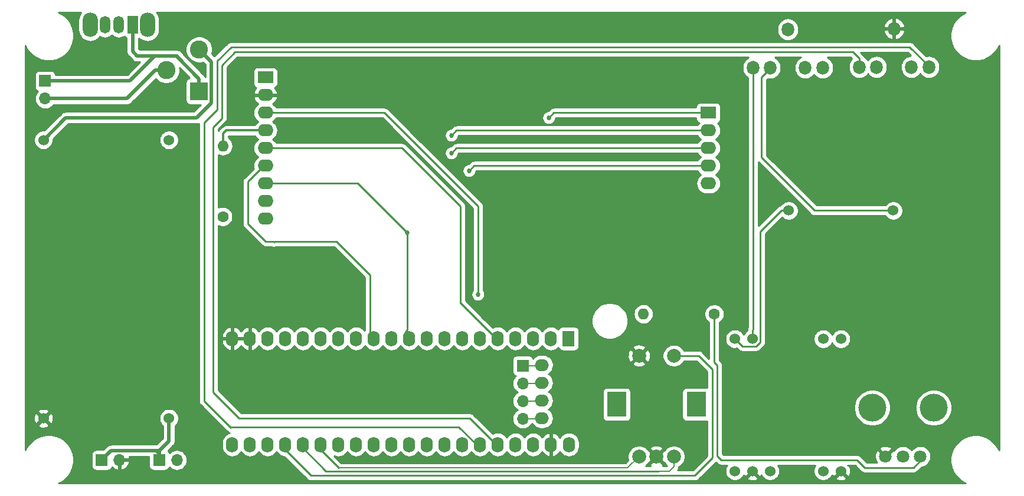
<source format=gbr>
G04 #@! TF.GenerationSoftware,KiCad,Pcbnew,(5.1.4)-1*
G04 #@! TF.CreationDate,2019-09-15T13:59:41-04:00*
G04 #@! TF.ProjectId,MorseTutor1,4d6f7273-6554-4757-946f-72312e6b6963,rev?*
G04 #@! TF.SameCoordinates,Original*
G04 #@! TF.FileFunction,Copper,L1,Top*
G04 #@! TF.FilePolarity,Positive*
%FSLAX46Y46*%
G04 Gerber Fmt 4.6, Leading zero omitted, Abs format (unit mm)*
G04 Created by KiCad (PCBNEW (5.1.4)-1) date 2019-09-15 13:59:41*
%MOMM*%
%LPD*%
G04 APERTURE LIST*
%ADD10O,2.000000X1.727200*%
%ADD11O,2.000000X1.700000*%
%ADD12O,1.727200X2.250000*%
%ADD13R,1.727200X2.250000*%
%ADD14O,1.700000X1.700000*%
%ADD15R,1.700000X1.700000*%
%ADD16O,1.800000X2.000000*%
%ADD17C,1.524000*%
%ADD18R,2.600000X2.600000*%
%ADD19C,2.600000*%
%ADD20C,1.600000*%
%ADD21O,1.600000X1.600000*%
%ADD22R,1.500000X2.500000*%
%ADD23O,1.500000X2.500000*%
%ADD24O,2.200000X3.500000*%
%ADD25R,2.800000X3.600000*%
%ADD26C,2.000000*%
%ADD27R,2.250000X1.727200*%
%ADD28O,2.250000X1.727200*%
%ADD29C,1.800000*%
%ADD30C,4.000000*%
%ADD31C,0.685800*%
%ADD32C,0.508000*%
%ADD33C,0.254000*%
%ADD34C,0.304800*%
%ADD35C,0.203200*%
G04 APERTURE END LIST*
D10*
X110790800Y-86360000D03*
X110790800Y-93980000D03*
D11*
X110790800Y-88900000D03*
D10*
X110790800Y-91440000D03*
D12*
X114651600Y-97780000D03*
X112060800Y-97780000D03*
X109520800Y-97780000D03*
X106980800Y-97780000D03*
X104440800Y-97780000D03*
X101900800Y-97780000D03*
X99360800Y-97780000D03*
X96820800Y-97780000D03*
X94280800Y-97780000D03*
X91740800Y-97780000D03*
X89200800Y-97780000D03*
X86660800Y-97780000D03*
X84120800Y-97780000D03*
X81580800Y-97780000D03*
X79040800Y-97780000D03*
X76500800Y-97780000D03*
X73960800Y-97780000D03*
X71420800Y-97780000D03*
X68880800Y-97780000D03*
X66340800Y-97780000D03*
X66340800Y-82540000D03*
X68880800Y-82540000D03*
X71420800Y-82540000D03*
X73960800Y-82540000D03*
X76500800Y-82540000D03*
X79040800Y-82540000D03*
X81580800Y-82540000D03*
X84120800Y-82540000D03*
X86660800Y-82540000D03*
X89200800Y-82540000D03*
X91740800Y-82540000D03*
X94280800Y-82540000D03*
X96820800Y-82540000D03*
X99360800Y-82540000D03*
X101900800Y-82540000D03*
X104440800Y-82540000D03*
X106980800Y-82540000D03*
X109520800Y-82540000D03*
X112060800Y-82540000D03*
D13*
X114600800Y-82540000D03*
D14*
X108025000Y-94055000D03*
X108025000Y-91515000D03*
X108025000Y-88975000D03*
D15*
X108025000Y-86435000D03*
D16*
X141050000Y-43600000D03*
X143550000Y-43600000D03*
X151050000Y-43600000D03*
X148550000Y-43600000D03*
X146050000Y-38100000D03*
X156290000Y-43500000D03*
X158790000Y-43500000D03*
X166290000Y-43500000D03*
X163790000Y-43500000D03*
X161290000Y-38000000D03*
D17*
X153670000Y-82575000D03*
X151130000Y-82575000D03*
X140970000Y-82575000D03*
X138450000Y-82575000D03*
X153670000Y-101575000D03*
X151130000Y-101575000D03*
X143510000Y-101575000D03*
X140970000Y-101575000D03*
X138450000Y-101575000D03*
D18*
X61595000Y-46990000D03*
D19*
X61595000Y-40990000D03*
X56895000Y-43990000D03*
D20*
X65000000Y-65000000D03*
D21*
X65000000Y-54840000D03*
X125340000Y-79000000D03*
D20*
X135500000Y-79000000D03*
D22*
X52070000Y-37465000D03*
D23*
X50070000Y-37465000D03*
X48070000Y-37465000D03*
D24*
X54170000Y-37465000D03*
X45970000Y-37465000D03*
D14*
X50165000Y-100000000D03*
D15*
X47625000Y-100000000D03*
X55880000Y-100000000D03*
D14*
X58420000Y-100000000D03*
D15*
X39500000Y-45500000D03*
D14*
X39500000Y-48040000D03*
D25*
X121500000Y-92000000D03*
X132900000Y-92000000D03*
D26*
X124700000Y-85000000D03*
X129700000Y-85000000D03*
X124700000Y-99500000D03*
X127200000Y-99500000D03*
X129700000Y-99500000D03*
D17*
X161170000Y-64135000D03*
X146170000Y-64135000D03*
X57260000Y-54000000D03*
X39260000Y-54000000D03*
X39260000Y-94000000D03*
X57260000Y-94000000D03*
D27*
X71120000Y-45000000D03*
D28*
X71120000Y-47540000D03*
X71120000Y-50080000D03*
X71120000Y-52620000D03*
X71120000Y-55160000D03*
X71120000Y-57700000D03*
X71120000Y-60240000D03*
X71120000Y-62780000D03*
X71120000Y-65320000D03*
X134640000Y-57700000D03*
X134640000Y-55160000D03*
X134640000Y-52620000D03*
D27*
X134640000Y-50080000D03*
D28*
X134640000Y-60240000D03*
D29*
X160060000Y-99475000D03*
X162560000Y-99475000D03*
X165060000Y-99475000D03*
D30*
X158160000Y-92475000D03*
X166960000Y-92475000D03*
D31*
X101600000Y-76200000D03*
X111760000Y-50800000D03*
X100330000Y-58420000D03*
X91440000Y-67310000D03*
X97790000Y-55880000D03*
X97790000Y-53340000D03*
D32*
X39500000Y-45500000D02*
X47592000Y-45500000D01*
X61595000Y-45182000D02*
X58420000Y-42007000D01*
X61595000Y-46990000D02*
X61595000Y-45182000D01*
X56515000Y-41910000D02*
X55245000Y-41910000D01*
X55880000Y-41910000D02*
X58420000Y-41910000D01*
X56728000Y-41910000D02*
X55880000Y-41910000D01*
X55880000Y-41910000D02*
X55245000Y-41910000D01*
X52070000Y-41275000D02*
X52705000Y-41910000D01*
X52070000Y-37465000D02*
X52070000Y-41275000D01*
X55245000Y-41910000D02*
X52705000Y-41910000D01*
X47592000Y-45500000D02*
X51655000Y-45500000D01*
X51655000Y-45500000D02*
X55245000Y-41910000D01*
X42460000Y-50800000D02*
X39260000Y-54000000D01*
X61207962Y-50800000D02*
X42460000Y-50800000D01*
X63352201Y-48655761D02*
X61207962Y-50800000D01*
X61595000Y-40990000D02*
X63352201Y-42747201D01*
X63352201Y-42747201D02*
X63352201Y-48655761D01*
X51250000Y-48040000D02*
X55300000Y-43990000D01*
X39500000Y-48040000D02*
X51250000Y-48040000D01*
X55300000Y-43990000D02*
X56895000Y-43990000D01*
D33*
X141050000Y-43600000D02*
X141050000Y-81225000D01*
X140970000Y-81305000D02*
X140970000Y-82575000D01*
X141050000Y-81225000D02*
X140970000Y-81305000D01*
X143550000Y-43600000D02*
X143930000Y-43980000D01*
X143550000Y-43700000D02*
X143550000Y-43600000D01*
X142240000Y-45010000D02*
X143550000Y-43700000D01*
X142240000Y-56515000D02*
X142240000Y-45010000D01*
X149860000Y-64135000D02*
X142240000Y-56515000D01*
X161170000Y-64135000D02*
X149860000Y-64135000D01*
X141494257Y-83667201D02*
X142062201Y-83099257D01*
X142062201Y-67165169D02*
X145092370Y-64135000D01*
X139542201Y-83667201D02*
X141494257Y-83667201D01*
X138450000Y-82575000D02*
X139542201Y-83667201D01*
X142062201Y-83099257D02*
X142062201Y-67165169D01*
X145092370Y-64135000D02*
X146170000Y-64135000D01*
D32*
X57260000Y-97262000D02*
X57260000Y-94930000D01*
X55880000Y-98642000D02*
X57260000Y-97262000D01*
X48983000Y-98642000D02*
X47625000Y-100000000D01*
X55462000Y-98642000D02*
X55880000Y-99060000D01*
X55880000Y-99060000D02*
X55880000Y-98642000D01*
X55880000Y-100000000D02*
X55880000Y-99060000D01*
X55880000Y-98642000D02*
X55462000Y-98642000D01*
X55462000Y-98642000D02*
X48983000Y-98642000D01*
X57260000Y-94930000D02*
X57260000Y-94000000D01*
D33*
X98860800Y-95250000D02*
X101350800Y-97740000D01*
X66040000Y-95250000D02*
X98860800Y-95250000D01*
X62305000Y-51510000D02*
X62305000Y-91365000D01*
X166290000Y-43400000D02*
X163530000Y-40640000D01*
X163530000Y-40640000D02*
X66190000Y-40640000D01*
X166290000Y-43500000D02*
X166290000Y-43400000D01*
X66190000Y-40640000D02*
X64210000Y-42620000D01*
X64210000Y-42620000D02*
X64210000Y-49605000D01*
X64210000Y-49605000D02*
X62305000Y-51510000D01*
X62305000Y-91365000D02*
X62305000Y-91515000D01*
X62305000Y-91515000D02*
X66115000Y-95325000D01*
X100392200Y-93980000D02*
X103890800Y-97478600D01*
X103890800Y-97478600D02*
X103890800Y-97740000D01*
X156290000Y-42296800D02*
X155343200Y-41350000D01*
X156290000Y-43500000D02*
X156290000Y-42296800D01*
X155343200Y-41350000D02*
X140572602Y-41350000D01*
X140572602Y-41350000D02*
X72232758Y-41350000D01*
X68580000Y-93980000D02*
X68730000Y-93980000D01*
X68730000Y-93980000D02*
X100392200Y-93980000D01*
X68730000Y-93980000D02*
X67310000Y-93980000D01*
X67310000Y-93980000D02*
X63575000Y-90245000D01*
X72232758Y-41350000D02*
X66750000Y-41350000D01*
X66750000Y-41350000D02*
X64845000Y-43255000D01*
X64845000Y-43255000D02*
X64845000Y-50875000D01*
X64845000Y-50875000D02*
X63575000Y-52145000D01*
X63575000Y-52145000D02*
X63575000Y-90245000D01*
D34*
X65000000Y-54840000D02*
X65000000Y-53110000D01*
X65490000Y-52620000D02*
X71120000Y-52620000D01*
X65000000Y-53110000D02*
X65490000Y-52620000D01*
D33*
X164085000Y-101085000D02*
X157085000Y-101085000D01*
X164085000Y-101085000D02*
X165060000Y-100110000D01*
X157085000Y-101085000D02*
X156000000Y-100000000D01*
X136500000Y-100000000D02*
X135890000Y-99390000D01*
X156000000Y-100000000D02*
X136500000Y-100000000D01*
X135890000Y-86360000D02*
X135890000Y-99390000D01*
X135500000Y-85970000D02*
X135515000Y-85985000D01*
X135500000Y-79000000D02*
X135500000Y-85970000D01*
X135515000Y-85985000D02*
X135890000Y-86360000D01*
X78490800Y-97740000D02*
X78490800Y-98001400D01*
X78490800Y-98001400D02*
X81632188Y-101142788D01*
D35*
X81632188Y-101142788D02*
X121362788Y-101142788D01*
X123057212Y-101142788D02*
X122537212Y-101142788D01*
X124700000Y-99500000D02*
X123057212Y-101142788D01*
X122537212Y-101142788D02*
X121362788Y-101142788D01*
D33*
X75950800Y-97740000D02*
X79810800Y-101599999D01*
D35*
X129014215Y-101599998D02*
X127479998Y-101599998D01*
X129700000Y-100914213D02*
X129014215Y-101599998D01*
X129700000Y-99500000D02*
X129700000Y-100914213D01*
D33*
X79810800Y-101599999D02*
X127479998Y-101599998D01*
X103890800Y-82238600D02*
X103890800Y-82500000D01*
X99122200Y-77470000D02*
X103890800Y-82238600D01*
X71120000Y-55160000D02*
X90720000Y-55160000D01*
X90720000Y-55160000D02*
X99060000Y-63500000D01*
X99060000Y-63500000D02*
X99060000Y-77470000D01*
X99060000Y-77470000D02*
X99122200Y-77470000D01*
X71120000Y-50080000D02*
X71381400Y-50080000D01*
X71120000Y-50080000D02*
X88180000Y-50080000D01*
X88180000Y-50080000D02*
X100330000Y-62230000D01*
X100330000Y-62230000D02*
X101600000Y-63500000D01*
X101600000Y-63500000D02*
X101600000Y-76200000D01*
X134640000Y-50080000D02*
X134901400Y-50080000D01*
X93730800Y-82761400D02*
X93730800Y-82500000D01*
X134640000Y-50080000D02*
X112480000Y-50080000D01*
X112480000Y-50080000D02*
X111760000Y-50800000D01*
X71120000Y-60240000D02*
X84370000Y-60240000D01*
X84370000Y-60240000D02*
X91440000Y-67310000D01*
X91440000Y-81280000D02*
X91190800Y-81529200D01*
X91440000Y-67310000D02*
X91440000Y-81280000D01*
X91190800Y-82500000D02*
X91190800Y-81529200D01*
X134640000Y-57700000D02*
X101050000Y-57700000D01*
X101050000Y-57700000D02*
X100330000Y-58420000D01*
X134640000Y-55160000D02*
X98510000Y-55160000D01*
X98510000Y-55160000D02*
X97790000Y-55880000D01*
X70858600Y-57700000D02*
X68580000Y-59978600D01*
X71120000Y-57700000D02*
X70858600Y-57700000D01*
X68580000Y-59978600D02*
X68580000Y-64969200D01*
X134640000Y-52620000D02*
X98510000Y-52620000D01*
X98510000Y-52620000D02*
X97790000Y-53340000D01*
X86110800Y-82500000D02*
X86110800Y-73410800D01*
X86110800Y-73410800D02*
X81280000Y-68580000D01*
X72390000Y-68580000D02*
X72290400Y-68679600D01*
X81280000Y-68580000D02*
X72390000Y-68580000D01*
X72390000Y-68580000D02*
X71120000Y-68580000D01*
X71120000Y-68580000D02*
X68580000Y-66040000D01*
X68580000Y-66040000D02*
X68580000Y-63500000D01*
D32*
X73410800Y-98001400D02*
X73410800Y-97740000D01*
D33*
X135255000Y-86995000D02*
X135255000Y-99695000D01*
X129700000Y-85000000D02*
X133260000Y-85000000D01*
X133260000Y-85000000D02*
X135255000Y-86995000D01*
X77634400Y-102225000D02*
X77454700Y-102045300D01*
X132725000Y-102225000D02*
X77634400Y-102225000D01*
X77454700Y-102045300D02*
X73410800Y-98001400D01*
X135255000Y-99695000D02*
X132725000Y-102225000D01*
D35*
X110715800Y-94055000D02*
X110790800Y-93980000D01*
X108025000Y-94055000D02*
X110715800Y-94055000D01*
X110715800Y-91515000D02*
X110790800Y-91440000D01*
X108025000Y-91515000D02*
X110715800Y-91515000D01*
X110715800Y-88975000D02*
X110790800Y-88900000D01*
X108025000Y-88975000D02*
X110715800Y-88975000D01*
X110715800Y-86435000D02*
X110790800Y-86360000D01*
X108025000Y-86435000D02*
X110715800Y-86435000D01*
D33*
G36*
X44520422Y-35846422D02*
G01*
X44359315Y-36147832D01*
X44260105Y-36474881D01*
X44235000Y-36729775D01*
X44235000Y-38200224D01*
X44260105Y-38455118D01*
X44359314Y-38782167D01*
X44520421Y-39083577D01*
X44737234Y-39347766D01*
X45001422Y-39564579D01*
X45302832Y-39725686D01*
X45629881Y-39824895D01*
X45970000Y-39858394D01*
X46310118Y-39824895D01*
X46637167Y-39725686D01*
X46938577Y-39564579D01*
X47202766Y-39347766D01*
X47360139Y-39156006D01*
X47537419Y-39250764D01*
X47798493Y-39329960D01*
X48070000Y-39356701D01*
X48341506Y-39329960D01*
X48602580Y-39250764D01*
X48843187Y-39122157D01*
X49054080Y-38949081D01*
X49070000Y-38929683D01*
X49085919Y-38949080D01*
X49296812Y-39122157D01*
X49537419Y-39250764D01*
X49798493Y-39329960D01*
X50070000Y-39356701D01*
X50341506Y-39329960D01*
X50602580Y-39250764D01*
X50835885Y-39126060D01*
X50868815Y-39166185D01*
X50965506Y-39245537D01*
X51075820Y-39304502D01*
X51181000Y-39336408D01*
X51181001Y-41231330D01*
X51176700Y-41275000D01*
X51193864Y-41449274D01*
X51244698Y-41616852D01*
X51327248Y-41771291D01*
X51409131Y-41871065D01*
X51438342Y-41906659D01*
X51472259Y-41934494D01*
X52045505Y-42507741D01*
X52073341Y-42541659D01*
X52107258Y-42569494D01*
X52107259Y-42569495D01*
X52111441Y-42572927D01*
X52208709Y-42652753D01*
X52363149Y-42735303D01*
X52455626Y-42763355D01*
X52530725Y-42786136D01*
X52547325Y-42787771D01*
X52661333Y-42799000D01*
X52661340Y-42799000D01*
X52705000Y-42803300D01*
X52748660Y-42799000D01*
X53098764Y-42799000D01*
X51286765Y-44611000D01*
X40984231Y-44611000D01*
X40975812Y-44525518D01*
X40939502Y-44405820D01*
X40880537Y-44295506D01*
X40801185Y-44198815D01*
X40704494Y-44119463D01*
X40594180Y-44060498D01*
X40474482Y-44024188D01*
X40350000Y-44011928D01*
X38650000Y-44011928D01*
X38525518Y-44024188D01*
X38405820Y-44060498D01*
X38295506Y-44119463D01*
X38198815Y-44198815D01*
X38119463Y-44295506D01*
X38060498Y-44405820D01*
X38024188Y-44525518D01*
X38011928Y-44650000D01*
X38011928Y-46350000D01*
X38024188Y-46474482D01*
X38060498Y-46594180D01*
X38119463Y-46704494D01*
X38198815Y-46801185D01*
X38295506Y-46880537D01*
X38405820Y-46939502D01*
X38474687Y-46960393D01*
X38444866Y-46984866D01*
X38259294Y-47210986D01*
X38121401Y-47468966D01*
X38036487Y-47748889D01*
X38007815Y-48040000D01*
X38036487Y-48331111D01*
X38121401Y-48611034D01*
X38259294Y-48869014D01*
X38444866Y-49095134D01*
X38670986Y-49280706D01*
X38928966Y-49418599D01*
X39208889Y-49503513D01*
X39427050Y-49525000D01*
X39572950Y-49525000D01*
X39791111Y-49503513D01*
X40071034Y-49418599D01*
X40329014Y-49280706D01*
X40555134Y-49095134D01*
X40691477Y-48929000D01*
X51206340Y-48929000D01*
X51250000Y-48933300D01*
X51293660Y-48929000D01*
X51293667Y-48929000D01*
X51424274Y-48916136D01*
X51591851Y-48865303D01*
X51746291Y-48782753D01*
X51881659Y-48671659D01*
X51909499Y-48637736D01*
X55364653Y-45182583D01*
X55391987Y-45223491D01*
X55661509Y-45493013D01*
X55978434Y-45704775D01*
X56330581Y-45850639D01*
X56704419Y-45925000D01*
X57085581Y-45925000D01*
X57459419Y-45850639D01*
X57811566Y-45704775D01*
X58128491Y-45493013D01*
X58398013Y-45223491D01*
X58609775Y-44906566D01*
X58755639Y-44554419D01*
X58830000Y-44180581D01*
X58830000Y-43799419D01*
X58798917Y-43643152D01*
X60215520Y-45059756D01*
X60170518Y-45064188D01*
X60050820Y-45100498D01*
X59940506Y-45159463D01*
X59843815Y-45238815D01*
X59764463Y-45335506D01*
X59705498Y-45445820D01*
X59669188Y-45565518D01*
X59656928Y-45690000D01*
X59656928Y-48290000D01*
X59669188Y-48414482D01*
X59705498Y-48534180D01*
X59764463Y-48644494D01*
X59843815Y-48741185D01*
X59940506Y-48820537D01*
X60050820Y-48879502D01*
X60170518Y-48915812D01*
X60295000Y-48928072D01*
X61822654Y-48928072D01*
X60839727Y-49911000D01*
X42503659Y-49911000D01*
X42459999Y-49906700D01*
X42416339Y-49911000D01*
X42416333Y-49911000D01*
X42318924Y-49920594D01*
X42285724Y-49923864D01*
X42184058Y-49954704D01*
X42118149Y-49974697D01*
X41963709Y-50057247D01*
X41828341Y-50168341D01*
X41800501Y-50202264D01*
X39399404Y-52603361D01*
X39397592Y-52603000D01*
X39122408Y-52603000D01*
X38852510Y-52656686D01*
X38598273Y-52761995D01*
X38369465Y-52914880D01*
X38174880Y-53109465D01*
X38021995Y-53338273D01*
X37916686Y-53592510D01*
X37863000Y-53862408D01*
X37863000Y-54137592D01*
X37916686Y-54407490D01*
X38021995Y-54661727D01*
X38174880Y-54890535D01*
X38369465Y-55085120D01*
X38598273Y-55238005D01*
X38852510Y-55343314D01*
X39122408Y-55397000D01*
X39397592Y-55397000D01*
X39667490Y-55343314D01*
X39921727Y-55238005D01*
X40150535Y-55085120D01*
X40345120Y-54890535D01*
X40498005Y-54661727D01*
X40603314Y-54407490D01*
X40657000Y-54137592D01*
X40657000Y-53862408D01*
X55863000Y-53862408D01*
X55863000Y-54137592D01*
X55916686Y-54407490D01*
X56021995Y-54661727D01*
X56174880Y-54890535D01*
X56369465Y-55085120D01*
X56598273Y-55238005D01*
X56852510Y-55343314D01*
X57122408Y-55397000D01*
X57397592Y-55397000D01*
X57667490Y-55343314D01*
X57921727Y-55238005D01*
X58150535Y-55085120D01*
X58345120Y-54890535D01*
X58498005Y-54661727D01*
X58603314Y-54407490D01*
X58657000Y-54137592D01*
X58657000Y-53862408D01*
X58603314Y-53592510D01*
X58498005Y-53338273D01*
X58345120Y-53109465D01*
X58150535Y-52914880D01*
X57921727Y-52761995D01*
X57667490Y-52656686D01*
X57397592Y-52603000D01*
X57122408Y-52603000D01*
X56852510Y-52656686D01*
X56598273Y-52761995D01*
X56369465Y-52914880D01*
X56174880Y-53109465D01*
X56021995Y-53338273D01*
X55916686Y-53592510D01*
X55863000Y-53862408D01*
X40657000Y-53862408D01*
X40656639Y-53860596D01*
X42828235Y-51689000D01*
X61164302Y-51689000D01*
X61207962Y-51693300D01*
X61251622Y-51689000D01*
X61251629Y-51689000D01*
X61382236Y-51676136D01*
X61543000Y-51627370D01*
X61543001Y-91327565D01*
X61543000Y-91327575D01*
X61543000Y-91477577D01*
X61539314Y-91515000D01*
X61543000Y-91552423D01*
X61543000Y-91552426D01*
X61554026Y-91664378D01*
X61597598Y-91808015D01*
X61668355Y-91940392D01*
X61763578Y-92056422D01*
X61792653Y-92080283D01*
X65474716Y-95762346D01*
X65498578Y-95791422D01*
X65527654Y-95815284D01*
X65602649Y-95890279D01*
X65689607Y-95961645D01*
X65821984Y-96032401D01*
X65949804Y-96071175D01*
X65764536Y-96127375D01*
X65504194Y-96266531D01*
X65276003Y-96453803D01*
X65088731Y-96681995D01*
X64949575Y-96942337D01*
X64863884Y-97224824D01*
X64842200Y-97444982D01*
X64842200Y-98115019D01*
X64863884Y-98335177D01*
X64949575Y-98617664D01*
X65088731Y-98878006D01*
X65276003Y-99106197D01*
X65504195Y-99293469D01*
X65764537Y-99432625D01*
X66047024Y-99518316D01*
X66340800Y-99547251D01*
X66634577Y-99518316D01*
X66917064Y-99432625D01*
X67177406Y-99293469D01*
X67405597Y-99106197D01*
X67592869Y-98878006D01*
X67610800Y-98844460D01*
X67628731Y-98878006D01*
X67816003Y-99106197D01*
X68044195Y-99293469D01*
X68304537Y-99432625D01*
X68587024Y-99518316D01*
X68880800Y-99547251D01*
X69174577Y-99518316D01*
X69457064Y-99432625D01*
X69717406Y-99293469D01*
X69945597Y-99106197D01*
X70132869Y-98878006D01*
X70150800Y-98844460D01*
X70168731Y-98878006D01*
X70356003Y-99106197D01*
X70584195Y-99293469D01*
X70844537Y-99432625D01*
X71127024Y-99518316D01*
X71420800Y-99547251D01*
X71714577Y-99518316D01*
X71997064Y-99432625D01*
X72257406Y-99293469D01*
X72485597Y-99106197D01*
X72672869Y-98878006D01*
X72690800Y-98844460D01*
X72708731Y-98878006D01*
X72896003Y-99106197D01*
X73124195Y-99293469D01*
X73384537Y-99432625D01*
X73667024Y-99518316D01*
X73870086Y-99538316D01*
X76942348Y-102610579D01*
X76942354Y-102610584D01*
X77069116Y-102737346D01*
X77092978Y-102766422D01*
X77209008Y-102861645D01*
X77341385Y-102932402D01*
X77485022Y-102975974D01*
X77596974Y-102987000D01*
X77596976Y-102987000D01*
X77634399Y-102990686D01*
X77671822Y-102987000D01*
X132687577Y-102987000D01*
X132725000Y-102990686D01*
X132762423Y-102987000D01*
X132762426Y-102987000D01*
X132874378Y-102975974D01*
X133018015Y-102932402D01*
X133150392Y-102861645D01*
X133266422Y-102766422D01*
X133290284Y-102737346D01*
X135725000Y-100302631D01*
X135934720Y-100512351D01*
X135958578Y-100541422D01*
X136074608Y-100636645D01*
X136206985Y-100707402D01*
X136350622Y-100750974D01*
X136462574Y-100762000D01*
X136462576Y-100762000D01*
X136499999Y-100765686D01*
X136537422Y-100762000D01*
X137313073Y-100762000D01*
X137211995Y-100913273D01*
X137106686Y-101167510D01*
X137053000Y-101437408D01*
X137053000Y-101712592D01*
X137106686Y-101982490D01*
X137211995Y-102236727D01*
X137364880Y-102465535D01*
X137559465Y-102660120D01*
X137788273Y-102813005D01*
X138042510Y-102918314D01*
X138312408Y-102972000D01*
X138587592Y-102972000D01*
X138857490Y-102918314D01*
X139111727Y-102813005D01*
X139340535Y-102660120D01*
X139460090Y-102540565D01*
X140184040Y-102540565D01*
X140251020Y-102780656D01*
X140500048Y-102897756D01*
X140767135Y-102964023D01*
X141042017Y-102976910D01*
X141314133Y-102935922D01*
X141573023Y-102842636D01*
X141688980Y-102780656D01*
X141755960Y-102540565D01*
X140970000Y-101754605D01*
X140184040Y-102540565D01*
X139460090Y-102540565D01*
X139535120Y-102465535D01*
X139688005Y-102236727D01*
X139707974Y-102188518D01*
X139764344Y-102293980D01*
X140004435Y-102360960D01*
X140790395Y-101575000D01*
X140776253Y-101560858D01*
X140955858Y-101381253D01*
X140970000Y-101395395D01*
X140984143Y-101381253D01*
X141163748Y-101560858D01*
X141149605Y-101575000D01*
X141935565Y-102360960D01*
X142175656Y-102293980D01*
X142239485Y-102158240D01*
X142271995Y-102236727D01*
X142424880Y-102465535D01*
X142619465Y-102660120D01*
X142848273Y-102813005D01*
X143102510Y-102918314D01*
X143372408Y-102972000D01*
X143647592Y-102972000D01*
X143917490Y-102918314D01*
X144171727Y-102813005D01*
X144400535Y-102660120D01*
X144595120Y-102465535D01*
X144748005Y-102236727D01*
X144853314Y-101982490D01*
X144907000Y-101712592D01*
X144907000Y-101437408D01*
X144853314Y-101167510D01*
X144748005Y-100913273D01*
X144646927Y-100762000D01*
X149993073Y-100762000D01*
X149891995Y-100913273D01*
X149786686Y-101167510D01*
X149733000Y-101437408D01*
X149733000Y-101712592D01*
X149786686Y-101982490D01*
X149891995Y-102236727D01*
X150044880Y-102465535D01*
X150239465Y-102660120D01*
X150468273Y-102813005D01*
X150722510Y-102918314D01*
X150992408Y-102972000D01*
X151267592Y-102972000D01*
X151537490Y-102918314D01*
X151791727Y-102813005D01*
X152020535Y-102660120D01*
X152140090Y-102540565D01*
X152884040Y-102540565D01*
X152951020Y-102780656D01*
X153200048Y-102897756D01*
X153467135Y-102964023D01*
X153742017Y-102976910D01*
X154014133Y-102935922D01*
X154273023Y-102842636D01*
X154388980Y-102780656D01*
X154455960Y-102540565D01*
X153670000Y-101754605D01*
X152884040Y-102540565D01*
X152140090Y-102540565D01*
X152215120Y-102465535D01*
X152368005Y-102236727D01*
X152397692Y-102165057D01*
X152402364Y-102178023D01*
X152464344Y-102293980D01*
X152704435Y-102360960D01*
X153490395Y-101575000D01*
X153476253Y-101560858D01*
X153655858Y-101381253D01*
X153670000Y-101395395D01*
X153684143Y-101381253D01*
X153863748Y-101560858D01*
X153849605Y-101575000D01*
X154635565Y-102360960D01*
X154875656Y-102293980D01*
X154992756Y-102044952D01*
X155059023Y-101777865D01*
X155071910Y-101502983D01*
X155030922Y-101230867D01*
X154937636Y-100971977D01*
X154875656Y-100856020D01*
X154635567Y-100789041D01*
X154662608Y-100762000D01*
X155684370Y-100762000D01*
X156519716Y-101597346D01*
X156543578Y-101626422D01*
X156592002Y-101666162D01*
X156659607Y-101721645D01*
X156716931Y-101752285D01*
X156791985Y-101792402D01*
X156935622Y-101835974D01*
X157047574Y-101847000D01*
X157047577Y-101847000D01*
X157085000Y-101850686D01*
X157122423Y-101847000D01*
X164047577Y-101847000D01*
X164085000Y-101850686D01*
X164122423Y-101847000D01*
X164122426Y-101847000D01*
X164234378Y-101835974D01*
X164378015Y-101792402D01*
X164510392Y-101721645D01*
X164626422Y-101626422D01*
X164650284Y-101597346D01*
X165244197Y-101003433D01*
X165507743Y-100951011D01*
X165787095Y-100835299D01*
X166038505Y-100667312D01*
X166252312Y-100453505D01*
X166420299Y-100202095D01*
X166536011Y-99922743D01*
X166595000Y-99626184D01*
X166595000Y-99323816D01*
X166536011Y-99027257D01*
X166420299Y-98747905D01*
X166252312Y-98496495D01*
X166038505Y-98282688D01*
X165787095Y-98114701D01*
X165507743Y-97998989D01*
X165211184Y-97940000D01*
X164908816Y-97940000D01*
X164612257Y-97998989D01*
X164332905Y-98114701D01*
X164081495Y-98282688D01*
X163867688Y-98496495D01*
X163810000Y-98582831D01*
X163752312Y-98496495D01*
X163538505Y-98282688D01*
X163287095Y-98114701D01*
X163007743Y-97998989D01*
X162711184Y-97940000D01*
X162408816Y-97940000D01*
X162112257Y-97998989D01*
X161832905Y-98114701D01*
X161581495Y-98282688D01*
X161367688Y-98496495D01*
X161272262Y-98639310D01*
X161124080Y-98590525D01*
X160239605Y-99475000D01*
X160253748Y-99489143D01*
X160074143Y-99668748D01*
X160060000Y-99654605D01*
X160045858Y-99668748D01*
X159866253Y-99489143D01*
X159880395Y-99475000D01*
X158995920Y-98590525D01*
X158741739Y-98674208D01*
X158610842Y-98946775D01*
X158535635Y-99239642D01*
X158519009Y-99541553D01*
X158561603Y-99840907D01*
X158661778Y-100126199D01*
X158741739Y-100275792D01*
X158885130Y-100323000D01*
X157400630Y-100323000D01*
X156565284Y-99487654D01*
X156541422Y-99458578D01*
X156425392Y-99363355D01*
X156293015Y-99292598D01*
X156149378Y-99249026D01*
X156037426Y-99238000D01*
X156037423Y-99238000D01*
X156000000Y-99234314D01*
X155962577Y-99238000D01*
X136815631Y-99238000D01*
X136652000Y-99074370D01*
X136652000Y-98410920D01*
X159175525Y-98410920D01*
X160060000Y-99295395D01*
X160944475Y-98410920D01*
X160860792Y-98156739D01*
X160588225Y-98025842D01*
X160295358Y-97950635D01*
X159993447Y-97934009D01*
X159694093Y-97976603D01*
X159408801Y-98076778D01*
X159259208Y-98156739D01*
X159175525Y-98410920D01*
X136652000Y-98410920D01*
X136652000Y-92215475D01*
X155525000Y-92215475D01*
X155525000Y-92734525D01*
X155626261Y-93243601D01*
X155824893Y-93723141D01*
X156113262Y-94154715D01*
X156480285Y-94521738D01*
X156911859Y-94810107D01*
X157391399Y-95008739D01*
X157900475Y-95110000D01*
X158419525Y-95110000D01*
X158928601Y-95008739D01*
X159408141Y-94810107D01*
X159839715Y-94521738D01*
X160206738Y-94154715D01*
X160495107Y-93723141D01*
X160693739Y-93243601D01*
X160795000Y-92734525D01*
X160795000Y-92215475D01*
X164325000Y-92215475D01*
X164325000Y-92734525D01*
X164426261Y-93243601D01*
X164624893Y-93723141D01*
X164913262Y-94154715D01*
X165280285Y-94521738D01*
X165711859Y-94810107D01*
X166191399Y-95008739D01*
X166700475Y-95110000D01*
X167219525Y-95110000D01*
X167728601Y-95008739D01*
X168208141Y-94810107D01*
X168639715Y-94521738D01*
X169006738Y-94154715D01*
X169295107Y-93723141D01*
X169493739Y-93243601D01*
X169595000Y-92734525D01*
X169595000Y-92215475D01*
X169493739Y-91706399D01*
X169295107Y-91226859D01*
X169006738Y-90795285D01*
X168639715Y-90428262D01*
X168208141Y-90139893D01*
X167728601Y-89941261D01*
X167219525Y-89840000D01*
X166700475Y-89840000D01*
X166191399Y-89941261D01*
X165711859Y-90139893D01*
X165280285Y-90428262D01*
X164913262Y-90795285D01*
X164624893Y-91226859D01*
X164426261Y-91706399D01*
X164325000Y-92215475D01*
X160795000Y-92215475D01*
X160693739Y-91706399D01*
X160495107Y-91226859D01*
X160206738Y-90795285D01*
X159839715Y-90428262D01*
X159408141Y-90139893D01*
X158928601Y-89941261D01*
X158419525Y-89840000D01*
X157900475Y-89840000D01*
X157391399Y-89941261D01*
X156911859Y-90139893D01*
X156480285Y-90428262D01*
X156113262Y-90795285D01*
X155824893Y-91226859D01*
X155626261Y-91706399D01*
X155525000Y-92215475D01*
X136652000Y-92215475D01*
X136652000Y-86397422D01*
X136655686Y-86359999D01*
X136647611Y-86278015D01*
X136640974Y-86210622D01*
X136597402Y-86066985D01*
X136526645Y-85934608D01*
X136431422Y-85818578D01*
X136402347Y-85794717D01*
X136262000Y-85654370D01*
X136262000Y-80216707D01*
X136414759Y-80114637D01*
X136614637Y-79914759D01*
X136771680Y-79679727D01*
X136879853Y-79418574D01*
X136935000Y-79141335D01*
X136935000Y-78858665D01*
X136879853Y-78581426D01*
X136771680Y-78320273D01*
X136614637Y-78085241D01*
X136414759Y-77885363D01*
X136179727Y-77728320D01*
X135918574Y-77620147D01*
X135641335Y-77565000D01*
X135358665Y-77565000D01*
X135081426Y-77620147D01*
X134820273Y-77728320D01*
X134585241Y-77885363D01*
X134385363Y-78085241D01*
X134228320Y-78320273D01*
X134120147Y-78581426D01*
X134065000Y-78858665D01*
X134065000Y-79141335D01*
X134120147Y-79418574D01*
X134228320Y-79679727D01*
X134385363Y-79914759D01*
X134585241Y-80114637D01*
X134738000Y-80216707D01*
X134738001Y-85400370D01*
X133825284Y-84487654D01*
X133801422Y-84458578D01*
X133685392Y-84363355D01*
X133553015Y-84292598D01*
X133409378Y-84249026D01*
X133297426Y-84238000D01*
X133297423Y-84238000D01*
X133260000Y-84234314D01*
X133222577Y-84238000D01*
X131154080Y-84238000D01*
X131148918Y-84225537D01*
X130969987Y-83957748D01*
X130742252Y-83730013D01*
X130474463Y-83551082D01*
X130176912Y-83427832D01*
X129861033Y-83365000D01*
X129538967Y-83365000D01*
X129223088Y-83427832D01*
X128925537Y-83551082D01*
X128657748Y-83730013D01*
X128430013Y-83957748D01*
X128251082Y-84225537D01*
X128127832Y-84523088D01*
X128065000Y-84838967D01*
X128065000Y-85161033D01*
X128127832Y-85476912D01*
X128251082Y-85774463D01*
X128430013Y-86042252D01*
X128657748Y-86269987D01*
X128925537Y-86448918D01*
X129223088Y-86572168D01*
X129538967Y-86635000D01*
X129861033Y-86635000D01*
X130176912Y-86572168D01*
X130474463Y-86448918D01*
X130742252Y-86269987D01*
X130969987Y-86042252D01*
X131148918Y-85774463D01*
X131154080Y-85762000D01*
X132944370Y-85762000D01*
X134493000Y-87310631D01*
X134493000Y-89594973D01*
X134424482Y-89574188D01*
X134300000Y-89561928D01*
X131500000Y-89561928D01*
X131375518Y-89574188D01*
X131255820Y-89610498D01*
X131145506Y-89669463D01*
X131048815Y-89748815D01*
X130969463Y-89845506D01*
X130910498Y-89955820D01*
X130874188Y-90075518D01*
X130861928Y-90200000D01*
X130861928Y-93800000D01*
X130874188Y-93924482D01*
X130910498Y-94044180D01*
X130969463Y-94154494D01*
X131048815Y-94251185D01*
X131145506Y-94330537D01*
X131255820Y-94389502D01*
X131375518Y-94425812D01*
X131500000Y-94438072D01*
X134300000Y-94438072D01*
X134424482Y-94425812D01*
X134493001Y-94405027D01*
X134493001Y-99379368D01*
X132409370Y-101463000D01*
X130192922Y-101463000D01*
X130195263Y-101460659D01*
X130223375Y-101437588D01*
X130315424Y-101325426D01*
X130383822Y-101197462D01*
X130425942Y-101058612D01*
X130435142Y-100965205D01*
X130474463Y-100948918D01*
X130742252Y-100769987D01*
X130969987Y-100542252D01*
X131148918Y-100274463D01*
X131272168Y-99976912D01*
X131335000Y-99661033D01*
X131335000Y-99338967D01*
X131272168Y-99023088D01*
X131148918Y-98725537D01*
X130969987Y-98457748D01*
X130742252Y-98230013D01*
X130474463Y-98051082D01*
X130176912Y-97927832D01*
X129861033Y-97865000D01*
X129538967Y-97865000D01*
X129223088Y-97927832D01*
X128925537Y-98051082D01*
X128657748Y-98230013D01*
X128430013Y-98457748D01*
X128365075Y-98554935D01*
X128335413Y-98544192D01*
X127379605Y-99500000D01*
X128335413Y-100455808D01*
X128365075Y-100445065D01*
X128430013Y-100542252D01*
X128657748Y-100769987D01*
X128744531Y-100827973D01*
X128709106Y-100863398D01*
X128073234Y-100863398D01*
X128155808Y-100635413D01*
X127200000Y-99679605D01*
X126244192Y-100635413D01*
X126317567Y-100837998D01*
X125640466Y-100837998D01*
X125742252Y-100769987D01*
X125969987Y-100542252D01*
X126034925Y-100445065D01*
X126064587Y-100455808D01*
X127020395Y-99500000D01*
X126064587Y-98544192D01*
X126034925Y-98554935D01*
X125969987Y-98457748D01*
X125876826Y-98364587D01*
X126244192Y-98364587D01*
X127200000Y-99320395D01*
X128155808Y-98364587D01*
X128060044Y-98100186D01*
X127770429Y-97959296D01*
X127458892Y-97877616D01*
X127137405Y-97858282D01*
X126818325Y-97902039D01*
X126513912Y-98007205D01*
X126339956Y-98100186D01*
X126244192Y-98364587D01*
X125876826Y-98364587D01*
X125742252Y-98230013D01*
X125474463Y-98051082D01*
X125176912Y-97927832D01*
X124861033Y-97865000D01*
X124538967Y-97865000D01*
X124223088Y-97927832D01*
X123925537Y-98051082D01*
X123657748Y-98230013D01*
X123430013Y-98457748D01*
X123251082Y-98725537D01*
X123127832Y-99023088D01*
X123065000Y-99338967D01*
X123065000Y-99661033D01*
X123127832Y-99976912D01*
X123143515Y-100014775D01*
X122752103Y-100406188D01*
X81973218Y-100406188D01*
X80994049Y-99427019D01*
X81004537Y-99432625D01*
X81287024Y-99518316D01*
X81580800Y-99547251D01*
X81874577Y-99518316D01*
X82157064Y-99432625D01*
X82417406Y-99293469D01*
X82645597Y-99106197D01*
X82832869Y-98878006D01*
X82850800Y-98844460D01*
X82868731Y-98878006D01*
X83056003Y-99106197D01*
X83284195Y-99293469D01*
X83544537Y-99432625D01*
X83827024Y-99518316D01*
X84120800Y-99547251D01*
X84414577Y-99518316D01*
X84697064Y-99432625D01*
X84957406Y-99293469D01*
X85185597Y-99106197D01*
X85372869Y-98878006D01*
X85390800Y-98844460D01*
X85408731Y-98878006D01*
X85596003Y-99106197D01*
X85824195Y-99293469D01*
X86084537Y-99432625D01*
X86367024Y-99518316D01*
X86660800Y-99547251D01*
X86954577Y-99518316D01*
X87237064Y-99432625D01*
X87497406Y-99293469D01*
X87725597Y-99106197D01*
X87912869Y-98878006D01*
X87930800Y-98844460D01*
X87948731Y-98878006D01*
X88136003Y-99106197D01*
X88364195Y-99293469D01*
X88624537Y-99432625D01*
X88907024Y-99518316D01*
X89200800Y-99547251D01*
X89494577Y-99518316D01*
X89777064Y-99432625D01*
X90037406Y-99293469D01*
X90265597Y-99106197D01*
X90452869Y-98878006D01*
X90470800Y-98844460D01*
X90488731Y-98878006D01*
X90676003Y-99106197D01*
X90904195Y-99293469D01*
X91164537Y-99432625D01*
X91447024Y-99518316D01*
X91740800Y-99547251D01*
X92034577Y-99518316D01*
X92317064Y-99432625D01*
X92577406Y-99293469D01*
X92805597Y-99106197D01*
X92992869Y-98878006D01*
X93010800Y-98844460D01*
X93028731Y-98878006D01*
X93216003Y-99106197D01*
X93444195Y-99293469D01*
X93704537Y-99432625D01*
X93987024Y-99518316D01*
X94280800Y-99547251D01*
X94574577Y-99518316D01*
X94857064Y-99432625D01*
X95117406Y-99293469D01*
X95345597Y-99106197D01*
X95532869Y-98878006D01*
X95550800Y-98844460D01*
X95568731Y-98878006D01*
X95756003Y-99106197D01*
X95984195Y-99293469D01*
X96244537Y-99432625D01*
X96527024Y-99518316D01*
X96820800Y-99547251D01*
X97114577Y-99518316D01*
X97397064Y-99432625D01*
X97657406Y-99293469D01*
X97885597Y-99106197D01*
X98072869Y-98878006D01*
X98090800Y-98844460D01*
X98108731Y-98878006D01*
X98296003Y-99106197D01*
X98524195Y-99293469D01*
X98784537Y-99432625D01*
X99067024Y-99518316D01*
X99360800Y-99547251D01*
X99654577Y-99518316D01*
X99937064Y-99432625D01*
X100197406Y-99293469D01*
X100425597Y-99106197D01*
X100612869Y-98878006D01*
X100630800Y-98844460D01*
X100648731Y-98878006D01*
X100836003Y-99106197D01*
X101064195Y-99293469D01*
X101324537Y-99432625D01*
X101607024Y-99518316D01*
X101900800Y-99547251D01*
X102194577Y-99518316D01*
X102477064Y-99432625D01*
X102737406Y-99293469D01*
X102965597Y-99106197D01*
X103152869Y-98878006D01*
X103170800Y-98844460D01*
X103188731Y-98878006D01*
X103376003Y-99106197D01*
X103604195Y-99293469D01*
X103864537Y-99432625D01*
X104147024Y-99518316D01*
X104440800Y-99547251D01*
X104734577Y-99518316D01*
X105017064Y-99432625D01*
X105277406Y-99293469D01*
X105505597Y-99106197D01*
X105692869Y-98878006D01*
X105710800Y-98844460D01*
X105728731Y-98878006D01*
X105916003Y-99106197D01*
X106144195Y-99293469D01*
X106404537Y-99432625D01*
X106687024Y-99518316D01*
X106980800Y-99547251D01*
X107274577Y-99518316D01*
X107557064Y-99432625D01*
X107817406Y-99293469D01*
X108045597Y-99106197D01*
X108232869Y-98878006D01*
X108250800Y-98844460D01*
X108268731Y-98878006D01*
X108456003Y-99106197D01*
X108684195Y-99293469D01*
X108944537Y-99432625D01*
X109227024Y-99518316D01*
X109520800Y-99547251D01*
X109814577Y-99518316D01*
X110097064Y-99432625D01*
X110357406Y-99293469D01*
X110585597Y-99106197D01*
X110772869Y-98878006D01*
X110793907Y-98838647D01*
X110885317Y-98979574D01*
X111090932Y-99190873D01*
X111333819Y-99357998D01*
X111604643Y-99474527D01*
X111701774Y-99496358D01*
X111933800Y-99375217D01*
X111933800Y-97907000D01*
X111913800Y-97907000D01*
X111913800Y-97653000D01*
X111933800Y-97653000D01*
X111933800Y-96184783D01*
X112187800Y-96184783D01*
X112187800Y-97653000D01*
X112207800Y-97653000D01*
X112207800Y-97907000D01*
X112187800Y-97907000D01*
X112187800Y-99375217D01*
X112419826Y-99496358D01*
X112516957Y-99474527D01*
X112787781Y-99357998D01*
X113030668Y-99190873D01*
X113236283Y-98979574D01*
X113355543Y-98795711D01*
X113399531Y-98878006D01*
X113586803Y-99106197D01*
X113814995Y-99293469D01*
X114075337Y-99432625D01*
X114357824Y-99518316D01*
X114651600Y-99547251D01*
X114945377Y-99518316D01*
X115227864Y-99432625D01*
X115488206Y-99293469D01*
X115716397Y-99106197D01*
X115903669Y-98878006D01*
X116042825Y-98617664D01*
X116128516Y-98335176D01*
X116150200Y-98115018D01*
X116150200Y-97444981D01*
X116128516Y-97224823D01*
X116042825Y-96942336D01*
X115903669Y-96681994D01*
X115716397Y-96453803D01*
X115488205Y-96266531D01*
X115227863Y-96127375D01*
X114945376Y-96041684D01*
X114651600Y-96012749D01*
X114357823Y-96041684D01*
X114075336Y-96127375D01*
X113814994Y-96266531D01*
X113586803Y-96453803D01*
X113399531Y-96681995D01*
X113355544Y-96764289D01*
X113236283Y-96580426D01*
X113030668Y-96369127D01*
X112787781Y-96202002D01*
X112516957Y-96085473D01*
X112419826Y-96063642D01*
X112187800Y-96184783D01*
X111933800Y-96184783D01*
X111701774Y-96063642D01*
X111604643Y-96085473D01*
X111333819Y-96202002D01*
X111090932Y-96369127D01*
X110885317Y-96580426D01*
X110793907Y-96721353D01*
X110772869Y-96681994D01*
X110585597Y-96453803D01*
X110357405Y-96266531D01*
X110097063Y-96127375D01*
X109814576Y-96041684D01*
X109520800Y-96012749D01*
X109227023Y-96041684D01*
X108944536Y-96127375D01*
X108684194Y-96266531D01*
X108456003Y-96453803D01*
X108268731Y-96681995D01*
X108250800Y-96715541D01*
X108232869Y-96681994D01*
X108045597Y-96453803D01*
X107817405Y-96266531D01*
X107557063Y-96127375D01*
X107274576Y-96041684D01*
X106980800Y-96012749D01*
X106687023Y-96041684D01*
X106404536Y-96127375D01*
X106144194Y-96266531D01*
X105916003Y-96453803D01*
X105728731Y-96681995D01*
X105710800Y-96715541D01*
X105692869Y-96681994D01*
X105505597Y-96453803D01*
X105277405Y-96266531D01*
X105017063Y-96127375D01*
X104734576Y-96041684D01*
X104440800Y-96012749D01*
X104147023Y-96041684D01*
X103864536Y-96127375D01*
X103703357Y-96213527D01*
X100957484Y-93467654D01*
X100933622Y-93438578D01*
X100817592Y-93343355D01*
X100685215Y-93272598D01*
X100541578Y-93229026D01*
X100429626Y-93218000D01*
X100429623Y-93218000D01*
X100392200Y-93214314D01*
X100354777Y-93218000D01*
X67625630Y-93218000D01*
X64337000Y-89929370D01*
X64337000Y-88975000D01*
X106532815Y-88975000D01*
X106561487Y-89266111D01*
X106646401Y-89546034D01*
X106784294Y-89804014D01*
X106969866Y-90030134D01*
X107195986Y-90215706D01*
X107250791Y-90245000D01*
X107195986Y-90274294D01*
X106969866Y-90459866D01*
X106784294Y-90685986D01*
X106646401Y-90943966D01*
X106561487Y-91223889D01*
X106532815Y-91515000D01*
X106561487Y-91806111D01*
X106646401Y-92086034D01*
X106784294Y-92344014D01*
X106969866Y-92570134D01*
X107195986Y-92755706D01*
X107250791Y-92785000D01*
X107195986Y-92814294D01*
X106969866Y-92999866D01*
X106784294Y-93225986D01*
X106646401Y-93483966D01*
X106561487Y-93763889D01*
X106532815Y-94055000D01*
X106561487Y-94346111D01*
X106646401Y-94626034D01*
X106784294Y-94884014D01*
X106969866Y-95110134D01*
X107195986Y-95295706D01*
X107453966Y-95433599D01*
X107733889Y-95518513D01*
X107952050Y-95540000D01*
X108097950Y-95540000D01*
X108316111Y-95518513D01*
X108596034Y-95433599D01*
X108854014Y-95295706D01*
X109080134Y-95110134D01*
X109265706Y-94884014D01*
X109315102Y-94791600D01*
X109388965Y-94791600D01*
X109402331Y-94816606D01*
X109589603Y-95044797D01*
X109817794Y-95232069D01*
X110078136Y-95371225D01*
X110360623Y-95456916D01*
X110580781Y-95478600D01*
X111000819Y-95478600D01*
X111220977Y-95456916D01*
X111503464Y-95371225D01*
X111763806Y-95232069D01*
X111991997Y-95044797D01*
X112179269Y-94816606D01*
X112318425Y-94556264D01*
X112404116Y-94273777D01*
X112433051Y-93980000D01*
X112404116Y-93686223D01*
X112318425Y-93403736D01*
X112179269Y-93143394D01*
X111991997Y-92915203D01*
X111763806Y-92727931D01*
X111730260Y-92710000D01*
X111763806Y-92692069D01*
X111991997Y-92504797D01*
X112179269Y-92276606D01*
X112318425Y-92016264D01*
X112404116Y-91733777D01*
X112433051Y-91440000D01*
X112404116Y-91146223D01*
X112318425Y-90863736D01*
X112179269Y-90603394D01*
X111991997Y-90375203D01*
X111778513Y-90200000D01*
X119461928Y-90200000D01*
X119461928Y-93800000D01*
X119474188Y-93924482D01*
X119510498Y-94044180D01*
X119569463Y-94154494D01*
X119648815Y-94251185D01*
X119745506Y-94330537D01*
X119855820Y-94389502D01*
X119975518Y-94425812D01*
X120100000Y-94438072D01*
X122900000Y-94438072D01*
X123024482Y-94425812D01*
X123144180Y-94389502D01*
X123254494Y-94330537D01*
X123351185Y-94251185D01*
X123430537Y-94154494D01*
X123489502Y-94044180D01*
X123525812Y-93924482D01*
X123538072Y-93800000D01*
X123538072Y-90200000D01*
X123525812Y-90075518D01*
X123489502Y-89955820D01*
X123430537Y-89845506D01*
X123351185Y-89748815D01*
X123254494Y-89669463D01*
X123144180Y-89610498D01*
X123024482Y-89574188D01*
X122900000Y-89561928D01*
X120100000Y-89561928D01*
X119975518Y-89574188D01*
X119855820Y-89610498D01*
X119745506Y-89669463D01*
X119648815Y-89748815D01*
X119569463Y-89845506D01*
X119510498Y-89955820D01*
X119474188Y-90075518D01*
X119461928Y-90200000D01*
X111778513Y-90200000D01*
X111763806Y-90187931D01*
X111722634Y-90165924D01*
X111769814Y-90140706D01*
X111995934Y-89955134D01*
X112181506Y-89729014D01*
X112319399Y-89471034D01*
X112404313Y-89191111D01*
X112432985Y-88900000D01*
X112404313Y-88608889D01*
X112319399Y-88328966D01*
X112181506Y-88070986D01*
X111995934Y-87844866D01*
X111769814Y-87659294D01*
X111722634Y-87634076D01*
X111763806Y-87612069D01*
X111991997Y-87424797D01*
X112179269Y-87196606D01*
X112318425Y-86936264D01*
X112404116Y-86653777D01*
X112433051Y-86360000D01*
X112410931Y-86135413D01*
X123744192Y-86135413D01*
X123839956Y-86399814D01*
X124129571Y-86540704D01*
X124441108Y-86622384D01*
X124762595Y-86641718D01*
X125081675Y-86597961D01*
X125386088Y-86492795D01*
X125560044Y-86399814D01*
X125655808Y-86135413D01*
X124700000Y-85179605D01*
X123744192Y-86135413D01*
X112410931Y-86135413D01*
X112404116Y-86066223D01*
X112318425Y-85783736D01*
X112179269Y-85523394D01*
X111991997Y-85295203D01*
X111763806Y-85107931D01*
X111678989Y-85062595D01*
X123058282Y-85062595D01*
X123102039Y-85381675D01*
X123207205Y-85686088D01*
X123300186Y-85860044D01*
X123564587Y-85955808D01*
X124520395Y-85000000D01*
X124879605Y-85000000D01*
X125835413Y-85955808D01*
X126099814Y-85860044D01*
X126240704Y-85570429D01*
X126322384Y-85258892D01*
X126341718Y-84937405D01*
X126297961Y-84618325D01*
X126192795Y-84313912D01*
X126099814Y-84139956D01*
X125835413Y-84044192D01*
X124879605Y-85000000D01*
X124520395Y-85000000D01*
X123564587Y-84044192D01*
X123300186Y-84139956D01*
X123159296Y-84429571D01*
X123077616Y-84741108D01*
X123058282Y-85062595D01*
X111678989Y-85062595D01*
X111503464Y-84968775D01*
X111220977Y-84883084D01*
X111000819Y-84861400D01*
X110580781Y-84861400D01*
X110360623Y-84883084D01*
X110078136Y-84968775D01*
X109817794Y-85107931D01*
X109589603Y-85295203D01*
X109488160Y-85418811D01*
X109464502Y-85340820D01*
X109405537Y-85230506D01*
X109326185Y-85133815D01*
X109229494Y-85054463D01*
X109119180Y-84995498D01*
X108999482Y-84959188D01*
X108875000Y-84946928D01*
X107175000Y-84946928D01*
X107050518Y-84959188D01*
X106930820Y-84995498D01*
X106820506Y-85054463D01*
X106723815Y-85133815D01*
X106644463Y-85230506D01*
X106585498Y-85340820D01*
X106549188Y-85460518D01*
X106536928Y-85585000D01*
X106536928Y-87285000D01*
X106549188Y-87409482D01*
X106585498Y-87529180D01*
X106644463Y-87639494D01*
X106723815Y-87736185D01*
X106820506Y-87815537D01*
X106930820Y-87874502D01*
X106999687Y-87895393D01*
X106969866Y-87919866D01*
X106784294Y-88145986D01*
X106646401Y-88403966D01*
X106561487Y-88683889D01*
X106532815Y-88975000D01*
X64337000Y-88975000D01*
X64337000Y-82667000D01*
X64842200Y-82667000D01*
X64842200Y-82928400D01*
X64895772Y-83218322D01*
X65004875Y-83492222D01*
X65165317Y-83739574D01*
X65370932Y-83950873D01*
X65613819Y-84117998D01*
X65884643Y-84234527D01*
X65981774Y-84256358D01*
X66213800Y-84135217D01*
X66213800Y-82667000D01*
X66467800Y-82667000D01*
X66467800Y-84135217D01*
X66699826Y-84256358D01*
X66796957Y-84234527D01*
X67067781Y-84117998D01*
X67310668Y-83950873D01*
X67516283Y-83739574D01*
X67610800Y-83593858D01*
X67705317Y-83739574D01*
X67910932Y-83950873D01*
X68153819Y-84117998D01*
X68424643Y-84234527D01*
X68521774Y-84256358D01*
X68753800Y-84135217D01*
X68753800Y-82667000D01*
X66467800Y-82667000D01*
X66213800Y-82667000D01*
X64842200Y-82667000D01*
X64337000Y-82667000D01*
X64337000Y-82151600D01*
X64842200Y-82151600D01*
X64842200Y-82413000D01*
X66213800Y-82413000D01*
X66213800Y-80944783D01*
X66467800Y-80944783D01*
X66467800Y-82413000D01*
X68753800Y-82413000D01*
X68753800Y-80944783D01*
X68521774Y-80823642D01*
X68424643Y-80845473D01*
X68153819Y-80962002D01*
X67910932Y-81129127D01*
X67705317Y-81340426D01*
X67610800Y-81486142D01*
X67516283Y-81340426D01*
X67310668Y-81129127D01*
X67067781Y-80962002D01*
X66796957Y-80845473D01*
X66699826Y-80823642D01*
X66467800Y-80944783D01*
X66213800Y-80944783D01*
X65981774Y-80823642D01*
X65884643Y-80845473D01*
X65613819Y-80962002D01*
X65370932Y-81129127D01*
X65165317Y-81340426D01*
X65004875Y-81587778D01*
X64895772Y-81861678D01*
X64842200Y-82151600D01*
X64337000Y-82151600D01*
X64337000Y-66278609D01*
X64581426Y-66379853D01*
X64858665Y-66435000D01*
X65141335Y-66435000D01*
X65418574Y-66379853D01*
X65679727Y-66271680D01*
X65914759Y-66114637D01*
X66114637Y-65914759D01*
X66271680Y-65679727D01*
X66379853Y-65418574D01*
X66435000Y-65141335D01*
X66435000Y-64858665D01*
X66379853Y-64581426D01*
X66271680Y-64320273D01*
X66114637Y-64085241D01*
X65914759Y-63885363D01*
X65679727Y-63728320D01*
X65418574Y-63620147D01*
X65141335Y-63565000D01*
X64858665Y-63565000D01*
X64581426Y-63620147D01*
X64337000Y-63721391D01*
X64337000Y-56112749D01*
X64448192Y-56172182D01*
X64718691Y-56254236D01*
X64929508Y-56275000D01*
X65070492Y-56275000D01*
X65281309Y-56254236D01*
X65551808Y-56172182D01*
X65801101Y-56038932D01*
X66019608Y-55859608D01*
X66198932Y-55641101D01*
X66332182Y-55391808D01*
X66414236Y-55121309D01*
X66441943Y-54840000D01*
X66414236Y-54558691D01*
X66332182Y-54288192D01*
X66198932Y-54038899D01*
X66019608Y-53820392D01*
X65801101Y-53641068D01*
X65787400Y-53633745D01*
X65787400Y-53436150D01*
X65816151Y-53407400D01*
X69580230Y-53407400D01*
X69606531Y-53456606D01*
X69793803Y-53684797D01*
X70021994Y-53872069D01*
X70055540Y-53890000D01*
X70021994Y-53907931D01*
X69793803Y-54095203D01*
X69606531Y-54323394D01*
X69467375Y-54583736D01*
X69381684Y-54866223D01*
X69352749Y-55160000D01*
X69381684Y-55453777D01*
X69467375Y-55736264D01*
X69606531Y-55996606D01*
X69793803Y-56224797D01*
X70021994Y-56412069D01*
X70055540Y-56430000D01*
X70021994Y-56447931D01*
X69793803Y-56635203D01*
X69606531Y-56863394D01*
X69467375Y-57123736D01*
X69381684Y-57406223D01*
X69352749Y-57700000D01*
X69381684Y-57993777D01*
X69406240Y-58074729D01*
X68067654Y-59413316D01*
X68038578Y-59437178D01*
X68008102Y-59474314D01*
X67943355Y-59553208D01*
X67916551Y-59603355D01*
X67872598Y-59685586D01*
X67829026Y-59829223D01*
X67818000Y-59941174D01*
X67814314Y-59978600D01*
X67818000Y-60016023D01*
X67818001Y-63462574D01*
X67818000Y-66002577D01*
X67814314Y-66040000D01*
X67818000Y-66077423D01*
X67818000Y-66077425D01*
X67829026Y-66189377D01*
X67872598Y-66333014D01*
X67897634Y-66379853D01*
X67943355Y-66465392D01*
X67982983Y-66513678D01*
X68038578Y-66581422D01*
X68067654Y-66605284D01*
X70554719Y-69092350D01*
X70578578Y-69121422D01*
X70694608Y-69216645D01*
X70826985Y-69287402D01*
X70970622Y-69330974D01*
X71082574Y-69342000D01*
X71082576Y-69342000D01*
X71119999Y-69345686D01*
X71157422Y-69342000D01*
X71913193Y-69342000D01*
X71997385Y-69387001D01*
X72141022Y-69430573D01*
X72290400Y-69445286D01*
X72439778Y-69430573D01*
X72583415Y-69387001D01*
X72667607Y-69342000D01*
X80964370Y-69342000D01*
X85348801Y-73726432D01*
X85348800Y-81412666D01*
X85185597Y-81213803D01*
X84957406Y-81026531D01*
X84697064Y-80887375D01*
X84414577Y-80801684D01*
X84120800Y-80772749D01*
X83827024Y-80801684D01*
X83544537Y-80887375D01*
X83284195Y-81026531D01*
X83056003Y-81213803D01*
X82868731Y-81441994D01*
X82850800Y-81475540D01*
X82832869Y-81441994D01*
X82645597Y-81213803D01*
X82417406Y-81026531D01*
X82157064Y-80887375D01*
X81874577Y-80801684D01*
X81580800Y-80772749D01*
X81287024Y-80801684D01*
X81004537Y-80887375D01*
X80744195Y-81026531D01*
X80516003Y-81213803D01*
X80328731Y-81441994D01*
X80310800Y-81475540D01*
X80292869Y-81441994D01*
X80105597Y-81213803D01*
X79877406Y-81026531D01*
X79617064Y-80887375D01*
X79334577Y-80801684D01*
X79040800Y-80772749D01*
X78747024Y-80801684D01*
X78464537Y-80887375D01*
X78204195Y-81026531D01*
X77976003Y-81213803D01*
X77788731Y-81441994D01*
X77770800Y-81475540D01*
X77752869Y-81441994D01*
X77565597Y-81213803D01*
X77337406Y-81026531D01*
X77077064Y-80887375D01*
X76794577Y-80801684D01*
X76500800Y-80772749D01*
X76207024Y-80801684D01*
X75924537Y-80887375D01*
X75664195Y-81026531D01*
X75436003Y-81213803D01*
X75248731Y-81441994D01*
X75230800Y-81475540D01*
X75212869Y-81441994D01*
X75025597Y-81213803D01*
X74797406Y-81026531D01*
X74537064Y-80887375D01*
X74254577Y-80801684D01*
X73960800Y-80772749D01*
X73667024Y-80801684D01*
X73384537Y-80887375D01*
X73124195Y-81026531D01*
X72896003Y-81213803D01*
X72708731Y-81441994D01*
X72690800Y-81475540D01*
X72672869Y-81441994D01*
X72485597Y-81213803D01*
X72257406Y-81026531D01*
X71997064Y-80887375D01*
X71714577Y-80801684D01*
X71420800Y-80772749D01*
X71127024Y-80801684D01*
X70844537Y-80887375D01*
X70584195Y-81026531D01*
X70356003Y-81213803D01*
X70168731Y-81441994D01*
X70147693Y-81481353D01*
X70056283Y-81340426D01*
X69850668Y-81129127D01*
X69607781Y-80962002D01*
X69336957Y-80845473D01*
X69239826Y-80823642D01*
X69007800Y-80944783D01*
X69007800Y-82413000D01*
X69027800Y-82413000D01*
X69027800Y-82667000D01*
X69007800Y-82667000D01*
X69007800Y-84135217D01*
X69239826Y-84256358D01*
X69336957Y-84234527D01*
X69607781Y-84117998D01*
X69850668Y-83950873D01*
X70056283Y-83739574D01*
X70147694Y-83598647D01*
X70168731Y-83638005D01*
X70356003Y-83866197D01*
X70584194Y-84053469D01*
X70844536Y-84192625D01*
X71127023Y-84278316D01*
X71420800Y-84307251D01*
X71714576Y-84278316D01*
X71997063Y-84192625D01*
X72257405Y-84053469D01*
X72485597Y-83866197D01*
X72672869Y-83638006D01*
X72690800Y-83604459D01*
X72708731Y-83638005D01*
X72896003Y-83866197D01*
X73124194Y-84053469D01*
X73384536Y-84192625D01*
X73667023Y-84278316D01*
X73960800Y-84307251D01*
X74254576Y-84278316D01*
X74537063Y-84192625D01*
X74797405Y-84053469D01*
X75025597Y-83866197D01*
X75212869Y-83638006D01*
X75230800Y-83604459D01*
X75248731Y-83638005D01*
X75436003Y-83866197D01*
X75664194Y-84053469D01*
X75924536Y-84192625D01*
X76207023Y-84278316D01*
X76500800Y-84307251D01*
X76794576Y-84278316D01*
X77077063Y-84192625D01*
X77337405Y-84053469D01*
X77565597Y-83866197D01*
X77752869Y-83638006D01*
X77770800Y-83604459D01*
X77788731Y-83638005D01*
X77976003Y-83866197D01*
X78204194Y-84053469D01*
X78464536Y-84192625D01*
X78747023Y-84278316D01*
X79040800Y-84307251D01*
X79334576Y-84278316D01*
X79617063Y-84192625D01*
X79877405Y-84053469D01*
X80105597Y-83866197D01*
X80292869Y-83638006D01*
X80310800Y-83604459D01*
X80328731Y-83638005D01*
X80516003Y-83866197D01*
X80744194Y-84053469D01*
X81004536Y-84192625D01*
X81287023Y-84278316D01*
X81580800Y-84307251D01*
X81874576Y-84278316D01*
X82157063Y-84192625D01*
X82417405Y-84053469D01*
X82645597Y-83866197D01*
X82832869Y-83638006D01*
X82850800Y-83604459D01*
X82868731Y-83638005D01*
X83056003Y-83866197D01*
X83284194Y-84053469D01*
X83544536Y-84192625D01*
X83827023Y-84278316D01*
X84120800Y-84307251D01*
X84414576Y-84278316D01*
X84697063Y-84192625D01*
X84957405Y-84053469D01*
X85185597Y-83866197D01*
X85372869Y-83638006D01*
X85390800Y-83604459D01*
X85408731Y-83638005D01*
X85596003Y-83866197D01*
X85824194Y-84053469D01*
X86084536Y-84192625D01*
X86367023Y-84278316D01*
X86660800Y-84307251D01*
X86954576Y-84278316D01*
X87237063Y-84192625D01*
X87497405Y-84053469D01*
X87725597Y-83866197D01*
X87912869Y-83638006D01*
X87930800Y-83604459D01*
X87948731Y-83638005D01*
X88136003Y-83866197D01*
X88364194Y-84053469D01*
X88624536Y-84192625D01*
X88907023Y-84278316D01*
X89200800Y-84307251D01*
X89494576Y-84278316D01*
X89777063Y-84192625D01*
X90037405Y-84053469D01*
X90265597Y-83866197D01*
X90452869Y-83638006D01*
X90470800Y-83604459D01*
X90488731Y-83638005D01*
X90676003Y-83866197D01*
X90904194Y-84053469D01*
X91164536Y-84192625D01*
X91447023Y-84278316D01*
X91740800Y-84307251D01*
X92034576Y-84278316D01*
X92317063Y-84192625D01*
X92577405Y-84053469D01*
X92805597Y-83866197D01*
X92992869Y-83638006D01*
X93010800Y-83604459D01*
X93028731Y-83638005D01*
X93216003Y-83866197D01*
X93444194Y-84053469D01*
X93704536Y-84192625D01*
X93987023Y-84278316D01*
X94280800Y-84307251D01*
X94574576Y-84278316D01*
X94857063Y-84192625D01*
X95117405Y-84053469D01*
X95345597Y-83866197D01*
X95532869Y-83638006D01*
X95550800Y-83604459D01*
X95568731Y-83638005D01*
X95756003Y-83866197D01*
X95984194Y-84053469D01*
X96244536Y-84192625D01*
X96527023Y-84278316D01*
X96820800Y-84307251D01*
X97114576Y-84278316D01*
X97397063Y-84192625D01*
X97657405Y-84053469D01*
X97885597Y-83866197D01*
X98072869Y-83638006D01*
X98090800Y-83604459D01*
X98108731Y-83638005D01*
X98296003Y-83866197D01*
X98524194Y-84053469D01*
X98784536Y-84192625D01*
X99067023Y-84278316D01*
X99360800Y-84307251D01*
X99654576Y-84278316D01*
X99937063Y-84192625D01*
X100197405Y-84053469D01*
X100425597Y-83866197D01*
X100612869Y-83638006D01*
X100630800Y-83604459D01*
X100648731Y-83638005D01*
X100836003Y-83866197D01*
X101064194Y-84053469D01*
X101324536Y-84192625D01*
X101607023Y-84278316D01*
X101900800Y-84307251D01*
X102194576Y-84278316D01*
X102477063Y-84192625D01*
X102737405Y-84053469D01*
X102965597Y-83866197D01*
X103152869Y-83638006D01*
X103170800Y-83604459D01*
X103188731Y-83638005D01*
X103376003Y-83866197D01*
X103604194Y-84053469D01*
X103864536Y-84192625D01*
X104147023Y-84278316D01*
X104440800Y-84307251D01*
X104734576Y-84278316D01*
X105017063Y-84192625D01*
X105277405Y-84053469D01*
X105505597Y-83866197D01*
X105692869Y-83638006D01*
X105710800Y-83604459D01*
X105728731Y-83638005D01*
X105916003Y-83866197D01*
X106144194Y-84053469D01*
X106404536Y-84192625D01*
X106687023Y-84278316D01*
X106980800Y-84307251D01*
X107274576Y-84278316D01*
X107557063Y-84192625D01*
X107817405Y-84053469D01*
X108045597Y-83866197D01*
X108232869Y-83638006D01*
X108250800Y-83604459D01*
X108268731Y-83638005D01*
X108456003Y-83866197D01*
X108684194Y-84053469D01*
X108944536Y-84192625D01*
X109227023Y-84278316D01*
X109520800Y-84307251D01*
X109814576Y-84278316D01*
X110097063Y-84192625D01*
X110357405Y-84053469D01*
X110585597Y-83866197D01*
X110772869Y-83638006D01*
X110790800Y-83604459D01*
X110808731Y-83638005D01*
X110996003Y-83866197D01*
X111224194Y-84053469D01*
X111484536Y-84192625D01*
X111767023Y-84278316D01*
X112060800Y-84307251D01*
X112354576Y-84278316D01*
X112637063Y-84192625D01*
X112897405Y-84053469D01*
X113125597Y-83866197D01*
X113132214Y-83858135D01*
X113147698Y-83909180D01*
X113206663Y-84019494D01*
X113286015Y-84116185D01*
X113382706Y-84195537D01*
X113493020Y-84254502D01*
X113612718Y-84290812D01*
X113737200Y-84303072D01*
X115464400Y-84303072D01*
X115588882Y-84290812D01*
X115708580Y-84254502D01*
X115818894Y-84195537D01*
X115915585Y-84116185D01*
X115994937Y-84019494D01*
X116053902Y-83909180D01*
X116067429Y-83864587D01*
X123744192Y-83864587D01*
X124700000Y-84820395D01*
X125655808Y-83864587D01*
X125560044Y-83600186D01*
X125270429Y-83459296D01*
X124958892Y-83377616D01*
X124637405Y-83358282D01*
X124318325Y-83402039D01*
X124013912Y-83507205D01*
X123839956Y-83600186D01*
X123744192Y-83864587D01*
X116067429Y-83864587D01*
X116090212Y-83789482D01*
X116102472Y-83665000D01*
X116102472Y-81415000D01*
X116090212Y-81290518D01*
X116053902Y-81170820D01*
X115994937Y-81060506D01*
X115915585Y-80963815D01*
X115818894Y-80884463D01*
X115708580Y-80825498D01*
X115588882Y-80789188D01*
X115464400Y-80776928D01*
X113737200Y-80776928D01*
X113612718Y-80789188D01*
X113493020Y-80825498D01*
X113382706Y-80884463D01*
X113286015Y-80963815D01*
X113206663Y-81060506D01*
X113147698Y-81170820D01*
X113132214Y-81221865D01*
X113125597Y-81213803D01*
X112897406Y-81026531D01*
X112637064Y-80887375D01*
X112354577Y-80801684D01*
X112060800Y-80772749D01*
X111767024Y-80801684D01*
X111484537Y-80887375D01*
X111224195Y-81026531D01*
X110996003Y-81213803D01*
X110808731Y-81441994D01*
X110790800Y-81475540D01*
X110772869Y-81441994D01*
X110585597Y-81213803D01*
X110357406Y-81026531D01*
X110097064Y-80887375D01*
X109814577Y-80801684D01*
X109520800Y-80772749D01*
X109227024Y-80801684D01*
X108944537Y-80887375D01*
X108684195Y-81026531D01*
X108456003Y-81213803D01*
X108268731Y-81441994D01*
X108250800Y-81475540D01*
X108232869Y-81441994D01*
X108045597Y-81213803D01*
X107817406Y-81026531D01*
X107557064Y-80887375D01*
X107274577Y-80801684D01*
X106980800Y-80772749D01*
X106687024Y-80801684D01*
X106404537Y-80887375D01*
X106144195Y-81026531D01*
X105916003Y-81213803D01*
X105728731Y-81441994D01*
X105710800Y-81475540D01*
X105692869Y-81441994D01*
X105505597Y-81213803D01*
X105277406Y-81026531D01*
X105017064Y-80887375D01*
X104734577Y-80801684D01*
X104440800Y-80772749D01*
X104147024Y-80801684D01*
X103864537Y-80887375D01*
X103703358Y-80973527D01*
X102471094Y-79741263D01*
X117873000Y-79741263D01*
X117873000Y-80258737D01*
X117973954Y-80766268D01*
X118171983Y-81244351D01*
X118459476Y-81674615D01*
X118825385Y-82040524D01*
X119255649Y-82328017D01*
X119733732Y-82526046D01*
X120241263Y-82627000D01*
X120758737Y-82627000D01*
X121266268Y-82526046D01*
X121744351Y-82328017D01*
X122174615Y-82040524D01*
X122540524Y-81674615D01*
X122828017Y-81244351D01*
X123026046Y-80766268D01*
X123127000Y-80258737D01*
X123127000Y-79741263D01*
X123026046Y-79233732D01*
X122929231Y-79000000D01*
X123898057Y-79000000D01*
X123925764Y-79281309D01*
X124007818Y-79551808D01*
X124141068Y-79801101D01*
X124320392Y-80019608D01*
X124538899Y-80198932D01*
X124788192Y-80332182D01*
X125058691Y-80414236D01*
X125269508Y-80435000D01*
X125410492Y-80435000D01*
X125621309Y-80414236D01*
X125891808Y-80332182D01*
X126141101Y-80198932D01*
X126359608Y-80019608D01*
X126538932Y-79801101D01*
X126672182Y-79551808D01*
X126754236Y-79281309D01*
X126781943Y-79000000D01*
X126754236Y-78718691D01*
X126672182Y-78448192D01*
X126538932Y-78198899D01*
X126359608Y-77980392D01*
X126141101Y-77801068D01*
X125891808Y-77667818D01*
X125621309Y-77585764D01*
X125410492Y-77565000D01*
X125269508Y-77565000D01*
X125058691Y-77585764D01*
X124788192Y-77667818D01*
X124538899Y-77801068D01*
X124320392Y-77980392D01*
X124141068Y-78198899D01*
X124007818Y-78448192D01*
X123925764Y-78718691D01*
X123898057Y-79000000D01*
X122929231Y-79000000D01*
X122828017Y-78755649D01*
X122540524Y-78325385D01*
X122174615Y-77959476D01*
X121744351Y-77671983D01*
X121266268Y-77473954D01*
X120758737Y-77373000D01*
X120241263Y-77373000D01*
X119733732Y-77473954D01*
X119255649Y-77671983D01*
X118825385Y-77959476D01*
X118459476Y-78325385D01*
X118171983Y-78755649D01*
X117973954Y-79233732D01*
X117873000Y-79741263D01*
X102471094Y-79741263D01*
X99822000Y-77092170D01*
X99822000Y-63537422D01*
X99825686Y-63499999D01*
X99818555Y-63427598D01*
X99810974Y-63350622D01*
X99767402Y-63206985D01*
X99696645Y-63074608D01*
X99601422Y-62958578D01*
X99572353Y-62934722D01*
X91285284Y-54647654D01*
X91261422Y-54618578D01*
X91145392Y-54523355D01*
X91013015Y-54452598D01*
X90869378Y-54409026D01*
X90757426Y-54398000D01*
X90757423Y-54398000D01*
X90720000Y-54394314D01*
X90682577Y-54398000D01*
X72673347Y-54398000D01*
X72633469Y-54323394D01*
X72446197Y-54095203D01*
X72218006Y-53907931D01*
X72184460Y-53890000D01*
X72218006Y-53872069D01*
X72446197Y-53684797D01*
X72633469Y-53456606D01*
X72772625Y-53196264D01*
X72858316Y-52913777D01*
X72887251Y-52620000D01*
X72858316Y-52326223D01*
X72772625Y-52043736D01*
X72633469Y-51783394D01*
X72446197Y-51555203D01*
X72218006Y-51367931D01*
X72184460Y-51350000D01*
X72218006Y-51332069D01*
X72446197Y-51144797D01*
X72633469Y-50916606D01*
X72673347Y-50842000D01*
X87864370Y-50842000D01*
X99817648Y-62795279D01*
X99817653Y-62795283D01*
X100838000Y-63815631D01*
X100838001Y-75580238D01*
X100733396Y-75736790D01*
X100659680Y-75914757D01*
X100622100Y-76103685D01*
X100622100Y-76296315D01*
X100659680Y-76485243D01*
X100733396Y-76663210D01*
X100840415Y-76823375D01*
X100976625Y-76959585D01*
X101136790Y-77066604D01*
X101314757Y-77140320D01*
X101503685Y-77177900D01*
X101696315Y-77177900D01*
X101885243Y-77140320D01*
X102063210Y-77066604D01*
X102223375Y-76959585D01*
X102359585Y-76823375D01*
X102466604Y-76663210D01*
X102540320Y-76485243D01*
X102577900Y-76296315D01*
X102577900Y-76103685D01*
X102540320Y-75914757D01*
X102466604Y-75736790D01*
X102362000Y-75580239D01*
X102362000Y-63537422D01*
X102365686Y-63499999D01*
X102358555Y-63427598D01*
X102350974Y-63350622D01*
X102307402Y-63206985D01*
X102236645Y-63074608D01*
X102141422Y-62958578D01*
X102112353Y-62934722D01*
X100895283Y-61717653D01*
X100895279Y-61717648D01*
X92421316Y-53243685D01*
X96812100Y-53243685D01*
X96812100Y-53436315D01*
X96849680Y-53625243D01*
X96923396Y-53803210D01*
X97030415Y-53963375D01*
X97166625Y-54099585D01*
X97326790Y-54206604D01*
X97504757Y-54280320D01*
X97693685Y-54317900D01*
X97886315Y-54317900D01*
X98075243Y-54280320D01*
X98253210Y-54206604D01*
X98413375Y-54099585D01*
X98549585Y-53963375D01*
X98656604Y-53803210D01*
X98730320Y-53625243D01*
X98767052Y-53440579D01*
X98825631Y-53382000D01*
X133086653Y-53382000D01*
X133126531Y-53456606D01*
X133313803Y-53684797D01*
X133541994Y-53872069D01*
X133575540Y-53890000D01*
X133541994Y-53907931D01*
X133313803Y-54095203D01*
X133126531Y-54323394D01*
X133086653Y-54398000D01*
X98547423Y-54398000D01*
X98510000Y-54394314D01*
X98472577Y-54398000D01*
X98472574Y-54398000D01*
X98360622Y-54409026D01*
X98216985Y-54452598D01*
X98155364Y-54485535D01*
X98084607Y-54523355D01*
X98011033Y-54583736D01*
X97968578Y-54618578D01*
X97944720Y-54647649D01*
X97689421Y-54902948D01*
X97504757Y-54939680D01*
X97326790Y-55013396D01*
X97166625Y-55120415D01*
X97030415Y-55256625D01*
X96923396Y-55416790D01*
X96849680Y-55594757D01*
X96812100Y-55783685D01*
X96812100Y-55976315D01*
X96849680Y-56165243D01*
X96923396Y-56343210D01*
X97030415Y-56503375D01*
X97166625Y-56639585D01*
X97326790Y-56746604D01*
X97504757Y-56820320D01*
X97693685Y-56857900D01*
X97886315Y-56857900D01*
X98075243Y-56820320D01*
X98253210Y-56746604D01*
X98413375Y-56639585D01*
X98549585Y-56503375D01*
X98656604Y-56343210D01*
X98730320Y-56165243D01*
X98767052Y-55980579D01*
X98825631Y-55922000D01*
X133086653Y-55922000D01*
X133126531Y-55996606D01*
X133313803Y-56224797D01*
X133541994Y-56412069D01*
X133575540Y-56430000D01*
X133541994Y-56447931D01*
X133313803Y-56635203D01*
X133126531Y-56863394D01*
X133086653Y-56938000D01*
X101087423Y-56938000D01*
X101050000Y-56934314D01*
X101012577Y-56938000D01*
X101012574Y-56938000D01*
X100900622Y-56949026D01*
X100756985Y-56992598D01*
X100695364Y-57025535D01*
X100624607Y-57063355D01*
X100551033Y-57123736D01*
X100508578Y-57158578D01*
X100484720Y-57187649D01*
X100229421Y-57442948D01*
X100044757Y-57479680D01*
X99866790Y-57553396D01*
X99706625Y-57660415D01*
X99570415Y-57796625D01*
X99463396Y-57956790D01*
X99389680Y-58134757D01*
X99352100Y-58323685D01*
X99352100Y-58516315D01*
X99389680Y-58705243D01*
X99463396Y-58883210D01*
X99570415Y-59043375D01*
X99706625Y-59179585D01*
X99866790Y-59286604D01*
X100044757Y-59360320D01*
X100233685Y-59397900D01*
X100426315Y-59397900D01*
X100615243Y-59360320D01*
X100793210Y-59286604D01*
X100953375Y-59179585D01*
X101089585Y-59043375D01*
X101196604Y-58883210D01*
X101270320Y-58705243D01*
X101307052Y-58520579D01*
X101365631Y-58462000D01*
X133086653Y-58462000D01*
X133126531Y-58536606D01*
X133313803Y-58764797D01*
X133541994Y-58952069D01*
X133575540Y-58970000D01*
X133541994Y-58987931D01*
X133313803Y-59175203D01*
X133126531Y-59403394D01*
X132987375Y-59663736D01*
X132901684Y-59946223D01*
X132872749Y-60240000D01*
X132901684Y-60533777D01*
X132987375Y-60816264D01*
X133126531Y-61076606D01*
X133313803Y-61304797D01*
X133541994Y-61492069D01*
X133802336Y-61631225D01*
X134084823Y-61716916D01*
X134304981Y-61738600D01*
X134975019Y-61738600D01*
X135195177Y-61716916D01*
X135477664Y-61631225D01*
X135738006Y-61492069D01*
X135966197Y-61304797D01*
X136153469Y-61076606D01*
X136292625Y-60816264D01*
X136378316Y-60533777D01*
X136407251Y-60240000D01*
X136378316Y-59946223D01*
X136292625Y-59663736D01*
X136153469Y-59403394D01*
X135966197Y-59175203D01*
X135738006Y-58987931D01*
X135704460Y-58970000D01*
X135738006Y-58952069D01*
X135966197Y-58764797D01*
X136153469Y-58536606D01*
X136292625Y-58276264D01*
X136378316Y-57993777D01*
X136407251Y-57700000D01*
X136378316Y-57406223D01*
X136292625Y-57123736D01*
X136153469Y-56863394D01*
X135966197Y-56635203D01*
X135738006Y-56447931D01*
X135704460Y-56430000D01*
X135738006Y-56412069D01*
X135966197Y-56224797D01*
X136153469Y-55996606D01*
X136292625Y-55736264D01*
X136378316Y-55453777D01*
X136407251Y-55160000D01*
X136378316Y-54866223D01*
X136292625Y-54583736D01*
X136153469Y-54323394D01*
X135966197Y-54095203D01*
X135738006Y-53907931D01*
X135704460Y-53890000D01*
X135738006Y-53872069D01*
X135966197Y-53684797D01*
X136153469Y-53456606D01*
X136292625Y-53196264D01*
X136378316Y-52913777D01*
X136407251Y-52620000D01*
X136378316Y-52326223D01*
X136292625Y-52043736D01*
X136153469Y-51783394D01*
X135966197Y-51555203D01*
X135958135Y-51548586D01*
X136009180Y-51533102D01*
X136119494Y-51474137D01*
X136216185Y-51394785D01*
X136295537Y-51298094D01*
X136354502Y-51187780D01*
X136390812Y-51068082D01*
X136403072Y-50943600D01*
X136403072Y-49216400D01*
X136390812Y-49091918D01*
X136354502Y-48972220D01*
X136295537Y-48861906D01*
X136216185Y-48765215D01*
X136119494Y-48685863D01*
X136009180Y-48626898D01*
X135889482Y-48590588D01*
X135765000Y-48578328D01*
X133515000Y-48578328D01*
X133390518Y-48590588D01*
X133270820Y-48626898D01*
X133160506Y-48685863D01*
X133063815Y-48765215D01*
X132984463Y-48861906D01*
X132925498Y-48972220D01*
X132889188Y-49091918D01*
X132876928Y-49216400D01*
X132876928Y-49318000D01*
X112517423Y-49318000D01*
X112480000Y-49314314D01*
X112442577Y-49318000D01*
X112442574Y-49318000D01*
X112330622Y-49329026D01*
X112186985Y-49372598D01*
X112138500Y-49398514D01*
X112054607Y-49443355D01*
X112008659Y-49481064D01*
X111938578Y-49538578D01*
X111914720Y-49567649D01*
X111659421Y-49822948D01*
X111474757Y-49859680D01*
X111296790Y-49933396D01*
X111136625Y-50040415D01*
X111000415Y-50176625D01*
X110893396Y-50336790D01*
X110819680Y-50514757D01*
X110782100Y-50703685D01*
X110782100Y-50896315D01*
X110819680Y-51085243D01*
X110893396Y-51263210D01*
X111000415Y-51423375D01*
X111136625Y-51559585D01*
X111296790Y-51666604D01*
X111474757Y-51740320D01*
X111663685Y-51777900D01*
X111856315Y-51777900D01*
X112045243Y-51740320D01*
X112223210Y-51666604D01*
X112383375Y-51559585D01*
X112519585Y-51423375D01*
X112626604Y-51263210D01*
X112700320Y-51085243D01*
X112737052Y-50900579D01*
X112795631Y-50842000D01*
X132876928Y-50842000D01*
X132876928Y-50943600D01*
X132889188Y-51068082D01*
X132925498Y-51187780D01*
X132984463Y-51298094D01*
X133063815Y-51394785D01*
X133160506Y-51474137D01*
X133270820Y-51533102D01*
X133321865Y-51548586D01*
X133313803Y-51555203D01*
X133126531Y-51783394D01*
X133086653Y-51858000D01*
X98547423Y-51858000D01*
X98510000Y-51854314D01*
X98472577Y-51858000D01*
X98472574Y-51858000D01*
X98360622Y-51869026D01*
X98216985Y-51912598D01*
X98155364Y-51945535D01*
X98084607Y-51983355D01*
X98069659Y-51995623D01*
X97968578Y-52078578D01*
X97944720Y-52107649D01*
X97689421Y-52362948D01*
X97504757Y-52399680D01*
X97326790Y-52473396D01*
X97166625Y-52580415D01*
X97030415Y-52716625D01*
X96923396Y-52876790D01*
X96849680Y-53054757D01*
X96812100Y-53243685D01*
X92421316Y-53243685D01*
X88745284Y-49567654D01*
X88721422Y-49538578D01*
X88605392Y-49443355D01*
X88473015Y-49372598D01*
X88329378Y-49329026D01*
X88217426Y-49318000D01*
X88217423Y-49318000D01*
X88180000Y-49314314D01*
X88142577Y-49318000D01*
X72673347Y-49318000D01*
X72633469Y-49243394D01*
X72446197Y-49015203D01*
X72218006Y-48827931D01*
X72178647Y-48806893D01*
X72319574Y-48715483D01*
X72530873Y-48509868D01*
X72697998Y-48266981D01*
X72814527Y-47996157D01*
X72836358Y-47899026D01*
X72715217Y-47667000D01*
X71247000Y-47667000D01*
X71247000Y-47687000D01*
X70993000Y-47687000D01*
X70993000Y-47667000D01*
X69524783Y-47667000D01*
X69403642Y-47899026D01*
X69425473Y-47996157D01*
X69542002Y-48266981D01*
X69709127Y-48509868D01*
X69920426Y-48715483D01*
X70061353Y-48806893D01*
X70021994Y-48827931D01*
X69793803Y-49015203D01*
X69606531Y-49243394D01*
X69467375Y-49503736D01*
X69381684Y-49786223D01*
X69352749Y-50080000D01*
X69381684Y-50373777D01*
X69467375Y-50656264D01*
X69606531Y-50916606D01*
X69793803Y-51144797D01*
X70021994Y-51332069D01*
X70055540Y-51350000D01*
X70021994Y-51367931D01*
X69793803Y-51555203D01*
X69606531Y-51783394D01*
X69580230Y-51832600D01*
X65528665Y-51832600D01*
X65490000Y-51828792D01*
X65451335Y-51832600D01*
X65451327Y-51832600D01*
X65335643Y-51843994D01*
X65187217Y-51889018D01*
X65050428Y-51962134D01*
X64930531Y-52060531D01*
X64905876Y-52090573D01*
X64470573Y-52525877D01*
X64440532Y-52550531D01*
X64415879Y-52580571D01*
X64342135Y-52670428D01*
X64337000Y-52680035D01*
X64337000Y-52460630D01*
X65357352Y-51440279D01*
X65386422Y-51416422D01*
X65481645Y-51300392D01*
X65552402Y-51168015D01*
X65595974Y-51024378D01*
X65607000Y-50912426D01*
X65607000Y-50912424D01*
X65610686Y-50875001D01*
X65607000Y-50837578D01*
X65607000Y-44136400D01*
X69356928Y-44136400D01*
X69356928Y-45863600D01*
X69369188Y-45988082D01*
X69405498Y-46107780D01*
X69464463Y-46218094D01*
X69543815Y-46314785D01*
X69640506Y-46394137D01*
X69750820Y-46453102D01*
X69810720Y-46471272D01*
X69709127Y-46570132D01*
X69542002Y-46813019D01*
X69425473Y-47083843D01*
X69403642Y-47180974D01*
X69524783Y-47413000D01*
X70993000Y-47413000D01*
X70993000Y-47393000D01*
X71247000Y-47393000D01*
X71247000Y-47413000D01*
X72715217Y-47413000D01*
X72836358Y-47180974D01*
X72814527Y-47083843D01*
X72697998Y-46813019D01*
X72530873Y-46570132D01*
X72429280Y-46471272D01*
X72489180Y-46453102D01*
X72599494Y-46394137D01*
X72696185Y-46314785D01*
X72775537Y-46218094D01*
X72834502Y-46107780D01*
X72870812Y-45988082D01*
X72883072Y-45863600D01*
X72883072Y-44136400D01*
X72870812Y-44011918D01*
X72834502Y-43892220D01*
X72775537Y-43781906D01*
X72696185Y-43685215D01*
X72599494Y-43605863D01*
X72489180Y-43546898D01*
X72369482Y-43510588D01*
X72245000Y-43498328D01*
X69995000Y-43498328D01*
X69870518Y-43510588D01*
X69750820Y-43546898D01*
X69640506Y-43605863D01*
X69543815Y-43685215D01*
X69464463Y-43781906D01*
X69405498Y-43892220D01*
X69369188Y-44011918D01*
X69356928Y-44136400D01*
X65607000Y-44136400D01*
X65607000Y-43570630D01*
X67065631Y-42112000D01*
X140390486Y-42112000D01*
X140193074Y-42217519D01*
X139959339Y-42409339D01*
X139767519Y-42643073D01*
X139624983Y-42909739D01*
X139537210Y-43199087D01*
X139515000Y-43424592D01*
X139515000Y-43775407D01*
X139537210Y-44000912D01*
X139624983Y-44290260D01*
X139767519Y-44556926D01*
X139959339Y-44790661D01*
X140193073Y-44982481D01*
X140288000Y-45033221D01*
X140288001Y-80964460D01*
X140262598Y-81011986D01*
X140219026Y-81155623D01*
X140208507Y-81262426D01*
X140204314Y-81305000D01*
X140208000Y-81342424D01*
X140208000Y-81403995D01*
X140079465Y-81489880D01*
X139884880Y-81684465D01*
X139731995Y-81913273D01*
X139710000Y-81966373D01*
X139688005Y-81913273D01*
X139535120Y-81684465D01*
X139340535Y-81489880D01*
X139111727Y-81336995D01*
X138857490Y-81231686D01*
X138587592Y-81178000D01*
X138312408Y-81178000D01*
X138042510Y-81231686D01*
X137788273Y-81336995D01*
X137559465Y-81489880D01*
X137364880Y-81684465D01*
X137211995Y-81913273D01*
X137106686Y-82167510D01*
X137053000Y-82437408D01*
X137053000Y-82712592D01*
X137106686Y-82982490D01*
X137211995Y-83236727D01*
X137364880Y-83465535D01*
X137559465Y-83660120D01*
X137788273Y-83813005D01*
X138042510Y-83918314D01*
X138312408Y-83972000D01*
X138587592Y-83972000D01*
X138739210Y-83941841D01*
X138976922Y-84179553D01*
X139000779Y-84208623D01*
X139116809Y-84303846D01*
X139249186Y-84374603D01*
X139392823Y-84418175D01*
X139504775Y-84429201D01*
X139504777Y-84429201D01*
X139542200Y-84432887D01*
X139579623Y-84429201D01*
X141456834Y-84429201D01*
X141494257Y-84432887D01*
X141531680Y-84429201D01*
X141531683Y-84429201D01*
X141643635Y-84418175D01*
X141787272Y-84374603D01*
X141919649Y-84303846D01*
X142035679Y-84208623D01*
X142059540Y-84179548D01*
X142574553Y-83664535D01*
X142603623Y-83640679D01*
X142698846Y-83524649D01*
X142769603Y-83392272D01*
X142813175Y-83248635D01*
X142824201Y-83136683D01*
X142824201Y-83136681D01*
X142827887Y-83099258D01*
X142824201Y-83061835D01*
X142824201Y-82437408D01*
X149733000Y-82437408D01*
X149733000Y-82712592D01*
X149786686Y-82982490D01*
X149891995Y-83236727D01*
X150044880Y-83465535D01*
X150239465Y-83660120D01*
X150468273Y-83813005D01*
X150722510Y-83918314D01*
X150992408Y-83972000D01*
X151267592Y-83972000D01*
X151537490Y-83918314D01*
X151791727Y-83813005D01*
X152020535Y-83660120D01*
X152215120Y-83465535D01*
X152368005Y-83236727D01*
X152400000Y-83159485D01*
X152431995Y-83236727D01*
X152584880Y-83465535D01*
X152779465Y-83660120D01*
X153008273Y-83813005D01*
X153262510Y-83918314D01*
X153532408Y-83972000D01*
X153807592Y-83972000D01*
X154077490Y-83918314D01*
X154331727Y-83813005D01*
X154560535Y-83660120D01*
X154755120Y-83465535D01*
X154908005Y-83236727D01*
X155013314Y-82982490D01*
X155067000Y-82712592D01*
X155067000Y-82437408D01*
X155013314Y-82167510D01*
X154908005Y-81913273D01*
X154755120Y-81684465D01*
X154560535Y-81489880D01*
X154331727Y-81336995D01*
X154077490Y-81231686D01*
X153807592Y-81178000D01*
X153532408Y-81178000D01*
X153262510Y-81231686D01*
X153008273Y-81336995D01*
X152779465Y-81489880D01*
X152584880Y-81684465D01*
X152431995Y-81913273D01*
X152400000Y-81990515D01*
X152368005Y-81913273D01*
X152215120Y-81684465D01*
X152020535Y-81489880D01*
X151791727Y-81336995D01*
X151537490Y-81231686D01*
X151267592Y-81178000D01*
X150992408Y-81178000D01*
X150722510Y-81231686D01*
X150468273Y-81336995D01*
X150239465Y-81489880D01*
X150044880Y-81684465D01*
X149891995Y-81913273D01*
X149786686Y-82167510D01*
X149733000Y-82437408D01*
X142824201Y-82437408D01*
X142824201Y-67480799D01*
X145182173Y-65122828D01*
X145279465Y-65220120D01*
X145508273Y-65373005D01*
X145762510Y-65478314D01*
X146032408Y-65532000D01*
X146307592Y-65532000D01*
X146577490Y-65478314D01*
X146831727Y-65373005D01*
X147060535Y-65220120D01*
X147255120Y-65025535D01*
X147408005Y-64796727D01*
X147513314Y-64542490D01*
X147567000Y-64272592D01*
X147567000Y-63997408D01*
X147513314Y-63727510D01*
X147408005Y-63473273D01*
X147255120Y-63244465D01*
X147060535Y-63049880D01*
X146831727Y-62896995D01*
X146577490Y-62791686D01*
X146307592Y-62738000D01*
X146032408Y-62738000D01*
X145762510Y-62791686D01*
X145508273Y-62896995D01*
X145279465Y-63049880D01*
X145084880Y-63244465D01*
X144995054Y-63378898D01*
X144942992Y-63384026D01*
X144799355Y-63427598D01*
X144666978Y-63498355D01*
X144550948Y-63593578D01*
X144527091Y-63622648D01*
X141812000Y-66337740D01*
X141812000Y-57164630D01*
X149294721Y-64647352D01*
X149318578Y-64676422D01*
X149434608Y-64771645D01*
X149566985Y-64842402D01*
X149710622Y-64885974D01*
X149822574Y-64897000D01*
X149822576Y-64897000D01*
X149859999Y-64900686D01*
X149897422Y-64897000D01*
X159998995Y-64897000D01*
X160084880Y-65025535D01*
X160279465Y-65220120D01*
X160508273Y-65373005D01*
X160762510Y-65478314D01*
X161032408Y-65532000D01*
X161307592Y-65532000D01*
X161577490Y-65478314D01*
X161831727Y-65373005D01*
X162060535Y-65220120D01*
X162255120Y-65025535D01*
X162408005Y-64796727D01*
X162513314Y-64542490D01*
X162567000Y-64272592D01*
X162567000Y-63997408D01*
X162513314Y-63727510D01*
X162408005Y-63473273D01*
X162255120Y-63244465D01*
X162060535Y-63049880D01*
X161831727Y-62896995D01*
X161577490Y-62791686D01*
X161307592Y-62738000D01*
X161032408Y-62738000D01*
X160762510Y-62791686D01*
X160508273Y-62896995D01*
X160279465Y-63049880D01*
X160084880Y-63244465D01*
X159998995Y-63373000D01*
X150175631Y-63373000D01*
X143002000Y-56199370D01*
X143002000Y-45325630D01*
X143146086Y-45181545D01*
X143249087Y-45212790D01*
X143550000Y-45242427D01*
X143850912Y-45212790D01*
X144140260Y-45125017D01*
X144406926Y-44982481D01*
X144640661Y-44790661D01*
X144832481Y-44556927D01*
X144975017Y-44290261D01*
X145062790Y-44000913D01*
X145085000Y-43775408D01*
X145085000Y-43424593D01*
X145062790Y-43199088D01*
X144975017Y-42909740D01*
X144832481Y-42643073D01*
X144640661Y-42409339D01*
X144406927Y-42217519D01*
X144209515Y-42112000D01*
X147890486Y-42112000D01*
X147693074Y-42217519D01*
X147459339Y-42409339D01*
X147267519Y-42643073D01*
X147124983Y-42909739D01*
X147037210Y-43199087D01*
X147015000Y-43424592D01*
X147015000Y-43775407D01*
X147037210Y-44000912D01*
X147124983Y-44290260D01*
X147267519Y-44556926D01*
X147459339Y-44790661D01*
X147693073Y-44982481D01*
X147959739Y-45125017D01*
X148249087Y-45212790D01*
X148550000Y-45242427D01*
X148850912Y-45212790D01*
X149140260Y-45125017D01*
X149406926Y-44982481D01*
X149640661Y-44790661D01*
X149800000Y-44596505D01*
X149959339Y-44790661D01*
X150193073Y-44982481D01*
X150459739Y-45125017D01*
X150749087Y-45212790D01*
X151050000Y-45242427D01*
X151350912Y-45212790D01*
X151640260Y-45125017D01*
X151906926Y-44982481D01*
X152140661Y-44790661D01*
X152332481Y-44556927D01*
X152475017Y-44290261D01*
X152562790Y-44000913D01*
X152585000Y-43775408D01*
X152585000Y-43424593D01*
X152562790Y-43199088D01*
X152475017Y-42909740D01*
X152332481Y-42643073D01*
X152140661Y-42409339D01*
X151906927Y-42217519D01*
X151709515Y-42112000D01*
X155027570Y-42112000D01*
X155213383Y-42297813D01*
X155199339Y-42309339D01*
X155007519Y-42543073D01*
X154864983Y-42809739D01*
X154777210Y-43099087D01*
X154755000Y-43324592D01*
X154755000Y-43675407D01*
X154777210Y-43900912D01*
X154864983Y-44190260D01*
X155007519Y-44456926D01*
X155199339Y-44690661D01*
X155433073Y-44882481D01*
X155699739Y-45025017D01*
X155989087Y-45112790D01*
X156290000Y-45142427D01*
X156590912Y-45112790D01*
X156880260Y-45025017D01*
X157146926Y-44882481D01*
X157380661Y-44690661D01*
X157540000Y-44496505D01*
X157699339Y-44690661D01*
X157933073Y-44882481D01*
X158199739Y-45025017D01*
X158489087Y-45112790D01*
X158790000Y-45142427D01*
X159090912Y-45112790D01*
X159380260Y-45025017D01*
X159646926Y-44882481D01*
X159880661Y-44690661D01*
X160072481Y-44456927D01*
X160215017Y-44190261D01*
X160302790Y-43900913D01*
X160325000Y-43675408D01*
X160325000Y-43324593D01*
X160302790Y-43099088D01*
X160215017Y-42809740D01*
X160072481Y-42543073D01*
X159880661Y-42309339D01*
X159646927Y-42117519D01*
X159380261Y-41974983D01*
X159090913Y-41887210D01*
X158790000Y-41857573D01*
X158489088Y-41887210D01*
X158199740Y-41974983D01*
X157933074Y-42117519D01*
X157699339Y-42309339D01*
X157540000Y-42503495D01*
X157380661Y-42309339D01*
X157146927Y-42117519D01*
X157009643Y-42044139D01*
X156997402Y-42003785D01*
X156926645Y-41871408D01*
X156831422Y-41755378D01*
X156802351Y-41731521D01*
X156472831Y-41402000D01*
X163214370Y-41402000D01*
X163680707Y-41868337D01*
X163489088Y-41887210D01*
X163199740Y-41974983D01*
X162933074Y-42117519D01*
X162699339Y-42309339D01*
X162507519Y-42543073D01*
X162364983Y-42809739D01*
X162277210Y-43099087D01*
X162255000Y-43324592D01*
X162255000Y-43675407D01*
X162277210Y-43900912D01*
X162364983Y-44190260D01*
X162507519Y-44456926D01*
X162699339Y-44690661D01*
X162933073Y-44882481D01*
X163199739Y-45025017D01*
X163489087Y-45112790D01*
X163790000Y-45142427D01*
X164090912Y-45112790D01*
X164380260Y-45025017D01*
X164646926Y-44882481D01*
X164880661Y-44690661D01*
X165040000Y-44496505D01*
X165199339Y-44690661D01*
X165433073Y-44882481D01*
X165699739Y-45025017D01*
X165989087Y-45112790D01*
X166290000Y-45142427D01*
X166590912Y-45112790D01*
X166880260Y-45025017D01*
X167146926Y-44882481D01*
X167380661Y-44690661D01*
X167572481Y-44456927D01*
X167715017Y-44190261D01*
X167802790Y-43900913D01*
X167825000Y-43675408D01*
X167825000Y-43324593D01*
X167802790Y-43099088D01*
X167715017Y-42809740D01*
X167572481Y-42543073D01*
X167380661Y-42309339D01*
X167146927Y-42117519D01*
X166880261Y-41974983D01*
X166590913Y-41887210D01*
X166290000Y-41857573D01*
X165989088Y-41887210D01*
X165886086Y-41918455D01*
X164095284Y-40127654D01*
X164071422Y-40098578D01*
X163955392Y-40003355D01*
X163823015Y-39932598D01*
X163679378Y-39889026D01*
X163567426Y-39878000D01*
X163567423Y-39878000D01*
X163530000Y-39874314D01*
X163492577Y-39878000D01*
X66227423Y-39878000D01*
X66190000Y-39874314D01*
X66152577Y-39878000D01*
X66152574Y-39878000D01*
X66040622Y-39889026D01*
X65896985Y-39932598D01*
X65835364Y-39965535D01*
X65764607Y-40003355D01*
X65698075Y-40057957D01*
X65648578Y-40098578D01*
X65624721Y-40127648D01*
X63807303Y-41945067D01*
X63444221Y-41581985D01*
X63455639Y-41554419D01*
X63530000Y-41180581D01*
X63530000Y-40799419D01*
X63455639Y-40425581D01*
X63309775Y-40073434D01*
X63098013Y-39756509D01*
X62828491Y-39486987D01*
X62511566Y-39275225D01*
X62159419Y-39129361D01*
X61785581Y-39055000D01*
X61404419Y-39055000D01*
X61030581Y-39129361D01*
X60678434Y-39275225D01*
X60361509Y-39486987D01*
X60091987Y-39756509D01*
X59880225Y-40073434D01*
X59734361Y-40425581D01*
X59660000Y-40799419D01*
X59660000Y-41180581D01*
X59734361Y-41554419D01*
X59880225Y-41906566D01*
X60091987Y-42223491D01*
X60361509Y-42493013D01*
X60678434Y-42704775D01*
X61030581Y-42850639D01*
X61404419Y-42925000D01*
X61785581Y-42925000D01*
X62159419Y-42850639D01*
X62186985Y-42839221D01*
X62463201Y-43115437D01*
X62463201Y-44981568D01*
X62420302Y-44840147D01*
X62416589Y-44833200D01*
X62337753Y-44685709D01*
X62262659Y-44594207D01*
X62254495Y-44584259D01*
X62254494Y-44584258D01*
X62226659Y-44550341D01*
X62192742Y-44522506D01*
X59248316Y-41578081D01*
X59245303Y-41568149D01*
X59162753Y-41413709D01*
X59051659Y-41278341D01*
X58916291Y-41167247D01*
X58761851Y-41084697D01*
X58594274Y-41033864D01*
X58463667Y-41021000D01*
X55288660Y-41021000D01*
X55245000Y-41016700D01*
X55201340Y-41021000D01*
X53073236Y-41021000D01*
X52959000Y-40906765D01*
X52959000Y-39365629D01*
X53201422Y-39564579D01*
X53502832Y-39725686D01*
X53829881Y-39824895D01*
X54170000Y-39858394D01*
X54510118Y-39824895D01*
X54837167Y-39725686D01*
X55138577Y-39564579D01*
X55402766Y-39347766D01*
X55619579Y-39083578D01*
X55780686Y-38782168D01*
X55879895Y-38455119D01*
X55905000Y-38200225D01*
X55905000Y-37924592D01*
X144515000Y-37924592D01*
X144515000Y-38275407D01*
X144537210Y-38500912D01*
X144624983Y-38790260D01*
X144767519Y-39056926D01*
X144959339Y-39290661D01*
X145193073Y-39482481D01*
X145459739Y-39625017D01*
X145749087Y-39712790D01*
X146050000Y-39742427D01*
X146350912Y-39712790D01*
X146640260Y-39625017D01*
X146906926Y-39482481D01*
X147140661Y-39290661D01*
X147332481Y-39056927D01*
X147475017Y-38790261D01*
X147562790Y-38500913D01*
X147576016Y-38366620D01*
X159779224Y-38366620D01*
X159860268Y-38656235D01*
X159996256Y-38924474D01*
X160181962Y-39161029D01*
X160410249Y-39356809D01*
X160672344Y-39504291D01*
X160925260Y-39591036D01*
X161163000Y-39470378D01*
X161163000Y-38127000D01*
X161417000Y-38127000D01*
X161417000Y-39470378D01*
X161654740Y-39591036D01*
X161907656Y-39504291D01*
X162169751Y-39356809D01*
X162398038Y-39161029D01*
X162583744Y-38924474D01*
X162719732Y-38656235D01*
X162800776Y-38366620D01*
X162665134Y-38127000D01*
X161417000Y-38127000D01*
X161163000Y-38127000D01*
X159914866Y-38127000D01*
X159779224Y-38366620D01*
X147576016Y-38366620D01*
X147585000Y-38275408D01*
X147585000Y-37924593D01*
X147562790Y-37699088D01*
X147542858Y-37633380D01*
X159779224Y-37633380D01*
X159914866Y-37873000D01*
X161163000Y-37873000D01*
X161163000Y-36529622D01*
X161417000Y-36529622D01*
X161417000Y-37873000D01*
X162665134Y-37873000D01*
X162800776Y-37633380D01*
X162719732Y-37343765D01*
X162583744Y-37075526D01*
X162398038Y-36838971D01*
X162169751Y-36643191D01*
X161907656Y-36495709D01*
X161654740Y-36408964D01*
X161417000Y-36529622D01*
X161163000Y-36529622D01*
X160925260Y-36408964D01*
X160672344Y-36495709D01*
X160410249Y-36643191D01*
X160181962Y-36838971D01*
X159996256Y-37075526D01*
X159860268Y-37343765D01*
X159779224Y-37633380D01*
X147542858Y-37633380D01*
X147475017Y-37409740D01*
X147332481Y-37143073D01*
X147140661Y-36909339D01*
X146906927Y-36717519D01*
X146640261Y-36574983D01*
X146350913Y-36487210D01*
X146050000Y-36457573D01*
X145749088Y-36487210D01*
X145459740Y-36574983D01*
X145193074Y-36717519D01*
X144959339Y-36909339D01*
X144767519Y-37143073D01*
X144624983Y-37409739D01*
X144537210Y-37699087D01*
X144515000Y-37924592D01*
X55905000Y-37924592D01*
X55905000Y-36729775D01*
X55879895Y-36474881D01*
X55780686Y-36147832D01*
X55619579Y-35846422D01*
X55466587Y-35660000D01*
X171585664Y-35660000D01*
X171281971Y-35785794D01*
X170687922Y-36182725D01*
X170182725Y-36687922D01*
X169785794Y-37281971D01*
X169512383Y-37942043D01*
X169373000Y-38642772D01*
X169373000Y-39357228D01*
X169512383Y-40057957D01*
X169785794Y-40718029D01*
X170182725Y-41312078D01*
X170687922Y-41817275D01*
X171281971Y-42214206D01*
X171942043Y-42487617D01*
X172642772Y-42627000D01*
X173357228Y-42627000D01*
X174057957Y-42487617D01*
X174718029Y-42214206D01*
X175312078Y-41817275D01*
X175817275Y-41312078D01*
X176214206Y-40718029D01*
X176340000Y-40414336D01*
X176340001Y-98585667D01*
X176214206Y-98281971D01*
X175817275Y-97687922D01*
X175312078Y-97182725D01*
X174718029Y-96785794D01*
X174057957Y-96512383D01*
X173357228Y-96373000D01*
X172642772Y-96373000D01*
X171942043Y-96512383D01*
X171281971Y-96785794D01*
X170687922Y-97182725D01*
X170182725Y-97687922D01*
X169785794Y-98281971D01*
X169512383Y-98942043D01*
X169373000Y-99642772D01*
X169373000Y-100357228D01*
X169512383Y-101057957D01*
X169785794Y-101718029D01*
X170182725Y-102312078D01*
X170687922Y-102817275D01*
X171281971Y-103214206D01*
X171585664Y-103340000D01*
X41414336Y-103340000D01*
X41718029Y-103214206D01*
X42312078Y-102817275D01*
X42817275Y-102312078D01*
X43214206Y-101718029D01*
X43487617Y-101057957D01*
X43627000Y-100357228D01*
X43627000Y-99642772D01*
X43528983Y-99150000D01*
X46136928Y-99150000D01*
X46136928Y-100850000D01*
X46149188Y-100974482D01*
X46185498Y-101094180D01*
X46244463Y-101204494D01*
X46323815Y-101301185D01*
X46420506Y-101380537D01*
X46530820Y-101439502D01*
X46650518Y-101475812D01*
X46775000Y-101488072D01*
X48475000Y-101488072D01*
X48599482Y-101475812D01*
X48719180Y-101439502D01*
X48829494Y-101380537D01*
X48926185Y-101301185D01*
X49005537Y-101204494D01*
X49064502Y-101094180D01*
X49088966Y-101013534D01*
X49164731Y-101097588D01*
X49398080Y-101271641D01*
X49660901Y-101396825D01*
X49808110Y-101441476D01*
X50038000Y-101320155D01*
X50038000Y-100127000D01*
X50292000Y-100127000D01*
X50292000Y-101320155D01*
X50521890Y-101441476D01*
X50669099Y-101396825D01*
X50931920Y-101271641D01*
X51165269Y-101097588D01*
X51360178Y-100881355D01*
X51509157Y-100631252D01*
X51606481Y-100356891D01*
X51485814Y-100127000D01*
X50292000Y-100127000D01*
X50038000Y-100127000D01*
X50018000Y-100127000D01*
X50018000Y-99873000D01*
X50038000Y-99873000D01*
X50038000Y-99853000D01*
X50292000Y-99853000D01*
X50292000Y-99873000D01*
X51485814Y-99873000D01*
X51606481Y-99643109D01*
X51566713Y-99531000D01*
X54391928Y-99531000D01*
X54391928Y-100850000D01*
X54404188Y-100974482D01*
X54440498Y-101094180D01*
X54499463Y-101204494D01*
X54578815Y-101301185D01*
X54675506Y-101380537D01*
X54785820Y-101439502D01*
X54905518Y-101475812D01*
X55030000Y-101488072D01*
X56730000Y-101488072D01*
X56854482Y-101475812D01*
X56974180Y-101439502D01*
X57084494Y-101380537D01*
X57181185Y-101301185D01*
X57260537Y-101204494D01*
X57319502Y-101094180D01*
X57340393Y-101025313D01*
X57364866Y-101055134D01*
X57590986Y-101240706D01*
X57848966Y-101378599D01*
X58128889Y-101463513D01*
X58347050Y-101485000D01*
X58492950Y-101485000D01*
X58711111Y-101463513D01*
X58991034Y-101378599D01*
X59249014Y-101240706D01*
X59475134Y-101055134D01*
X59660706Y-100829014D01*
X59798599Y-100571034D01*
X59883513Y-100291111D01*
X59912185Y-100000000D01*
X59883513Y-99708889D01*
X59798599Y-99428966D01*
X59660706Y-99170986D01*
X59475134Y-98944866D01*
X59249014Y-98759294D01*
X58991034Y-98621401D01*
X58711111Y-98536487D01*
X58492950Y-98515000D01*
X58347050Y-98515000D01*
X58128889Y-98536487D01*
X57848966Y-98621401D01*
X57590986Y-98759294D01*
X57364866Y-98944866D01*
X57340393Y-98974687D01*
X57319502Y-98905820D01*
X57260537Y-98795506D01*
X57181185Y-98698815D01*
X57125840Y-98653395D01*
X57857743Y-97921493D01*
X57891659Y-97893659D01*
X58002753Y-97758291D01*
X58085303Y-97603851D01*
X58133495Y-97444981D01*
X58136136Y-97436275D01*
X58143180Y-97364755D01*
X58149000Y-97305667D01*
X58149000Y-97305660D01*
X58153300Y-97262000D01*
X58149000Y-97218340D01*
X58149000Y-95086146D01*
X58150535Y-95085120D01*
X58345120Y-94890535D01*
X58498005Y-94661727D01*
X58603314Y-94407490D01*
X58657000Y-94137592D01*
X58657000Y-93862408D01*
X58603314Y-93592510D01*
X58498005Y-93338273D01*
X58345120Y-93109465D01*
X58150535Y-92914880D01*
X57921727Y-92761995D01*
X57667490Y-92656686D01*
X57397592Y-92603000D01*
X57122408Y-92603000D01*
X56852510Y-92656686D01*
X56598273Y-92761995D01*
X56369465Y-92914880D01*
X56174880Y-93109465D01*
X56021995Y-93338273D01*
X55916686Y-93592510D01*
X55863000Y-93862408D01*
X55863000Y-94137592D01*
X55916686Y-94407490D01*
X56021995Y-94661727D01*
X56174880Y-94890535D01*
X56369465Y-95085120D01*
X56371001Y-95086146D01*
X56371000Y-96893764D01*
X55511765Y-97753000D01*
X55505660Y-97753000D01*
X55462000Y-97748700D01*
X55418340Y-97753000D01*
X49026659Y-97753000D01*
X48982999Y-97748700D01*
X48939339Y-97753000D01*
X48939333Y-97753000D01*
X48827073Y-97764057D01*
X48808725Y-97765864D01*
X48770610Y-97777426D01*
X48641149Y-97816697D01*
X48486709Y-97899247D01*
X48351341Y-98010341D01*
X48323506Y-98044259D01*
X47855836Y-98511928D01*
X46775000Y-98511928D01*
X46650518Y-98524188D01*
X46530820Y-98560498D01*
X46420506Y-98619463D01*
X46323815Y-98698815D01*
X46244463Y-98795506D01*
X46185498Y-98905820D01*
X46149188Y-99025518D01*
X46136928Y-99150000D01*
X43528983Y-99150000D01*
X43487617Y-98942043D01*
X43214206Y-98281971D01*
X42817275Y-97687922D01*
X42312078Y-97182725D01*
X41718029Y-96785794D01*
X41057957Y-96512383D01*
X40357228Y-96373000D01*
X39642772Y-96373000D01*
X38942043Y-96512383D01*
X38281971Y-96785794D01*
X37687922Y-97182725D01*
X37182725Y-97687922D01*
X36785794Y-98281971D01*
X36660000Y-98585664D01*
X36660000Y-94965565D01*
X38474040Y-94965565D01*
X38541020Y-95205656D01*
X38790048Y-95322756D01*
X39057135Y-95389023D01*
X39332017Y-95401910D01*
X39604133Y-95360922D01*
X39863023Y-95267636D01*
X39978980Y-95205656D01*
X40045960Y-94965565D01*
X39260000Y-94179605D01*
X38474040Y-94965565D01*
X36660000Y-94965565D01*
X36660000Y-94072017D01*
X37858090Y-94072017D01*
X37899078Y-94344133D01*
X37992364Y-94603023D01*
X38054344Y-94718980D01*
X38294435Y-94785960D01*
X39080395Y-94000000D01*
X39439605Y-94000000D01*
X40225565Y-94785960D01*
X40465656Y-94718980D01*
X40582756Y-94469952D01*
X40649023Y-94202865D01*
X40661910Y-93927983D01*
X40620922Y-93655867D01*
X40527636Y-93396977D01*
X40465656Y-93281020D01*
X40225565Y-93214040D01*
X39439605Y-94000000D01*
X39080395Y-94000000D01*
X38294435Y-93214040D01*
X38054344Y-93281020D01*
X37937244Y-93530048D01*
X37870977Y-93797135D01*
X37858090Y-94072017D01*
X36660000Y-94072017D01*
X36660000Y-93034435D01*
X38474040Y-93034435D01*
X39260000Y-93820395D01*
X40045960Y-93034435D01*
X39978980Y-92794344D01*
X39729952Y-92677244D01*
X39462865Y-92610977D01*
X39187983Y-92598090D01*
X38915867Y-92639078D01*
X38656977Y-92732364D01*
X38541020Y-92794344D01*
X38474040Y-93034435D01*
X36660000Y-93034435D01*
X36660000Y-40414336D01*
X36785794Y-40718029D01*
X37182725Y-41312078D01*
X37687922Y-41817275D01*
X38281971Y-42214206D01*
X38942043Y-42487617D01*
X39642772Y-42627000D01*
X40357228Y-42627000D01*
X41057957Y-42487617D01*
X41718029Y-42214206D01*
X42312078Y-41817275D01*
X42817275Y-41312078D01*
X43214206Y-40718029D01*
X43487617Y-40057957D01*
X43627000Y-39357228D01*
X43627000Y-38642772D01*
X43487617Y-37942043D01*
X43214206Y-37281971D01*
X42817275Y-36687922D01*
X42312078Y-36182725D01*
X41718029Y-35785794D01*
X41414336Y-35660000D01*
X44673414Y-35660000D01*
X44520422Y-35846422D01*
X44520422Y-35846422D01*
G37*
X44520422Y-35846422D02*
X44359315Y-36147832D01*
X44260105Y-36474881D01*
X44235000Y-36729775D01*
X44235000Y-38200224D01*
X44260105Y-38455118D01*
X44359314Y-38782167D01*
X44520421Y-39083577D01*
X44737234Y-39347766D01*
X45001422Y-39564579D01*
X45302832Y-39725686D01*
X45629881Y-39824895D01*
X45970000Y-39858394D01*
X46310118Y-39824895D01*
X46637167Y-39725686D01*
X46938577Y-39564579D01*
X47202766Y-39347766D01*
X47360139Y-39156006D01*
X47537419Y-39250764D01*
X47798493Y-39329960D01*
X48070000Y-39356701D01*
X48341506Y-39329960D01*
X48602580Y-39250764D01*
X48843187Y-39122157D01*
X49054080Y-38949081D01*
X49070000Y-38929683D01*
X49085919Y-38949080D01*
X49296812Y-39122157D01*
X49537419Y-39250764D01*
X49798493Y-39329960D01*
X50070000Y-39356701D01*
X50341506Y-39329960D01*
X50602580Y-39250764D01*
X50835885Y-39126060D01*
X50868815Y-39166185D01*
X50965506Y-39245537D01*
X51075820Y-39304502D01*
X51181000Y-39336408D01*
X51181001Y-41231330D01*
X51176700Y-41275000D01*
X51193864Y-41449274D01*
X51244698Y-41616852D01*
X51327248Y-41771291D01*
X51409131Y-41871065D01*
X51438342Y-41906659D01*
X51472259Y-41934494D01*
X52045505Y-42507741D01*
X52073341Y-42541659D01*
X52107258Y-42569494D01*
X52107259Y-42569495D01*
X52111441Y-42572927D01*
X52208709Y-42652753D01*
X52363149Y-42735303D01*
X52455626Y-42763355D01*
X52530725Y-42786136D01*
X52547325Y-42787771D01*
X52661333Y-42799000D01*
X52661340Y-42799000D01*
X52705000Y-42803300D01*
X52748660Y-42799000D01*
X53098764Y-42799000D01*
X51286765Y-44611000D01*
X40984231Y-44611000D01*
X40975812Y-44525518D01*
X40939502Y-44405820D01*
X40880537Y-44295506D01*
X40801185Y-44198815D01*
X40704494Y-44119463D01*
X40594180Y-44060498D01*
X40474482Y-44024188D01*
X40350000Y-44011928D01*
X38650000Y-44011928D01*
X38525518Y-44024188D01*
X38405820Y-44060498D01*
X38295506Y-44119463D01*
X38198815Y-44198815D01*
X38119463Y-44295506D01*
X38060498Y-44405820D01*
X38024188Y-44525518D01*
X38011928Y-44650000D01*
X38011928Y-46350000D01*
X38024188Y-46474482D01*
X38060498Y-46594180D01*
X38119463Y-46704494D01*
X38198815Y-46801185D01*
X38295506Y-46880537D01*
X38405820Y-46939502D01*
X38474687Y-46960393D01*
X38444866Y-46984866D01*
X38259294Y-47210986D01*
X38121401Y-47468966D01*
X38036487Y-47748889D01*
X38007815Y-48040000D01*
X38036487Y-48331111D01*
X38121401Y-48611034D01*
X38259294Y-48869014D01*
X38444866Y-49095134D01*
X38670986Y-49280706D01*
X38928966Y-49418599D01*
X39208889Y-49503513D01*
X39427050Y-49525000D01*
X39572950Y-49525000D01*
X39791111Y-49503513D01*
X40071034Y-49418599D01*
X40329014Y-49280706D01*
X40555134Y-49095134D01*
X40691477Y-48929000D01*
X51206340Y-48929000D01*
X51250000Y-48933300D01*
X51293660Y-48929000D01*
X51293667Y-48929000D01*
X51424274Y-48916136D01*
X51591851Y-48865303D01*
X51746291Y-48782753D01*
X51881659Y-48671659D01*
X51909499Y-48637736D01*
X55364653Y-45182583D01*
X55391987Y-45223491D01*
X55661509Y-45493013D01*
X55978434Y-45704775D01*
X56330581Y-45850639D01*
X56704419Y-45925000D01*
X57085581Y-45925000D01*
X57459419Y-45850639D01*
X57811566Y-45704775D01*
X58128491Y-45493013D01*
X58398013Y-45223491D01*
X58609775Y-44906566D01*
X58755639Y-44554419D01*
X58830000Y-44180581D01*
X58830000Y-43799419D01*
X58798917Y-43643152D01*
X60215520Y-45059756D01*
X60170518Y-45064188D01*
X60050820Y-45100498D01*
X59940506Y-45159463D01*
X59843815Y-45238815D01*
X59764463Y-45335506D01*
X59705498Y-45445820D01*
X59669188Y-45565518D01*
X59656928Y-45690000D01*
X59656928Y-48290000D01*
X59669188Y-48414482D01*
X59705498Y-48534180D01*
X59764463Y-48644494D01*
X59843815Y-48741185D01*
X59940506Y-48820537D01*
X60050820Y-48879502D01*
X60170518Y-48915812D01*
X60295000Y-48928072D01*
X61822654Y-48928072D01*
X60839727Y-49911000D01*
X42503659Y-49911000D01*
X42459999Y-49906700D01*
X42416339Y-49911000D01*
X42416333Y-49911000D01*
X42318924Y-49920594D01*
X42285724Y-49923864D01*
X42184058Y-49954704D01*
X42118149Y-49974697D01*
X41963709Y-50057247D01*
X41828341Y-50168341D01*
X41800501Y-50202264D01*
X39399404Y-52603361D01*
X39397592Y-52603000D01*
X39122408Y-52603000D01*
X38852510Y-52656686D01*
X38598273Y-52761995D01*
X38369465Y-52914880D01*
X38174880Y-53109465D01*
X38021995Y-53338273D01*
X37916686Y-53592510D01*
X37863000Y-53862408D01*
X37863000Y-54137592D01*
X37916686Y-54407490D01*
X38021995Y-54661727D01*
X38174880Y-54890535D01*
X38369465Y-55085120D01*
X38598273Y-55238005D01*
X38852510Y-55343314D01*
X39122408Y-55397000D01*
X39397592Y-55397000D01*
X39667490Y-55343314D01*
X39921727Y-55238005D01*
X40150535Y-55085120D01*
X40345120Y-54890535D01*
X40498005Y-54661727D01*
X40603314Y-54407490D01*
X40657000Y-54137592D01*
X40657000Y-53862408D01*
X55863000Y-53862408D01*
X55863000Y-54137592D01*
X55916686Y-54407490D01*
X56021995Y-54661727D01*
X56174880Y-54890535D01*
X56369465Y-55085120D01*
X56598273Y-55238005D01*
X56852510Y-55343314D01*
X57122408Y-55397000D01*
X57397592Y-55397000D01*
X57667490Y-55343314D01*
X57921727Y-55238005D01*
X58150535Y-55085120D01*
X58345120Y-54890535D01*
X58498005Y-54661727D01*
X58603314Y-54407490D01*
X58657000Y-54137592D01*
X58657000Y-53862408D01*
X58603314Y-53592510D01*
X58498005Y-53338273D01*
X58345120Y-53109465D01*
X58150535Y-52914880D01*
X57921727Y-52761995D01*
X57667490Y-52656686D01*
X57397592Y-52603000D01*
X57122408Y-52603000D01*
X56852510Y-52656686D01*
X56598273Y-52761995D01*
X56369465Y-52914880D01*
X56174880Y-53109465D01*
X56021995Y-53338273D01*
X55916686Y-53592510D01*
X55863000Y-53862408D01*
X40657000Y-53862408D01*
X40656639Y-53860596D01*
X42828235Y-51689000D01*
X61164302Y-51689000D01*
X61207962Y-51693300D01*
X61251622Y-51689000D01*
X61251629Y-51689000D01*
X61382236Y-51676136D01*
X61543000Y-51627370D01*
X61543001Y-91327565D01*
X61543000Y-91327575D01*
X61543000Y-91477577D01*
X61539314Y-91515000D01*
X61543000Y-91552423D01*
X61543000Y-91552426D01*
X61554026Y-91664378D01*
X61597598Y-91808015D01*
X61668355Y-91940392D01*
X61763578Y-92056422D01*
X61792653Y-92080283D01*
X65474716Y-95762346D01*
X65498578Y-95791422D01*
X65527654Y-95815284D01*
X65602649Y-95890279D01*
X65689607Y-95961645D01*
X65821984Y-96032401D01*
X65949804Y-96071175D01*
X65764536Y-96127375D01*
X65504194Y-96266531D01*
X65276003Y-96453803D01*
X65088731Y-96681995D01*
X64949575Y-96942337D01*
X64863884Y-97224824D01*
X64842200Y-97444982D01*
X64842200Y-98115019D01*
X64863884Y-98335177D01*
X64949575Y-98617664D01*
X65088731Y-98878006D01*
X65276003Y-99106197D01*
X65504195Y-99293469D01*
X65764537Y-99432625D01*
X66047024Y-99518316D01*
X66340800Y-99547251D01*
X66634577Y-99518316D01*
X66917064Y-99432625D01*
X67177406Y-99293469D01*
X67405597Y-99106197D01*
X67592869Y-98878006D01*
X67610800Y-98844460D01*
X67628731Y-98878006D01*
X67816003Y-99106197D01*
X68044195Y-99293469D01*
X68304537Y-99432625D01*
X68587024Y-99518316D01*
X68880800Y-99547251D01*
X69174577Y-99518316D01*
X69457064Y-99432625D01*
X69717406Y-99293469D01*
X69945597Y-99106197D01*
X70132869Y-98878006D01*
X70150800Y-98844460D01*
X70168731Y-98878006D01*
X70356003Y-99106197D01*
X70584195Y-99293469D01*
X70844537Y-99432625D01*
X71127024Y-99518316D01*
X71420800Y-99547251D01*
X71714577Y-99518316D01*
X71997064Y-99432625D01*
X72257406Y-99293469D01*
X72485597Y-99106197D01*
X72672869Y-98878006D01*
X72690800Y-98844460D01*
X72708731Y-98878006D01*
X72896003Y-99106197D01*
X73124195Y-99293469D01*
X73384537Y-99432625D01*
X73667024Y-99518316D01*
X73870086Y-99538316D01*
X76942348Y-102610579D01*
X76942354Y-102610584D01*
X77069116Y-102737346D01*
X77092978Y-102766422D01*
X77209008Y-102861645D01*
X77341385Y-102932402D01*
X77485022Y-102975974D01*
X77596974Y-102987000D01*
X77596976Y-102987000D01*
X77634399Y-102990686D01*
X77671822Y-102987000D01*
X132687577Y-102987000D01*
X132725000Y-102990686D01*
X132762423Y-102987000D01*
X132762426Y-102987000D01*
X132874378Y-102975974D01*
X133018015Y-102932402D01*
X133150392Y-102861645D01*
X133266422Y-102766422D01*
X133290284Y-102737346D01*
X135725000Y-100302631D01*
X135934720Y-100512351D01*
X135958578Y-100541422D01*
X136074608Y-100636645D01*
X136206985Y-100707402D01*
X136350622Y-100750974D01*
X136462574Y-100762000D01*
X136462576Y-100762000D01*
X136499999Y-100765686D01*
X136537422Y-100762000D01*
X137313073Y-100762000D01*
X137211995Y-100913273D01*
X137106686Y-101167510D01*
X137053000Y-101437408D01*
X137053000Y-101712592D01*
X137106686Y-101982490D01*
X137211995Y-102236727D01*
X137364880Y-102465535D01*
X137559465Y-102660120D01*
X137788273Y-102813005D01*
X138042510Y-102918314D01*
X138312408Y-102972000D01*
X138587592Y-102972000D01*
X138857490Y-102918314D01*
X139111727Y-102813005D01*
X139340535Y-102660120D01*
X139460090Y-102540565D01*
X140184040Y-102540565D01*
X140251020Y-102780656D01*
X140500048Y-102897756D01*
X140767135Y-102964023D01*
X141042017Y-102976910D01*
X141314133Y-102935922D01*
X141573023Y-102842636D01*
X141688980Y-102780656D01*
X141755960Y-102540565D01*
X140970000Y-101754605D01*
X140184040Y-102540565D01*
X139460090Y-102540565D01*
X139535120Y-102465535D01*
X139688005Y-102236727D01*
X139707974Y-102188518D01*
X139764344Y-102293980D01*
X140004435Y-102360960D01*
X140790395Y-101575000D01*
X140776253Y-101560858D01*
X140955858Y-101381253D01*
X140970000Y-101395395D01*
X140984143Y-101381253D01*
X141163748Y-101560858D01*
X141149605Y-101575000D01*
X141935565Y-102360960D01*
X142175656Y-102293980D01*
X142239485Y-102158240D01*
X142271995Y-102236727D01*
X142424880Y-102465535D01*
X142619465Y-102660120D01*
X142848273Y-102813005D01*
X143102510Y-102918314D01*
X143372408Y-102972000D01*
X143647592Y-102972000D01*
X143917490Y-102918314D01*
X144171727Y-102813005D01*
X144400535Y-102660120D01*
X144595120Y-102465535D01*
X144748005Y-102236727D01*
X144853314Y-101982490D01*
X144907000Y-101712592D01*
X144907000Y-101437408D01*
X144853314Y-101167510D01*
X144748005Y-100913273D01*
X144646927Y-100762000D01*
X149993073Y-100762000D01*
X149891995Y-100913273D01*
X149786686Y-101167510D01*
X149733000Y-101437408D01*
X149733000Y-101712592D01*
X149786686Y-101982490D01*
X149891995Y-102236727D01*
X150044880Y-102465535D01*
X150239465Y-102660120D01*
X150468273Y-102813005D01*
X150722510Y-102918314D01*
X150992408Y-102972000D01*
X151267592Y-102972000D01*
X151537490Y-102918314D01*
X151791727Y-102813005D01*
X152020535Y-102660120D01*
X152140090Y-102540565D01*
X152884040Y-102540565D01*
X152951020Y-102780656D01*
X153200048Y-102897756D01*
X153467135Y-102964023D01*
X153742017Y-102976910D01*
X154014133Y-102935922D01*
X154273023Y-102842636D01*
X154388980Y-102780656D01*
X154455960Y-102540565D01*
X153670000Y-101754605D01*
X152884040Y-102540565D01*
X152140090Y-102540565D01*
X152215120Y-102465535D01*
X152368005Y-102236727D01*
X152397692Y-102165057D01*
X152402364Y-102178023D01*
X152464344Y-102293980D01*
X152704435Y-102360960D01*
X153490395Y-101575000D01*
X153476253Y-101560858D01*
X153655858Y-101381253D01*
X153670000Y-101395395D01*
X153684143Y-101381253D01*
X153863748Y-101560858D01*
X153849605Y-101575000D01*
X154635565Y-102360960D01*
X154875656Y-102293980D01*
X154992756Y-102044952D01*
X155059023Y-101777865D01*
X155071910Y-101502983D01*
X155030922Y-101230867D01*
X154937636Y-100971977D01*
X154875656Y-100856020D01*
X154635567Y-100789041D01*
X154662608Y-100762000D01*
X155684370Y-100762000D01*
X156519716Y-101597346D01*
X156543578Y-101626422D01*
X156592002Y-101666162D01*
X156659607Y-101721645D01*
X156716931Y-101752285D01*
X156791985Y-101792402D01*
X156935622Y-101835974D01*
X157047574Y-101847000D01*
X157047577Y-101847000D01*
X157085000Y-101850686D01*
X157122423Y-101847000D01*
X164047577Y-101847000D01*
X164085000Y-101850686D01*
X164122423Y-101847000D01*
X164122426Y-101847000D01*
X164234378Y-101835974D01*
X164378015Y-101792402D01*
X164510392Y-101721645D01*
X164626422Y-101626422D01*
X164650284Y-101597346D01*
X165244197Y-101003433D01*
X165507743Y-100951011D01*
X165787095Y-100835299D01*
X166038505Y-100667312D01*
X166252312Y-100453505D01*
X166420299Y-100202095D01*
X166536011Y-99922743D01*
X166595000Y-99626184D01*
X166595000Y-99323816D01*
X166536011Y-99027257D01*
X166420299Y-98747905D01*
X166252312Y-98496495D01*
X166038505Y-98282688D01*
X165787095Y-98114701D01*
X165507743Y-97998989D01*
X165211184Y-97940000D01*
X164908816Y-97940000D01*
X164612257Y-97998989D01*
X164332905Y-98114701D01*
X164081495Y-98282688D01*
X163867688Y-98496495D01*
X163810000Y-98582831D01*
X163752312Y-98496495D01*
X163538505Y-98282688D01*
X163287095Y-98114701D01*
X163007743Y-97998989D01*
X162711184Y-97940000D01*
X162408816Y-97940000D01*
X162112257Y-97998989D01*
X161832905Y-98114701D01*
X161581495Y-98282688D01*
X161367688Y-98496495D01*
X161272262Y-98639310D01*
X161124080Y-98590525D01*
X160239605Y-99475000D01*
X160253748Y-99489143D01*
X160074143Y-99668748D01*
X160060000Y-99654605D01*
X160045858Y-99668748D01*
X159866253Y-99489143D01*
X159880395Y-99475000D01*
X158995920Y-98590525D01*
X158741739Y-98674208D01*
X158610842Y-98946775D01*
X158535635Y-99239642D01*
X158519009Y-99541553D01*
X158561603Y-99840907D01*
X158661778Y-100126199D01*
X158741739Y-100275792D01*
X158885130Y-100323000D01*
X157400630Y-100323000D01*
X156565284Y-99487654D01*
X156541422Y-99458578D01*
X156425392Y-99363355D01*
X156293015Y-99292598D01*
X156149378Y-99249026D01*
X156037426Y-99238000D01*
X156037423Y-99238000D01*
X156000000Y-99234314D01*
X155962577Y-99238000D01*
X136815631Y-99238000D01*
X136652000Y-99074370D01*
X136652000Y-98410920D01*
X159175525Y-98410920D01*
X160060000Y-99295395D01*
X160944475Y-98410920D01*
X160860792Y-98156739D01*
X160588225Y-98025842D01*
X160295358Y-97950635D01*
X159993447Y-97934009D01*
X159694093Y-97976603D01*
X159408801Y-98076778D01*
X159259208Y-98156739D01*
X159175525Y-98410920D01*
X136652000Y-98410920D01*
X136652000Y-92215475D01*
X155525000Y-92215475D01*
X155525000Y-92734525D01*
X155626261Y-93243601D01*
X155824893Y-93723141D01*
X156113262Y-94154715D01*
X156480285Y-94521738D01*
X156911859Y-94810107D01*
X157391399Y-95008739D01*
X157900475Y-95110000D01*
X158419525Y-95110000D01*
X158928601Y-95008739D01*
X159408141Y-94810107D01*
X159839715Y-94521738D01*
X160206738Y-94154715D01*
X160495107Y-93723141D01*
X160693739Y-93243601D01*
X160795000Y-92734525D01*
X160795000Y-92215475D01*
X164325000Y-92215475D01*
X164325000Y-92734525D01*
X164426261Y-93243601D01*
X164624893Y-93723141D01*
X164913262Y-94154715D01*
X165280285Y-94521738D01*
X165711859Y-94810107D01*
X166191399Y-95008739D01*
X166700475Y-95110000D01*
X167219525Y-95110000D01*
X167728601Y-95008739D01*
X168208141Y-94810107D01*
X168639715Y-94521738D01*
X169006738Y-94154715D01*
X169295107Y-93723141D01*
X169493739Y-93243601D01*
X169595000Y-92734525D01*
X169595000Y-92215475D01*
X169493739Y-91706399D01*
X169295107Y-91226859D01*
X169006738Y-90795285D01*
X168639715Y-90428262D01*
X168208141Y-90139893D01*
X167728601Y-89941261D01*
X167219525Y-89840000D01*
X166700475Y-89840000D01*
X166191399Y-89941261D01*
X165711859Y-90139893D01*
X165280285Y-90428262D01*
X164913262Y-90795285D01*
X164624893Y-91226859D01*
X164426261Y-91706399D01*
X164325000Y-92215475D01*
X160795000Y-92215475D01*
X160693739Y-91706399D01*
X160495107Y-91226859D01*
X160206738Y-90795285D01*
X159839715Y-90428262D01*
X159408141Y-90139893D01*
X158928601Y-89941261D01*
X158419525Y-89840000D01*
X157900475Y-89840000D01*
X157391399Y-89941261D01*
X156911859Y-90139893D01*
X156480285Y-90428262D01*
X156113262Y-90795285D01*
X155824893Y-91226859D01*
X155626261Y-91706399D01*
X155525000Y-92215475D01*
X136652000Y-92215475D01*
X136652000Y-86397422D01*
X136655686Y-86359999D01*
X136647611Y-86278015D01*
X136640974Y-86210622D01*
X136597402Y-86066985D01*
X136526645Y-85934608D01*
X136431422Y-85818578D01*
X136402347Y-85794717D01*
X136262000Y-85654370D01*
X136262000Y-80216707D01*
X136414759Y-80114637D01*
X136614637Y-79914759D01*
X136771680Y-79679727D01*
X136879853Y-79418574D01*
X136935000Y-79141335D01*
X136935000Y-78858665D01*
X136879853Y-78581426D01*
X136771680Y-78320273D01*
X136614637Y-78085241D01*
X136414759Y-77885363D01*
X136179727Y-77728320D01*
X135918574Y-77620147D01*
X135641335Y-77565000D01*
X135358665Y-77565000D01*
X135081426Y-77620147D01*
X134820273Y-77728320D01*
X134585241Y-77885363D01*
X134385363Y-78085241D01*
X134228320Y-78320273D01*
X134120147Y-78581426D01*
X134065000Y-78858665D01*
X134065000Y-79141335D01*
X134120147Y-79418574D01*
X134228320Y-79679727D01*
X134385363Y-79914759D01*
X134585241Y-80114637D01*
X134738000Y-80216707D01*
X134738001Y-85400370D01*
X133825284Y-84487654D01*
X133801422Y-84458578D01*
X133685392Y-84363355D01*
X133553015Y-84292598D01*
X133409378Y-84249026D01*
X133297426Y-84238000D01*
X133297423Y-84238000D01*
X133260000Y-84234314D01*
X133222577Y-84238000D01*
X131154080Y-84238000D01*
X131148918Y-84225537D01*
X130969987Y-83957748D01*
X130742252Y-83730013D01*
X130474463Y-83551082D01*
X130176912Y-83427832D01*
X129861033Y-83365000D01*
X129538967Y-83365000D01*
X129223088Y-83427832D01*
X128925537Y-83551082D01*
X128657748Y-83730013D01*
X128430013Y-83957748D01*
X128251082Y-84225537D01*
X128127832Y-84523088D01*
X128065000Y-84838967D01*
X128065000Y-85161033D01*
X128127832Y-85476912D01*
X128251082Y-85774463D01*
X128430013Y-86042252D01*
X128657748Y-86269987D01*
X128925537Y-86448918D01*
X129223088Y-86572168D01*
X129538967Y-86635000D01*
X129861033Y-86635000D01*
X130176912Y-86572168D01*
X130474463Y-86448918D01*
X130742252Y-86269987D01*
X130969987Y-86042252D01*
X131148918Y-85774463D01*
X131154080Y-85762000D01*
X132944370Y-85762000D01*
X134493000Y-87310631D01*
X134493000Y-89594973D01*
X134424482Y-89574188D01*
X134300000Y-89561928D01*
X131500000Y-89561928D01*
X131375518Y-89574188D01*
X131255820Y-89610498D01*
X131145506Y-89669463D01*
X131048815Y-89748815D01*
X130969463Y-89845506D01*
X130910498Y-89955820D01*
X130874188Y-90075518D01*
X130861928Y-90200000D01*
X130861928Y-93800000D01*
X130874188Y-93924482D01*
X130910498Y-94044180D01*
X130969463Y-94154494D01*
X131048815Y-94251185D01*
X131145506Y-94330537D01*
X131255820Y-94389502D01*
X131375518Y-94425812D01*
X131500000Y-94438072D01*
X134300000Y-94438072D01*
X134424482Y-94425812D01*
X134493001Y-94405027D01*
X134493001Y-99379368D01*
X132409370Y-101463000D01*
X130192922Y-101463000D01*
X130195263Y-101460659D01*
X130223375Y-101437588D01*
X130315424Y-101325426D01*
X130383822Y-101197462D01*
X130425942Y-101058612D01*
X130435142Y-100965205D01*
X130474463Y-100948918D01*
X130742252Y-100769987D01*
X130969987Y-100542252D01*
X131148918Y-100274463D01*
X131272168Y-99976912D01*
X131335000Y-99661033D01*
X131335000Y-99338967D01*
X131272168Y-99023088D01*
X131148918Y-98725537D01*
X130969987Y-98457748D01*
X130742252Y-98230013D01*
X130474463Y-98051082D01*
X130176912Y-97927832D01*
X129861033Y-97865000D01*
X129538967Y-97865000D01*
X129223088Y-97927832D01*
X128925537Y-98051082D01*
X128657748Y-98230013D01*
X128430013Y-98457748D01*
X128365075Y-98554935D01*
X128335413Y-98544192D01*
X127379605Y-99500000D01*
X128335413Y-100455808D01*
X128365075Y-100445065D01*
X128430013Y-100542252D01*
X128657748Y-100769987D01*
X128744531Y-100827973D01*
X128709106Y-100863398D01*
X128073234Y-100863398D01*
X128155808Y-100635413D01*
X127200000Y-99679605D01*
X126244192Y-100635413D01*
X126317567Y-100837998D01*
X125640466Y-100837998D01*
X125742252Y-100769987D01*
X125969987Y-100542252D01*
X126034925Y-100445065D01*
X126064587Y-100455808D01*
X127020395Y-99500000D01*
X126064587Y-98544192D01*
X126034925Y-98554935D01*
X125969987Y-98457748D01*
X125876826Y-98364587D01*
X126244192Y-98364587D01*
X127200000Y-99320395D01*
X128155808Y-98364587D01*
X128060044Y-98100186D01*
X127770429Y-97959296D01*
X127458892Y-97877616D01*
X127137405Y-97858282D01*
X126818325Y-97902039D01*
X126513912Y-98007205D01*
X126339956Y-98100186D01*
X126244192Y-98364587D01*
X125876826Y-98364587D01*
X125742252Y-98230013D01*
X125474463Y-98051082D01*
X125176912Y-97927832D01*
X124861033Y-97865000D01*
X124538967Y-97865000D01*
X124223088Y-97927832D01*
X123925537Y-98051082D01*
X123657748Y-98230013D01*
X123430013Y-98457748D01*
X123251082Y-98725537D01*
X123127832Y-99023088D01*
X123065000Y-99338967D01*
X123065000Y-99661033D01*
X123127832Y-99976912D01*
X123143515Y-100014775D01*
X122752103Y-100406188D01*
X81973218Y-100406188D01*
X80994049Y-99427019D01*
X81004537Y-99432625D01*
X81287024Y-99518316D01*
X81580800Y-99547251D01*
X81874577Y-99518316D01*
X82157064Y-99432625D01*
X82417406Y-99293469D01*
X82645597Y-99106197D01*
X82832869Y-98878006D01*
X82850800Y-98844460D01*
X82868731Y-98878006D01*
X83056003Y-99106197D01*
X83284195Y-99293469D01*
X83544537Y-99432625D01*
X83827024Y-99518316D01*
X84120800Y-99547251D01*
X84414577Y-99518316D01*
X84697064Y-99432625D01*
X84957406Y-99293469D01*
X85185597Y-99106197D01*
X85372869Y-98878006D01*
X85390800Y-98844460D01*
X85408731Y-98878006D01*
X85596003Y-99106197D01*
X85824195Y-99293469D01*
X86084537Y-99432625D01*
X86367024Y-99518316D01*
X86660800Y-99547251D01*
X86954577Y-99518316D01*
X87237064Y-99432625D01*
X87497406Y-99293469D01*
X87725597Y-99106197D01*
X87912869Y-98878006D01*
X87930800Y-98844460D01*
X87948731Y-98878006D01*
X88136003Y-99106197D01*
X88364195Y-99293469D01*
X88624537Y-99432625D01*
X88907024Y-99518316D01*
X89200800Y-99547251D01*
X89494577Y-99518316D01*
X89777064Y-99432625D01*
X90037406Y-99293469D01*
X90265597Y-99106197D01*
X90452869Y-98878006D01*
X90470800Y-98844460D01*
X90488731Y-98878006D01*
X90676003Y-99106197D01*
X90904195Y-99293469D01*
X91164537Y-99432625D01*
X91447024Y-99518316D01*
X91740800Y-99547251D01*
X92034577Y-99518316D01*
X92317064Y-99432625D01*
X92577406Y-99293469D01*
X92805597Y-99106197D01*
X92992869Y-98878006D01*
X93010800Y-98844460D01*
X93028731Y-98878006D01*
X93216003Y-99106197D01*
X93444195Y-99293469D01*
X93704537Y-99432625D01*
X93987024Y-99518316D01*
X94280800Y-99547251D01*
X94574577Y-99518316D01*
X94857064Y-99432625D01*
X95117406Y-99293469D01*
X95345597Y-99106197D01*
X95532869Y-98878006D01*
X95550800Y-98844460D01*
X95568731Y-98878006D01*
X95756003Y-99106197D01*
X95984195Y-99293469D01*
X96244537Y-99432625D01*
X96527024Y-99518316D01*
X96820800Y-99547251D01*
X97114577Y-99518316D01*
X97397064Y-99432625D01*
X97657406Y-99293469D01*
X97885597Y-99106197D01*
X98072869Y-98878006D01*
X98090800Y-98844460D01*
X98108731Y-98878006D01*
X98296003Y-99106197D01*
X98524195Y-99293469D01*
X98784537Y-99432625D01*
X99067024Y-99518316D01*
X99360800Y-99547251D01*
X99654577Y-99518316D01*
X99937064Y-99432625D01*
X100197406Y-99293469D01*
X100425597Y-99106197D01*
X100612869Y-98878006D01*
X100630800Y-98844460D01*
X100648731Y-98878006D01*
X100836003Y-99106197D01*
X101064195Y-99293469D01*
X101324537Y-99432625D01*
X101607024Y-99518316D01*
X101900800Y-99547251D01*
X102194577Y-99518316D01*
X102477064Y-99432625D01*
X102737406Y-99293469D01*
X102965597Y-99106197D01*
X103152869Y-98878006D01*
X103170800Y-98844460D01*
X103188731Y-98878006D01*
X103376003Y-99106197D01*
X103604195Y-99293469D01*
X103864537Y-99432625D01*
X104147024Y-99518316D01*
X104440800Y-99547251D01*
X104734577Y-99518316D01*
X105017064Y-99432625D01*
X105277406Y-99293469D01*
X105505597Y-99106197D01*
X105692869Y-98878006D01*
X105710800Y-98844460D01*
X105728731Y-98878006D01*
X105916003Y-99106197D01*
X106144195Y-99293469D01*
X106404537Y-99432625D01*
X106687024Y-99518316D01*
X106980800Y-99547251D01*
X107274577Y-99518316D01*
X107557064Y-99432625D01*
X107817406Y-99293469D01*
X108045597Y-99106197D01*
X108232869Y-98878006D01*
X108250800Y-98844460D01*
X108268731Y-98878006D01*
X108456003Y-99106197D01*
X108684195Y-99293469D01*
X108944537Y-99432625D01*
X109227024Y-99518316D01*
X109520800Y-99547251D01*
X109814577Y-99518316D01*
X110097064Y-99432625D01*
X110357406Y-99293469D01*
X110585597Y-99106197D01*
X110772869Y-98878006D01*
X110793907Y-98838647D01*
X110885317Y-98979574D01*
X111090932Y-99190873D01*
X111333819Y-99357998D01*
X111604643Y-99474527D01*
X111701774Y-99496358D01*
X111933800Y-99375217D01*
X111933800Y-97907000D01*
X111913800Y-97907000D01*
X111913800Y-97653000D01*
X111933800Y-97653000D01*
X111933800Y-96184783D01*
X112187800Y-96184783D01*
X112187800Y-97653000D01*
X112207800Y-97653000D01*
X112207800Y-97907000D01*
X112187800Y-97907000D01*
X112187800Y-99375217D01*
X112419826Y-99496358D01*
X112516957Y-99474527D01*
X112787781Y-99357998D01*
X113030668Y-99190873D01*
X113236283Y-98979574D01*
X113355543Y-98795711D01*
X113399531Y-98878006D01*
X113586803Y-99106197D01*
X113814995Y-99293469D01*
X114075337Y-99432625D01*
X114357824Y-99518316D01*
X114651600Y-99547251D01*
X114945377Y-99518316D01*
X115227864Y-99432625D01*
X115488206Y-99293469D01*
X115716397Y-99106197D01*
X115903669Y-98878006D01*
X116042825Y-98617664D01*
X116128516Y-98335176D01*
X116150200Y-98115018D01*
X116150200Y-97444981D01*
X116128516Y-97224823D01*
X116042825Y-96942336D01*
X115903669Y-96681994D01*
X115716397Y-96453803D01*
X115488205Y-96266531D01*
X115227863Y-96127375D01*
X114945376Y-96041684D01*
X114651600Y-96012749D01*
X114357823Y-96041684D01*
X114075336Y-96127375D01*
X113814994Y-96266531D01*
X113586803Y-96453803D01*
X113399531Y-96681995D01*
X113355544Y-96764289D01*
X113236283Y-96580426D01*
X113030668Y-96369127D01*
X112787781Y-96202002D01*
X112516957Y-96085473D01*
X112419826Y-96063642D01*
X112187800Y-96184783D01*
X111933800Y-96184783D01*
X111701774Y-96063642D01*
X111604643Y-96085473D01*
X111333819Y-96202002D01*
X111090932Y-96369127D01*
X110885317Y-96580426D01*
X110793907Y-96721353D01*
X110772869Y-96681994D01*
X110585597Y-96453803D01*
X110357405Y-96266531D01*
X110097063Y-96127375D01*
X109814576Y-96041684D01*
X109520800Y-96012749D01*
X109227023Y-96041684D01*
X108944536Y-96127375D01*
X108684194Y-96266531D01*
X108456003Y-96453803D01*
X108268731Y-96681995D01*
X108250800Y-96715541D01*
X108232869Y-96681994D01*
X108045597Y-96453803D01*
X107817405Y-96266531D01*
X107557063Y-96127375D01*
X107274576Y-96041684D01*
X106980800Y-96012749D01*
X106687023Y-96041684D01*
X106404536Y-96127375D01*
X106144194Y-96266531D01*
X105916003Y-96453803D01*
X105728731Y-96681995D01*
X105710800Y-96715541D01*
X105692869Y-96681994D01*
X105505597Y-96453803D01*
X105277405Y-96266531D01*
X105017063Y-96127375D01*
X104734576Y-96041684D01*
X104440800Y-96012749D01*
X104147023Y-96041684D01*
X103864536Y-96127375D01*
X103703357Y-96213527D01*
X100957484Y-93467654D01*
X100933622Y-93438578D01*
X100817592Y-93343355D01*
X100685215Y-93272598D01*
X100541578Y-93229026D01*
X100429626Y-93218000D01*
X100429623Y-93218000D01*
X100392200Y-93214314D01*
X100354777Y-93218000D01*
X67625630Y-93218000D01*
X64337000Y-89929370D01*
X64337000Y-88975000D01*
X106532815Y-88975000D01*
X106561487Y-89266111D01*
X106646401Y-89546034D01*
X106784294Y-89804014D01*
X106969866Y-90030134D01*
X107195986Y-90215706D01*
X107250791Y-90245000D01*
X107195986Y-90274294D01*
X106969866Y-90459866D01*
X106784294Y-90685986D01*
X106646401Y-90943966D01*
X106561487Y-91223889D01*
X106532815Y-91515000D01*
X106561487Y-91806111D01*
X106646401Y-92086034D01*
X106784294Y-92344014D01*
X106969866Y-92570134D01*
X107195986Y-92755706D01*
X107250791Y-92785000D01*
X107195986Y-92814294D01*
X106969866Y-92999866D01*
X106784294Y-93225986D01*
X106646401Y-93483966D01*
X106561487Y-93763889D01*
X106532815Y-94055000D01*
X106561487Y-94346111D01*
X106646401Y-94626034D01*
X106784294Y-94884014D01*
X106969866Y-95110134D01*
X107195986Y-95295706D01*
X107453966Y-95433599D01*
X107733889Y-95518513D01*
X107952050Y-95540000D01*
X108097950Y-95540000D01*
X108316111Y-95518513D01*
X108596034Y-95433599D01*
X108854014Y-95295706D01*
X109080134Y-95110134D01*
X109265706Y-94884014D01*
X109315102Y-94791600D01*
X109388965Y-94791600D01*
X109402331Y-94816606D01*
X109589603Y-95044797D01*
X109817794Y-95232069D01*
X110078136Y-95371225D01*
X110360623Y-95456916D01*
X110580781Y-95478600D01*
X111000819Y-95478600D01*
X111220977Y-95456916D01*
X111503464Y-95371225D01*
X111763806Y-95232069D01*
X111991997Y-95044797D01*
X112179269Y-94816606D01*
X112318425Y-94556264D01*
X112404116Y-94273777D01*
X112433051Y-93980000D01*
X112404116Y-93686223D01*
X112318425Y-93403736D01*
X112179269Y-93143394D01*
X111991997Y-92915203D01*
X111763806Y-92727931D01*
X111730260Y-92710000D01*
X111763806Y-92692069D01*
X111991997Y-92504797D01*
X112179269Y-92276606D01*
X112318425Y-92016264D01*
X112404116Y-91733777D01*
X112433051Y-91440000D01*
X112404116Y-91146223D01*
X112318425Y-90863736D01*
X112179269Y-90603394D01*
X111991997Y-90375203D01*
X111778513Y-90200000D01*
X119461928Y-90200000D01*
X119461928Y-93800000D01*
X119474188Y-93924482D01*
X119510498Y-94044180D01*
X119569463Y-94154494D01*
X119648815Y-94251185D01*
X119745506Y-94330537D01*
X119855820Y-94389502D01*
X119975518Y-94425812D01*
X120100000Y-94438072D01*
X122900000Y-94438072D01*
X123024482Y-94425812D01*
X123144180Y-94389502D01*
X123254494Y-94330537D01*
X123351185Y-94251185D01*
X123430537Y-94154494D01*
X123489502Y-94044180D01*
X123525812Y-93924482D01*
X123538072Y-93800000D01*
X123538072Y-90200000D01*
X123525812Y-90075518D01*
X123489502Y-89955820D01*
X123430537Y-89845506D01*
X123351185Y-89748815D01*
X123254494Y-89669463D01*
X123144180Y-89610498D01*
X123024482Y-89574188D01*
X122900000Y-89561928D01*
X120100000Y-89561928D01*
X119975518Y-89574188D01*
X119855820Y-89610498D01*
X119745506Y-89669463D01*
X119648815Y-89748815D01*
X119569463Y-89845506D01*
X119510498Y-89955820D01*
X119474188Y-90075518D01*
X119461928Y-90200000D01*
X111778513Y-90200000D01*
X111763806Y-90187931D01*
X111722634Y-90165924D01*
X111769814Y-90140706D01*
X111995934Y-89955134D01*
X112181506Y-89729014D01*
X112319399Y-89471034D01*
X112404313Y-89191111D01*
X112432985Y-88900000D01*
X112404313Y-88608889D01*
X112319399Y-88328966D01*
X112181506Y-88070986D01*
X111995934Y-87844866D01*
X111769814Y-87659294D01*
X111722634Y-87634076D01*
X111763806Y-87612069D01*
X111991997Y-87424797D01*
X112179269Y-87196606D01*
X112318425Y-86936264D01*
X112404116Y-86653777D01*
X112433051Y-86360000D01*
X112410931Y-86135413D01*
X123744192Y-86135413D01*
X123839956Y-86399814D01*
X124129571Y-86540704D01*
X124441108Y-86622384D01*
X124762595Y-86641718D01*
X125081675Y-86597961D01*
X125386088Y-86492795D01*
X125560044Y-86399814D01*
X125655808Y-86135413D01*
X124700000Y-85179605D01*
X123744192Y-86135413D01*
X112410931Y-86135413D01*
X112404116Y-86066223D01*
X112318425Y-85783736D01*
X112179269Y-85523394D01*
X111991997Y-85295203D01*
X111763806Y-85107931D01*
X111678989Y-85062595D01*
X123058282Y-85062595D01*
X123102039Y-85381675D01*
X123207205Y-85686088D01*
X123300186Y-85860044D01*
X123564587Y-85955808D01*
X124520395Y-85000000D01*
X124879605Y-85000000D01*
X125835413Y-85955808D01*
X126099814Y-85860044D01*
X126240704Y-85570429D01*
X126322384Y-85258892D01*
X126341718Y-84937405D01*
X126297961Y-84618325D01*
X126192795Y-84313912D01*
X126099814Y-84139956D01*
X125835413Y-84044192D01*
X124879605Y-85000000D01*
X124520395Y-85000000D01*
X123564587Y-84044192D01*
X123300186Y-84139956D01*
X123159296Y-84429571D01*
X123077616Y-84741108D01*
X123058282Y-85062595D01*
X111678989Y-85062595D01*
X111503464Y-84968775D01*
X111220977Y-84883084D01*
X111000819Y-84861400D01*
X110580781Y-84861400D01*
X110360623Y-84883084D01*
X110078136Y-84968775D01*
X109817794Y-85107931D01*
X109589603Y-85295203D01*
X109488160Y-85418811D01*
X109464502Y-85340820D01*
X109405537Y-85230506D01*
X109326185Y-85133815D01*
X109229494Y-85054463D01*
X109119180Y-84995498D01*
X108999482Y-84959188D01*
X108875000Y-84946928D01*
X107175000Y-84946928D01*
X107050518Y-84959188D01*
X106930820Y-84995498D01*
X106820506Y-85054463D01*
X106723815Y-85133815D01*
X106644463Y-85230506D01*
X106585498Y-85340820D01*
X106549188Y-85460518D01*
X106536928Y-85585000D01*
X106536928Y-87285000D01*
X106549188Y-87409482D01*
X106585498Y-87529180D01*
X106644463Y-87639494D01*
X106723815Y-87736185D01*
X106820506Y-87815537D01*
X106930820Y-87874502D01*
X106999687Y-87895393D01*
X106969866Y-87919866D01*
X106784294Y-88145986D01*
X106646401Y-88403966D01*
X106561487Y-88683889D01*
X106532815Y-88975000D01*
X64337000Y-88975000D01*
X64337000Y-82667000D01*
X64842200Y-82667000D01*
X64842200Y-82928400D01*
X64895772Y-83218322D01*
X65004875Y-83492222D01*
X65165317Y-83739574D01*
X65370932Y-83950873D01*
X65613819Y-84117998D01*
X65884643Y-84234527D01*
X65981774Y-84256358D01*
X66213800Y-84135217D01*
X66213800Y-82667000D01*
X66467800Y-82667000D01*
X66467800Y-84135217D01*
X66699826Y-84256358D01*
X66796957Y-84234527D01*
X67067781Y-84117998D01*
X67310668Y-83950873D01*
X67516283Y-83739574D01*
X67610800Y-83593858D01*
X67705317Y-83739574D01*
X67910932Y-83950873D01*
X68153819Y-84117998D01*
X68424643Y-84234527D01*
X68521774Y-84256358D01*
X68753800Y-84135217D01*
X68753800Y-82667000D01*
X66467800Y-82667000D01*
X66213800Y-82667000D01*
X64842200Y-82667000D01*
X64337000Y-82667000D01*
X64337000Y-82151600D01*
X64842200Y-82151600D01*
X64842200Y-82413000D01*
X66213800Y-82413000D01*
X66213800Y-80944783D01*
X66467800Y-80944783D01*
X66467800Y-82413000D01*
X68753800Y-82413000D01*
X68753800Y-80944783D01*
X68521774Y-80823642D01*
X68424643Y-80845473D01*
X68153819Y-80962002D01*
X67910932Y-81129127D01*
X67705317Y-81340426D01*
X67610800Y-81486142D01*
X67516283Y-81340426D01*
X67310668Y-81129127D01*
X67067781Y-80962002D01*
X66796957Y-80845473D01*
X66699826Y-80823642D01*
X66467800Y-80944783D01*
X66213800Y-80944783D01*
X65981774Y-80823642D01*
X65884643Y-80845473D01*
X65613819Y-80962002D01*
X65370932Y-81129127D01*
X65165317Y-81340426D01*
X65004875Y-81587778D01*
X64895772Y-81861678D01*
X64842200Y-82151600D01*
X64337000Y-82151600D01*
X64337000Y-66278609D01*
X64581426Y-66379853D01*
X64858665Y-66435000D01*
X65141335Y-66435000D01*
X65418574Y-66379853D01*
X65679727Y-66271680D01*
X65914759Y-66114637D01*
X66114637Y-65914759D01*
X66271680Y-65679727D01*
X66379853Y-65418574D01*
X66435000Y-65141335D01*
X66435000Y-64858665D01*
X66379853Y-64581426D01*
X66271680Y-64320273D01*
X66114637Y-64085241D01*
X65914759Y-63885363D01*
X65679727Y-63728320D01*
X65418574Y-63620147D01*
X65141335Y-63565000D01*
X64858665Y-63565000D01*
X64581426Y-63620147D01*
X64337000Y-63721391D01*
X64337000Y-56112749D01*
X64448192Y-56172182D01*
X64718691Y-56254236D01*
X64929508Y-56275000D01*
X65070492Y-56275000D01*
X65281309Y-56254236D01*
X65551808Y-56172182D01*
X65801101Y-56038932D01*
X66019608Y-55859608D01*
X66198932Y-55641101D01*
X66332182Y-55391808D01*
X66414236Y-55121309D01*
X66441943Y-54840000D01*
X66414236Y-54558691D01*
X66332182Y-54288192D01*
X66198932Y-54038899D01*
X66019608Y-53820392D01*
X65801101Y-53641068D01*
X65787400Y-53633745D01*
X65787400Y-53436150D01*
X65816151Y-53407400D01*
X69580230Y-53407400D01*
X69606531Y-53456606D01*
X69793803Y-53684797D01*
X70021994Y-53872069D01*
X70055540Y-53890000D01*
X70021994Y-53907931D01*
X69793803Y-54095203D01*
X69606531Y-54323394D01*
X69467375Y-54583736D01*
X69381684Y-54866223D01*
X69352749Y-55160000D01*
X69381684Y-55453777D01*
X69467375Y-55736264D01*
X69606531Y-55996606D01*
X69793803Y-56224797D01*
X70021994Y-56412069D01*
X70055540Y-56430000D01*
X70021994Y-56447931D01*
X69793803Y-56635203D01*
X69606531Y-56863394D01*
X69467375Y-57123736D01*
X69381684Y-57406223D01*
X69352749Y-57700000D01*
X69381684Y-57993777D01*
X69406240Y-58074729D01*
X68067654Y-59413316D01*
X68038578Y-59437178D01*
X68008102Y-59474314D01*
X67943355Y-59553208D01*
X67916551Y-59603355D01*
X67872598Y-59685586D01*
X67829026Y-59829223D01*
X67818000Y-59941174D01*
X67814314Y-59978600D01*
X67818000Y-60016023D01*
X67818001Y-63462574D01*
X67818000Y-66002577D01*
X67814314Y-66040000D01*
X67818000Y-66077423D01*
X67818000Y-66077425D01*
X67829026Y-66189377D01*
X67872598Y-66333014D01*
X67897634Y-66379853D01*
X67943355Y-66465392D01*
X67982983Y-66513678D01*
X68038578Y-66581422D01*
X68067654Y-66605284D01*
X70554719Y-69092350D01*
X70578578Y-69121422D01*
X70694608Y-69216645D01*
X70826985Y-69287402D01*
X70970622Y-69330974D01*
X71082574Y-69342000D01*
X71082576Y-69342000D01*
X71119999Y-69345686D01*
X71157422Y-69342000D01*
X71913193Y-69342000D01*
X71997385Y-69387001D01*
X72141022Y-69430573D01*
X72290400Y-69445286D01*
X72439778Y-69430573D01*
X72583415Y-69387001D01*
X72667607Y-69342000D01*
X80964370Y-69342000D01*
X85348801Y-73726432D01*
X85348800Y-81412666D01*
X85185597Y-81213803D01*
X84957406Y-81026531D01*
X84697064Y-80887375D01*
X84414577Y-80801684D01*
X84120800Y-80772749D01*
X83827024Y-80801684D01*
X83544537Y-80887375D01*
X83284195Y-81026531D01*
X83056003Y-81213803D01*
X82868731Y-81441994D01*
X82850800Y-81475540D01*
X82832869Y-81441994D01*
X82645597Y-81213803D01*
X82417406Y-81026531D01*
X82157064Y-80887375D01*
X81874577Y-80801684D01*
X81580800Y-80772749D01*
X81287024Y-80801684D01*
X81004537Y-80887375D01*
X80744195Y-81026531D01*
X80516003Y-81213803D01*
X80328731Y-81441994D01*
X80310800Y-81475540D01*
X80292869Y-81441994D01*
X80105597Y-81213803D01*
X79877406Y-81026531D01*
X79617064Y-80887375D01*
X79334577Y-80801684D01*
X79040800Y-80772749D01*
X78747024Y-80801684D01*
X78464537Y-80887375D01*
X78204195Y-81026531D01*
X77976003Y-81213803D01*
X77788731Y-81441994D01*
X77770800Y-81475540D01*
X77752869Y-81441994D01*
X77565597Y-81213803D01*
X77337406Y-81026531D01*
X77077064Y-80887375D01*
X76794577Y-80801684D01*
X76500800Y-80772749D01*
X76207024Y-80801684D01*
X75924537Y-80887375D01*
X75664195Y-81026531D01*
X75436003Y-81213803D01*
X75248731Y-81441994D01*
X75230800Y-81475540D01*
X75212869Y-81441994D01*
X75025597Y-81213803D01*
X74797406Y-81026531D01*
X74537064Y-80887375D01*
X74254577Y-80801684D01*
X73960800Y-80772749D01*
X73667024Y-80801684D01*
X73384537Y-80887375D01*
X73124195Y-81026531D01*
X72896003Y-81213803D01*
X72708731Y-81441994D01*
X72690800Y-81475540D01*
X72672869Y-81441994D01*
X72485597Y-81213803D01*
X72257406Y-81026531D01*
X71997064Y-80887375D01*
X71714577Y-80801684D01*
X71420800Y-80772749D01*
X71127024Y-80801684D01*
X70844537Y-80887375D01*
X70584195Y-81026531D01*
X70356003Y-81213803D01*
X70168731Y-81441994D01*
X70147693Y-81481353D01*
X70056283Y-81340426D01*
X69850668Y-81129127D01*
X69607781Y-80962002D01*
X69336957Y-80845473D01*
X69239826Y-80823642D01*
X69007800Y-80944783D01*
X69007800Y-82413000D01*
X69027800Y-82413000D01*
X69027800Y-82667000D01*
X69007800Y-82667000D01*
X69007800Y-84135217D01*
X69239826Y-84256358D01*
X69336957Y-84234527D01*
X69607781Y-84117998D01*
X69850668Y-83950873D01*
X70056283Y-83739574D01*
X70147694Y-83598647D01*
X70168731Y-83638005D01*
X70356003Y-83866197D01*
X70584194Y-84053469D01*
X70844536Y-84192625D01*
X71127023Y-84278316D01*
X71420800Y-84307251D01*
X71714576Y-84278316D01*
X71997063Y-84192625D01*
X72257405Y-84053469D01*
X72485597Y-83866197D01*
X72672869Y-83638006D01*
X72690800Y-83604459D01*
X72708731Y-83638005D01*
X72896003Y-83866197D01*
X73124194Y-84053469D01*
X73384536Y-84192625D01*
X73667023Y-84278316D01*
X73960800Y-84307251D01*
X74254576Y-84278316D01*
X74537063Y-84192625D01*
X74797405Y-84053469D01*
X75025597Y-83866197D01*
X75212869Y-83638006D01*
X75230800Y-83604459D01*
X75248731Y-83638005D01*
X75436003Y-83866197D01*
X75664194Y-84053469D01*
X75924536Y-84192625D01*
X76207023Y-84278316D01*
X76500800Y-84307251D01*
X76794576Y-84278316D01*
X77077063Y-84192625D01*
X77337405Y-84053469D01*
X77565597Y-83866197D01*
X77752869Y-83638006D01*
X77770800Y-83604459D01*
X77788731Y-83638005D01*
X77976003Y-83866197D01*
X78204194Y-84053469D01*
X78464536Y-84192625D01*
X78747023Y-84278316D01*
X79040800Y-84307251D01*
X79334576Y-84278316D01*
X79617063Y-84192625D01*
X79877405Y-84053469D01*
X80105597Y-83866197D01*
X80292869Y-83638006D01*
X80310800Y-83604459D01*
X80328731Y-83638005D01*
X80516003Y-83866197D01*
X80744194Y-84053469D01*
X81004536Y-84192625D01*
X81287023Y-84278316D01*
X81580800Y-84307251D01*
X81874576Y-84278316D01*
X82157063Y-84192625D01*
X82417405Y-84053469D01*
X82645597Y-83866197D01*
X82832869Y-83638006D01*
X82850800Y-83604459D01*
X82868731Y-83638005D01*
X83056003Y-83866197D01*
X83284194Y-84053469D01*
X83544536Y-84192625D01*
X83827023Y-84278316D01*
X84120800Y-84307251D01*
X84414576Y-84278316D01*
X84697063Y-84192625D01*
X84957405Y-84053469D01*
X85185597Y-83866197D01*
X85372869Y-83638006D01*
X85390800Y-83604459D01*
X85408731Y-83638005D01*
X85596003Y-83866197D01*
X85824194Y-84053469D01*
X86084536Y-84192625D01*
X86367023Y-84278316D01*
X86660800Y-84307251D01*
X86954576Y-84278316D01*
X87237063Y-84192625D01*
X87497405Y-84053469D01*
X87725597Y-83866197D01*
X87912869Y-83638006D01*
X87930800Y-83604459D01*
X87948731Y-83638005D01*
X88136003Y-83866197D01*
X88364194Y-84053469D01*
X88624536Y-84192625D01*
X88907023Y-84278316D01*
X89200800Y-84307251D01*
X89494576Y-84278316D01*
X89777063Y-84192625D01*
X90037405Y-84053469D01*
X90265597Y-83866197D01*
X90452869Y-83638006D01*
X90470800Y-83604459D01*
X90488731Y-83638005D01*
X90676003Y-83866197D01*
X90904194Y-84053469D01*
X91164536Y-84192625D01*
X91447023Y-84278316D01*
X91740800Y-84307251D01*
X92034576Y-84278316D01*
X92317063Y-84192625D01*
X92577405Y-84053469D01*
X92805597Y-83866197D01*
X92992869Y-83638006D01*
X93010800Y-83604459D01*
X93028731Y-83638005D01*
X93216003Y-83866197D01*
X93444194Y-84053469D01*
X93704536Y-84192625D01*
X93987023Y-84278316D01*
X94280800Y-84307251D01*
X94574576Y-84278316D01*
X94857063Y-84192625D01*
X95117405Y-84053469D01*
X95345597Y-83866197D01*
X95532869Y-83638006D01*
X95550800Y-83604459D01*
X95568731Y-83638005D01*
X95756003Y-83866197D01*
X95984194Y-84053469D01*
X96244536Y-84192625D01*
X96527023Y-84278316D01*
X96820800Y-84307251D01*
X97114576Y-84278316D01*
X97397063Y-84192625D01*
X97657405Y-84053469D01*
X97885597Y-83866197D01*
X98072869Y-83638006D01*
X98090800Y-83604459D01*
X98108731Y-83638005D01*
X98296003Y-83866197D01*
X98524194Y-84053469D01*
X98784536Y-84192625D01*
X99067023Y-84278316D01*
X99360800Y-84307251D01*
X99654576Y-84278316D01*
X99937063Y-84192625D01*
X100197405Y-84053469D01*
X100425597Y-83866197D01*
X100612869Y-83638006D01*
X100630800Y-83604459D01*
X100648731Y-83638005D01*
X100836003Y-83866197D01*
X101064194Y-84053469D01*
X101324536Y-84192625D01*
X101607023Y-84278316D01*
X101900800Y-84307251D01*
X102194576Y-84278316D01*
X102477063Y-84192625D01*
X102737405Y-84053469D01*
X102965597Y-83866197D01*
X103152869Y-83638006D01*
X103170800Y-83604459D01*
X103188731Y-83638005D01*
X103376003Y-83866197D01*
X103604194Y-84053469D01*
X103864536Y-84192625D01*
X104147023Y-84278316D01*
X104440800Y-84307251D01*
X104734576Y-84278316D01*
X105017063Y-84192625D01*
X105277405Y-84053469D01*
X105505597Y-83866197D01*
X105692869Y-83638006D01*
X105710800Y-83604459D01*
X105728731Y-83638005D01*
X105916003Y-83866197D01*
X106144194Y-84053469D01*
X106404536Y-84192625D01*
X106687023Y-84278316D01*
X106980800Y-84307251D01*
X107274576Y-84278316D01*
X107557063Y-84192625D01*
X107817405Y-84053469D01*
X108045597Y-83866197D01*
X108232869Y-83638006D01*
X108250800Y-83604459D01*
X108268731Y-83638005D01*
X108456003Y-83866197D01*
X108684194Y-84053469D01*
X108944536Y-84192625D01*
X109227023Y-84278316D01*
X109520800Y-84307251D01*
X109814576Y-84278316D01*
X110097063Y-84192625D01*
X110357405Y-84053469D01*
X110585597Y-83866197D01*
X110772869Y-83638006D01*
X110790800Y-83604459D01*
X110808731Y-83638005D01*
X110996003Y-83866197D01*
X111224194Y-84053469D01*
X111484536Y-84192625D01*
X111767023Y-84278316D01*
X112060800Y-84307251D01*
X112354576Y-84278316D01*
X112637063Y-84192625D01*
X112897405Y-84053469D01*
X113125597Y-83866197D01*
X113132214Y-83858135D01*
X113147698Y-83909180D01*
X113206663Y-84019494D01*
X113286015Y-84116185D01*
X113382706Y-84195537D01*
X113493020Y-84254502D01*
X113612718Y-84290812D01*
X113737200Y-84303072D01*
X115464400Y-84303072D01*
X115588882Y-84290812D01*
X115708580Y-84254502D01*
X115818894Y-84195537D01*
X115915585Y-84116185D01*
X115994937Y-84019494D01*
X116053902Y-83909180D01*
X116067429Y-83864587D01*
X123744192Y-83864587D01*
X124700000Y-84820395D01*
X125655808Y-83864587D01*
X125560044Y-83600186D01*
X125270429Y-83459296D01*
X124958892Y-83377616D01*
X124637405Y-83358282D01*
X124318325Y-83402039D01*
X124013912Y-83507205D01*
X123839956Y-83600186D01*
X123744192Y-83864587D01*
X116067429Y-83864587D01*
X116090212Y-83789482D01*
X116102472Y-83665000D01*
X116102472Y-81415000D01*
X116090212Y-81290518D01*
X116053902Y-81170820D01*
X115994937Y-81060506D01*
X115915585Y-80963815D01*
X115818894Y-80884463D01*
X115708580Y-80825498D01*
X115588882Y-80789188D01*
X115464400Y-80776928D01*
X113737200Y-80776928D01*
X113612718Y-80789188D01*
X113493020Y-80825498D01*
X113382706Y-80884463D01*
X113286015Y-80963815D01*
X113206663Y-81060506D01*
X113147698Y-81170820D01*
X113132214Y-81221865D01*
X113125597Y-81213803D01*
X112897406Y-81026531D01*
X112637064Y-80887375D01*
X112354577Y-80801684D01*
X112060800Y-80772749D01*
X111767024Y-80801684D01*
X111484537Y-80887375D01*
X111224195Y-81026531D01*
X110996003Y-81213803D01*
X110808731Y-81441994D01*
X110790800Y-81475540D01*
X110772869Y-81441994D01*
X110585597Y-81213803D01*
X110357406Y-81026531D01*
X110097064Y-80887375D01*
X109814577Y-80801684D01*
X109520800Y-80772749D01*
X109227024Y-80801684D01*
X108944537Y-80887375D01*
X108684195Y-81026531D01*
X108456003Y-81213803D01*
X108268731Y-81441994D01*
X108250800Y-81475540D01*
X108232869Y-81441994D01*
X108045597Y-81213803D01*
X107817406Y-81026531D01*
X107557064Y-80887375D01*
X107274577Y-80801684D01*
X106980800Y-80772749D01*
X106687024Y-80801684D01*
X106404537Y-80887375D01*
X106144195Y-81026531D01*
X105916003Y-81213803D01*
X105728731Y-81441994D01*
X105710800Y-81475540D01*
X105692869Y-81441994D01*
X105505597Y-81213803D01*
X105277406Y-81026531D01*
X105017064Y-80887375D01*
X104734577Y-80801684D01*
X104440800Y-80772749D01*
X104147024Y-80801684D01*
X103864537Y-80887375D01*
X103703358Y-80973527D01*
X102471094Y-79741263D01*
X117873000Y-79741263D01*
X117873000Y-80258737D01*
X117973954Y-80766268D01*
X118171983Y-81244351D01*
X118459476Y-81674615D01*
X118825385Y-82040524D01*
X119255649Y-82328017D01*
X119733732Y-82526046D01*
X120241263Y-82627000D01*
X120758737Y-82627000D01*
X121266268Y-82526046D01*
X121744351Y-82328017D01*
X122174615Y-82040524D01*
X122540524Y-81674615D01*
X122828017Y-81244351D01*
X123026046Y-80766268D01*
X123127000Y-80258737D01*
X123127000Y-79741263D01*
X123026046Y-79233732D01*
X122929231Y-79000000D01*
X123898057Y-79000000D01*
X123925764Y-79281309D01*
X124007818Y-79551808D01*
X124141068Y-79801101D01*
X124320392Y-80019608D01*
X124538899Y-80198932D01*
X124788192Y-80332182D01*
X125058691Y-80414236D01*
X125269508Y-80435000D01*
X125410492Y-80435000D01*
X125621309Y-80414236D01*
X125891808Y-80332182D01*
X126141101Y-80198932D01*
X126359608Y-80019608D01*
X126538932Y-79801101D01*
X126672182Y-79551808D01*
X126754236Y-79281309D01*
X126781943Y-79000000D01*
X126754236Y-78718691D01*
X126672182Y-78448192D01*
X126538932Y-78198899D01*
X126359608Y-77980392D01*
X126141101Y-77801068D01*
X125891808Y-77667818D01*
X125621309Y-77585764D01*
X125410492Y-77565000D01*
X125269508Y-77565000D01*
X125058691Y-77585764D01*
X124788192Y-77667818D01*
X124538899Y-77801068D01*
X124320392Y-77980392D01*
X124141068Y-78198899D01*
X124007818Y-78448192D01*
X123925764Y-78718691D01*
X123898057Y-79000000D01*
X122929231Y-79000000D01*
X122828017Y-78755649D01*
X122540524Y-78325385D01*
X122174615Y-77959476D01*
X121744351Y-77671983D01*
X121266268Y-77473954D01*
X120758737Y-77373000D01*
X120241263Y-77373000D01*
X119733732Y-77473954D01*
X119255649Y-77671983D01*
X118825385Y-77959476D01*
X118459476Y-78325385D01*
X118171983Y-78755649D01*
X117973954Y-79233732D01*
X117873000Y-79741263D01*
X102471094Y-79741263D01*
X99822000Y-77092170D01*
X99822000Y-63537422D01*
X99825686Y-63499999D01*
X99818555Y-63427598D01*
X99810974Y-63350622D01*
X99767402Y-63206985D01*
X99696645Y-63074608D01*
X99601422Y-62958578D01*
X99572353Y-62934722D01*
X91285284Y-54647654D01*
X91261422Y-54618578D01*
X91145392Y-54523355D01*
X91013015Y-54452598D01*
X90869378Y-54409026D01*
X90757426Y-54398000D01*
X90757423Y-54398000D01*
X90720000Y-54394314D01*
X90682577Y-54398000D01*
X72673347Y-54398000D01*
X72633469Y-54323394D01*
X72446197Y-54095203D01*
X72218006Y-53907931D01*
X72184460Y-53890000D01*
X72218006Y-53872069D01*
X72446197Y-53684797D01*
X72633469Y-53456606D01*
X72772625Y-53196264D01*
X72858316Y-52913777D01*
X72887251Y-52620000D01*
X72858316Y-52326223D01*
X72772625Y-52043736D01*
X72633469Y-51783394D01*
X72446197Y-51555203D01*
X72218006Y-51367931D01*
X72184460Y-51350000D01*
X72218006Y-51332069D01*
X72446197Y-51144797D01*
X72633469Y-50916606D01*
X72673347Y-50842000D01*
X87864370Y-50842000D01*
X99817648Y-62795279D01*
X99817653Y-62795283D01*
X100838000Y-63815631D01*
X100838001Y-75580238D01*
X100733396Y-75736790D01*
X100659680Y-75914757D01*
X100622100Y-76103685D01*
X100622100Y-76296315D01*
X100659680Y-76485243D01*
X100733396Y-76663210D01*
X100840415Y-76823375D01*
X100976625Y-76959585D01*
X101136790Y-77066604D01*
X101314757Y-77140320D01*
X101503685Y-77177900D01*
X101696315Y-77177900D01*
X101885243Y-77140320D01*
X102063210Y-77066604D01*
X102223375Y-76959585D01*
X102359585Y-76823375D01*
X102466604Y-76663210D01*
X102540320Y-76485243D01*
X102577900Y-76296315D01*
X102577900Y-76103685D01*
X102540320Y-75914757D01*
X102466604Y-75736790D01*
X102362000Y-75580239D01*
X102362000Y-63537422D01*
X102365686Y-63499999D01*
X102358555Y-63427598D01*
X102350974Y-63350622D01*
X102307402Y-63206985D01*
X102236645Y-63074608D01*
X102141422Y-62958578D01*
X102112353Y-62934722D01*
X100895283Y-61717653D01*
X100895279Y-61717648D01*
X92421316Y-53243685D01*
X96812100Y-53243685D01*
X96812100Y-53436315D01*
X96849680Y-53625243D01*
X96923396Y-53803210D01*
X97030415Y-53963375D01*
X97166625Y-54099585D01*
X97326790Y-54206604D01*
X97504757Y-54280320D01*
X97693685Y-54317900D01*
X97886315Y-54317900D01*
X98075243Y-54280320D01*
X98253210Y-54206604D01*
X98413375Y-54099585D01*
X98549585Y-53963375D01*
X98656604Y-53803210D01*
X98730320Y-53625243D01*
X98767052Y-53440579D01*
X98825631Y-53382000D01*
X133086653Y-53382000D01*
X133126531Y-53456606D01*
X133313803Y-53684797D01*
X133541994Y-53872069D01*
X133575540Y-53890000D01*
X133541994Y-53907931D01*
X133313803Y-54095203D01*
X133126531Y-54323394D01*
X133086653Y-54398000D01*
X98547423Y-54398000D01*
X98510000Y-54394314D01*
X98472577Y-54398000D01*
X98472574Y-54398000D01*
X98360622Y-54409026D01*
X98216985Y-54452598D01*
X98155364Y-54485535D01*
X98084607Y-54523355D01*
X98011033Y-54583736D01*
X97968578Y-54618578D01*
X97944720Y-54647649D01*
X97689421Y-54902948D01*
X97504757Y-54939680D01*
X97326790Y-55013396D01*
X97166625Y-55120415D01*
X97030415Y-55256625D01*
X96923396Y-55416790D01*
X96849680Y-55594757D01*
X96812100Y-55783685D01*
X96812100Y-55976315D01*
X96849680Y-56165243D01*
X96923396Y-56343210D01*
X97030415Y-56503375D01*
X97166625Y-56639585D01*
X97326790Y-56746604D01*
X97504757Y-56820320D01*
X97693685Y-56857900D01*
X97886315Y-56857900D01*
X98075243Y-56820320D01*
X98253210Y-56746604D01*
X98413375Y-56639585D01*
X98549585Y-56503375D01*
X98656604Y-56343210D01*
X98730320Y-56165243D01*
X98767052Y-55980579D01*
X98825631Y-55922000D01*
X133086653Y-55922000D01*
X133126531Y-55996606D01*
X133313803Y-56224797D01*
X133541994Y-56412069D01*
X133575540Y-56430000D01*
X133541994Y-56447931D01*
X133313803Y-56635203D01*
X133126531Y-56863394D01*
X133086653Y-56938000D01*
X101087423Y-56938000D01*
X101050000Y-56934314D01*
X101012577Y-56938000D01*
X101012574Y-56938000D01*
X100900622Y-56949026D01*
X100756985Y-56992598D01*
X100695364Y-57025535D01*
X100624607Y-57063355D01*
X100551033Y-57123736D01*
X100508578Y-57158578D01*
X100484720Y-57187649D01*
X100229421Y-57442948D01*
X100044757Y-57479680D01*
X99866790Y-57553396D01*
X99706625Y-57660415D01*
X99570415Y-57796625D01*
X99463396Y-57956790D01*
X99389680Y-58134757D01*
X99352100Y-58323685D01*
X99352100Y-58516315D01*
X99389680Y-58705243D01*
X99463396Y-58883210D01*
X99570415Y-59043375D01*
X99706625Y-59179585D01*
X99866790Y-59286604D01*
X100044757Y-59360320D01*
X100233685Y-59397900D01*
X100426315Y-59397900D01*
X100615243Y-59360320D01*
X100793210Y-59286604D01*
X100953375Y-59179585D01*
X101089585Y-59043375D01*
X101196604Y-58883210D01*
X101270320Y-58705243D01*
X101307052Y-58520579D01*
X101365631Y-58462000D01*
X133086653Y-58462000D01*
X133126531Y-58536606D01*
X133313803Y-58764797D01*
X133541994Y-58952069D01*
X133575540Y-58970000D01*
X133541994Y-58987931D01*
X133313803Y-59175203D01*
X133126531Y-59403394D01*
X132987375Y-59663736D01*
X132901684Y-59946223D01*
X132872749Y-60240000D01*
X132901684Y-60533777D01*
X132987375Y-60816264D01*
X133126531Y-61076606D01*
X133313803Y-61304797D01*
X133541994Y-61492069D01*
X133802336Y-61631225D01*
X134084823Y-61716916D01*
X134304981Y-61738600D01*
X134975019Y-61738600D01*
X135195177Y-61716916D01*
X135477664Y-61631225D01*
X135738006Y-61492069D01*
X135966197Y-61304797D01*
X136153469Y-61076606D01*
X136292625Y-60816264D01*
X136378316Y-60533777D01*
X136407251Y-60240000D01*
X136378316Y-59946223D01*
X136292625Y-59663736D01*
X136153469Y-59403394D01*
X135966197Y-59175203D01*
X135738006Y-58987931D01*
X135704460Y-58970000D01*
X135738006Y-58952069D01*
X135966197Y-58764797D01*
X136153469Y-58536606D01*
X136292625Y-58276264D01*
X136378316Y-57993777D01*
X136407251Y-57700000D01*
X136378316Y-57406223D01*
X136292625Y-57123736D01*
X136153469Y-56863394D01*
X135966197Y-56635203D01*
X135738006Y-56447931D01*
X135704460Y-56430000D01*
X135738006Y-56412069D01*
X135966197Y-56224797D01*
X136153469Y-55996606D01*
X136292625Y-55736264D01*
X136378316Y-55453777D01*
X136407251Y-55160000D01*
X136378316Y-54866223D01*
X136292625Y-54583736D01*
X136153469Y-54323394D01*
X135966197Y-54095203D01*
X135738006Y-53907931D01*
X135704460Y-53890000D01*
X135738006Y-53872069D01*
X135966197Y-53684797D01*
X136153469Y-53456606D01*
X136292625Y-53196264D01*
X136378316Y-52913777D01*
X136407251Y-52620000D01*
X136378316Y-52326223D01*
X136292625Y-52043736D01*
X136153469Y-51783394D01*
X135966197Y-51555203D01*
X135958135Y-51548586D01*
X136009180Y-51533102D01*
X136119494Y-51474137D01*
X136216185Y-51394785D01*
X136295537Y-51298094D01*
X136354502Y-51187780D01*
X136390812Y-51068082D01*
X136403072Y-50943600D01*
X136403072Y-49216400D01*
X136390812Y-49091918D01*
X136354502Y-48972220D01*
X136295537Y-48861906D01*
X136216185Y-48765215D01*
X136119494Y-48685863D01*
X136009180Y-48626898D01*
X135889482Y-48590588D01*
X135765000Y-48578328D01*
X133515000Y-48578328D01*
X133390518Y-48590588D01*
X133270820Y-48626898D01*
X133160506Y-48685863D01*
X133063815Y-48765215D01*
X132984463Y-48861906D01*
X132925498Y-48972220D01*
X132889188Y-49091918D01*
X132876928Y-49216400D01*
X132876928Y-49318000D01*
X112517423Y-49318000D01*
X112480000Y-49314314D01*
X112442577Y-49318000D01*
X112442574Y-49318000D01*
X112330622Y-49329026D01*
X112186985Y-49372598D01*
X112138500Y-49398514D01*
X112054607Y-49443355D01*
X112008659Y-49481064D01*
X111938578Y-49538578D01*
X111914720Y-49567649D01*
X111659421Y-49822948D01*
X111474757Y-49859680D01*
X111296790Y-49933396D01*
X111136625Y-50040415D01*
X111000415Y-50176625D01*
X110893396Y-50336790D01*
X110819680Y-50514757D01*
X110782100Y-50703685D01*
X110782100Y-50896315D01*
X110819680Y-51085243D01*
X110893396Y-51263210D01*
X111000415Y-51423375D01*
X111136625Y-51559585D01*
X111296790Y-51666604D01*
X111474757Y-51740320D01*
X111663685Y-51777900D01*
X111856315Y-51777900D01*
X112045243Y-51740320D01*
X112223210Y-51666604D01*
X112383375Y-51559585D01*
X112519585Y-51423375D01*
X112626604Y-51263210D01*
X112700320Y-51085243D01*
X112737052Y-50900579D01*
X112795631Y-50842000D01*
X132876928Y-50842000D01*
X132876928Y-50943600D01*
X132889188Y-51068082D01*
X132925498Y-51187780D01*
X132984463Y-51298094D01*
X133063815Y-51394785D01*
X133160506Y-51474137D01*
X133270820Y-51533102D01*
X133321865Y-51548586D01*
X133313803Y-51555203D01*
X133126531Y-51783394D01*
X133086653Y-51858000D01*
X98547423Y-51858000D01*
X98510000Y-51854314D01*
X98472577Y-51858000D01*
X98472574Y-51858000D01*
X98360622Y-51869026D01*
X98216985Y-51912598D01*
X98155364Y-51945535D01*
X98084607Y-51983355D01*
X98069659Y-51995623D01*
X97968578Y-52078578D01*
X97944720Y-52107649D01*
X97689421Y-52362948D01*
X97504757Y-52399680D01*
X97326790Y-52473396D01*
X97166625Y-52580415D01*
X97030415Y-52716625D01*
X96923396Y-52876790D01*
X96849680Y-53054757D01*
X96812100Y-53243685D01*
X92421316Y-53243685D01*
X88745284Y-49567654D01*
X88721422Y-49538578D01*
X88605392Y-49443355D01*
X88473015Y-49372598D01*
X88329378Y-49329026D01*
X88217426Y-49318000D01*
X88217423Y-49318000D01*
X88180000Y-49314314D01*
X88142577Y-49318000D01*
X72673347Y-49318000D01*
X72633469Y-49243394D01*
X72446197Y-49015203D01*
X72218006Y-48827931D01*
X72178647Y-48806893D01*
X72319574Y-48715483D01*
X72530873Y-48509868D01*
X72697998Y-48266981D01*
X72814527Y-47996157D01*
X72836358Y-47899026D01*
X72715217Y-47667000D01*
X71247000Y-47667000D01*
X71247000Y-47687000D01*
X70993000Y-47687000D01*
X70993000Y-47667000D01*
X69524783Y-47667000D01*
X69403642Y-47899026D01*
X69425473Y-47996157D01*
X69542002Y-48266981D01*
X69709127Y-48509868D01*
X69920426Y-48715483D01*
X70061353Y-48806893D01*
X70021994Y-48827931D01*
X69793803Y-49015203D01*
X69606531Y-49243394D01*
X69467375Y-49503736D01*
X69381684Y-49786223D01*
X69352749Y-50080000D01*
X69381684Y-50373777D01*
X69467375Y-50656264D01*
X69606531Y-50916606D01*
X69793803Y-51144797D01*
X70021994Y-51332069D01*
X70055540Y-51350000D01*
X70021994Y-51367931D01*
X69793803Y-51555203D01*
X69606531Y-51783394D01*
X69580230Y-51832600D01*
X65528665Y-51832600D01*
X65490000Y-51828792D01*
X65451335Y-51832600D01*
X65451327Y-51832600D01*
X65335643Y-51843994D01*
X65187217Y-51889018D01*
X65050428Y-51962134D01*
X64930531Y-52060531D01*
X64905876Y-52090573D01*
X64470573Y-52525877D01*
X64440532Y-52550531D01*
X64415879Y-52580571D01*
X64342135Y-52670428D01*
X64337000Y-52680035D01*
X64337000Y-52460630D01*
X65357352Y-51440279D01*
X65386422Y-51416422D01*
X65481645Y-51300392D01*
X65552402Y-51168015D01*
X65595974Y-51024378D01*
X65607000Y-50912426D01*
X65607000Y-50912424D01*
X65610686Y-50875001D01*
X65607000Y-50837578D01*
X65607000Y-44136400D01*
X69356928Y-44136400D01*
X69356928Y-45863600D01*
X69369188Y-45988082D01*
X69405498Y-46107780D01*
X69464463Y-46218094D01*
X69543815Y-46314785D01*
X69640506Y-46394137D01*
X69750820Y-46453102D01*
X69810720Y-46471272D01*
X69709127Y-46570132D01*
X69542002Y-46813019D01*
X69425473Y-47083843D01*
X69403642Y-47180974D01*
X69524783Y-47413000D01*
X70993000Y-47413000D01*
X70993000Y-47393000D01*
X71247000Y-47393000D01*
X71247000Y-47413000D01*
X72715217Y-47413000D01*
X72836358Y-47180974D01*
X72814527Y-47083843D01*
X72697998Y-46813019D01*
X72530873Y-46570132D01*
X72429280Y-46471272D01*
X72489180Y-46453102D01*
X72599494Y-46394137D01*
X72696185Y-46314785D01*
X72775537Y-46218094D01*
X72834502Y-46107780D01*
X72870812Y-45988082D01*
X72883072Y-45863600D01*
X72883072Y-44136400D01*
X72870812Y-44011918D01*
X72834502Y-43892220D01*
X72775537Y-43781906D01*
X72696185Y-43685215D01*
X72599494Y-43605863D01*
X72489180Y-43546898D01*
X72369482Y-43510588D01*
X72245000Y-43498328D01*
X69995000Y-43498328D01*
X69870518Y-43510588D01*
X69750820Y-43546898D01*
X69640506Y-43605863D01*
X69543815Y-43685215D01*
X69464463Y-43781906D01*
X69405498Y-43892220D01*
X69369188Y-44011918D01*
X69356928Y-44136400D01*
X65607000Y-44136400D01*
X65607000Y-43570630D01*
X67065631Y-42112000D01*
X140390486Y-42112000D01*
X140193074Y-42217519D01*
X139959339Y-42409339D01*
X139767519Y-42643073D01*
X139624983Y-42909739D01*
X139537210Y-43199087D01*
X139515000Y-43424592D01*
X139515000Y-43775407D01*
X139537210Y-44000912D01*
X139624983Y-44290260D01*
X139767519Y-44556926D01*
X139959339Y-44790661D01*
X140193073Y-44982481D01*
X140288000Y-45033221D01*
X140288001Y-80964460D01*
X140262598Y-81011986D01*
X140219026Y-81155623D01*
X140208507Y-81262426D01*
X140204314Y-81305000D01*
X140208000Y-81342424D01*
X140208000Y-81403995D01*
X140079465Y-81489880D01*
X139884880Y-81684465D01*
X139731995Y-81913273D01*
X139710000Y-81966373D01*
X139688005Y-81913273D01*
X139535120Y-81684465D01*
X139340535Y-81489880D01*
X139111727Y-81336995D01*
X138857490Y-81231686D01*
X138587592Y-81178000D01*
X138312408Y-81178000D01*
X138042510Y-81231686D01*
X137788273Y-81336995D01*
X137559465Y-81489880D01*
X137364880Y-81684465D01*
X137211995Y-81913273D01*
X137106686Y-82167510D01*
X137053000Y-82437408D01*
X137053000Y-82712592D01*
X137106686Y-82982490D01*
X137211995Y-83236727D01*
X137364880Y-83465535D01*
X137559465Y-83660120D01*
X137788273Y-83813005D01*
X138042510Y-83918314D01*
X138312408Y-83972000D01*
X138587592Y-83972000D01*
X138739210Y-83941841D01*
X138976922Y-84179553D01*
X139000779Y-84208623D01*
X139116809Y-84303846D01*
X139249186Y-84374603D01*
X139392823Y-84418175D01*
X139504775Y-84429201D01*
X139504777Y-84429201D01*
X139542200Y-84432887D01*
X139579623Y-84429201D01*
X141456834Y-84429201D01*
X141494257Y-84432887D01*
X141531680Y-84429201D01*
X141531683Y-84429201D01*
X141643635Y-84418175D01*
X141787272Y-84374603D01*
X141919649Y-84303846D01*
X142035679Y-84208623D01*
X142059540Y-84179548D01*
X142574553Y-83664535D01*
X142603623Y-83640679D01*
X142698846Y-83524649D01*
X142769603Y-83392272D01*
X142813175Y-83248635D01*
X142824201Y-83136683D01*
X142824201Y-83136681D01*
X142827887Y-83099258D01*
X142824201Y-83061835D01*
X142824201Y-82437408D01*
X149733000Y-82437408D01*
X149733000Y-82712592D01*
X149786686Y-82982490D01*
X149891995Y-83236727D01*
X150044880Y-83465535D01*
X150239465Y-83660120D01*
X150468273Y-83813005D01*
X150722510Y-83918314D01*
X150992408Y-83972000D01*
X151267592Y-83972000D01*
X151537490Y-83918314D01*
X151791727Y-83813005D01*
X152020535Y-83660120D01*
X152215120Y-83465535D01*
X152368005Y-83236727D01*
X152400000Y-83159485D01*
X152431995Y-83236727D01*
X152584880Y-83465535D01*
X152779465Y-83660120D01*
X153008273Y-83813005D01*
X153262510Y-83918314D01*
X153532408Y-83972000D01*
X153807592Y-83972000D01*
X154077490Y-83918314D01*
X154331727Y-83813005D01*
X154560535Y-83660120D01*
X154755120Y-83465535D01*
X154908005Y-83236727D01*
X155013314Y-82982490D01*
X155067000Y-82712592D01*
X155067000Y-82437408D01*
X155013314Y-82167510D01*
X154908005Y-81913273D01*
X154755120Y-81684465D01*
X154560535Y-81489880D01*
X154331727Y-81336995D01*
X154077490Y-81231686D01*
X153807592Y-81178000D01*
X153532408Y-81178000D01*
X153262510Y-81231686D01*
X153008273Y-81336995D01*
X152779465Y-81489880D01*
X152584880Y-81684465D01*
X152431995Y-81913273D01*
X152400000Y-81990515D01*
X152368005Y-81913273D01*
X152215120Y-81684465D01*
X152020535Y-81489880D01*
X151791727Y-81336995D01*
X151537490Y-81231686D01*
X151267592Y-81178000D01*
X150992408Y-81178000D01*
X150722510Y-81231686D01*
X150468273Y-81336995D01*
X150239465Y-81489880D01*
X150044880Y-81684465D01*
X149891995Y-81913273D01*
X149786686Y-82167510D01*
X149733000Y-82437408D01*
X142824201Y-82437408D01*
X142824201Y-67480799D01*
X145182173Y-65122828D01*
X145279465Y-65220120D01*
X145508273Y-65373005D01*
X145762510Y-65478314D01*
X146032408Y-65532000D01*
X146307592Y-65532000D01*
X146577490Y-65478314D01*
X146831727Y-65373005D01*
X147060535Y-65220120D01*
X147255120Y-65025535D01*
X147408005Y-64796727D01*
X147513314Y-64542490D01*
X147567000Y-64272592D01*
X147567000Y-63997408D01*
X147513314Y-63727510D01*
X147408005Y-63473273D01*
X147255120Y-63244465D01*
X147060535Y-63049880D01*
X146831727Y-62896995D01*
X146577490Y-62791686D01*
X146307592Y-62738000D01*
X146032408Y-62738000D01*
X145762510Y-62791686D01*
X145508273Y-62896995D01*
X145279465Y-63049880D01*
X145084880Y-63244465D01*
X144995054Y-63378898D01*
X144942992Y-63384026D01*
X144799355Y-63427598D01*
X144666978Y-63498355D01*
X144550948Y-63593578D01*
X144527091Y-63622648D01*
X141812000Y-66337740D01*
X141812000Y-57164630D01*
X149294721Y-64647352D01*
X149318578Y-64676422D01*
X149434608Y-64771645D01*
X149566985Y-64842402D01*
X149710622Y-64885974D01*
X149822574Y-64897000D01*
X149822576Y-64897000D01*
X149859999Y-64900686D01*
X149897422Y-64897000D01*
X159998995Y-64897000D01*
X160084880Y-65025535D01*
X160279465Y-65220120D01*
X160508273Y-65373005D01*
X160762510Y-65478314D01*
X161032408Y-65532000D01*
X161307592Y-65532000D01*
X161577490Y-65478314D01*
X161831727Y-65373005D01*
X162060535Y-65220120D01*
X162255120Y-65025535D01*
X162408005Y-64796727D01*
X162513314Y-64542490D01*
X162567000Y-64272592D01*
X162567000Y-63997408D01*
X162513314Y-63727510D01*
X162408005Y-63473273D01*
X162255120Y-63244465D01*
X162060535Y-63049880D01*
X161831727Y-62896995D01*
X161577490Y-62791686D01*
X161307592Y-62738000D01*
X161032408Y-62738000D01*
X160762510Y-62791686D01*
X160508273Y-62896995D01*
X160279465Y-63049880D01*
X160084880Y-63244465D01*
X159998995Y-63373000D01*
X150175631Y-63373000D01*
X143002000Y-56199370D01*
X143002000Y-45325630D01*
X143146086Y-45181545D01*
X143249087Y-45212790D01*
X143550000Y-45242427D01*
X143850912Y-45212790D01*
X144140260Y-45125017D01*
X144406926Y-44982481D01*
X144640661Y-44790661D01*
X144832481Y-44556927D01*
X144975017Y-44290261D01*
X145062790Y-44000913D01*
X145085000Y-43775408D01*
X145085000Y-43424593D01*
X145062790Y-43199088D01*
X144975017Y-42909740D01*
X144832481Y-42643073D01*
X144640661Y-42409339D01*
X144406927Y-42217519D01*
X144209515Y-42112000D01*
X147890486Y-42112000D01*
X147693074Y-42217519D01*
X147459339Y-42409339D01*
X147267519Y-42643073D01*
X147124983Y-42909739D01*
X147037210Y-43199087D01*
X147015000Y-43424592D01*
X147015000Y-43775407D01*
X147037210Y-44000912D01*
X147124983Y-44290260D01*
X147267519Y-44556926D01*
X147459339Y-44790661D01*
X147693073Y-44982481D01*
X147959739Y-45125017D01*
X148249087Y-45212790D01*
X148550000Y-45242427D01*
X148850912Y-45212790D01*
X149140260Y-45125017D01*
X149406926Y-44982481D01*
X149640661Y-44790661D01*
X149800000Y-44596505D01*
X149959339Y-44790661D01*
X150193073Y-44982481D01*
X150459739Y-45125017D01*
X150749087Y-45212790D01*
X151050000Y-45242427D01*
X151350912Y-45212790D01*
X151640260Y-45125017D01*
X151906926Y-44982481D01*
X152140661Y-44790661D01*
X152332481Y-44556927D01*
X152475017Y-44290261D01*
X152562790Y-44000913D01*
X152585000Y-43775408D01*
X152585000Y-43424593D01*
X152562790Y-43199088D01*
X152475017Y-42909740D01*
X152332481Y-42643073D01*
X152140661Y-42409339D01*
X151906927Y-42217519D01*
X151709515Y-42112000D01*
X155027570Y-42112000D01*
X155213383Y-42297813D01*
X155199339Y-42309339D01*
X155007519Y-42543073D01*
X154864983Y-42809739D01*
X154777210Y-43099087D01*
X154755000Y-43324592D01*
X154755000Y-43675407D01*
X154777210Y-43900912D01*
X154864983Y-44190260D01*
X155007519Y-44456926D01*
X155199339Y-44690661D01*
X155433073Y-44882481D01*
X155699739Y-45025017D01*
X155989087Y-45112790D01*
X156290000Y-45142427D01*
X156590912Y-45112790D01*
X156880260Y-45025017D01*
X157146926Y-44882481D01*
X157380661Y-44690661D01*
X157540000Y-44496505D01*
X157699339Y-44690661D01*
X157933073Y-44882481D01*
X158199739Y-45025017D01*
X158489087Y-45112790D01*
X158790000Y-45142427D01*
X159090912Y-45112790D01*
X159380260Y-45025017D01*
X159646926Y-44882481D01*
X159880661Y-44690661D01*
X160072481Y-44456927D01*
X160215017Y-44190261D01*
X160302790Y-43900913D01*
X160325000Y-43675408D01*
X160325000Y-43324593D01*
X160302790Y-43099088D01*
X160215017Y-42809740D01*
X160072481Y-42543073D01*
X159880661Y-42309339D01*
X159646927Y-42117519D01*
X159380261Y-41974983D01*
X159090913Y-41887210D01*
X158790000Y-41857573D01*
X158489088Y-41887210D01*
X158199740Y-41974983D01*
X157933074Y-42117519D01*
X157699339Y-42309339D01*
X157540000Y-42503495D01*
X157380661Y-42309339D01*
X157146927Y-42117519D01*
X157009643Y-42044139D01*
X156997402Y-42003785D01*
X156926645Y-41871408D01*
X156831422Y-41755378D01*
X156802351Y-41731521D01*
X156472831Y-41402000D01*
X163214370Y-41402000D01*
X163680707Y-41868337D01*
X163489088Y-41887210D01*
X163199740Y-41974983D01*
X162933074Y-42117519D01*
X162699339Y-42309339D01*
X162507519Y-42543073D01*
X162364983Y-42809739D01*
X162277210Y-43099087D01*
X162255000Y-43324592D01*
X162255000Y-43675407D01*
X162277210Y-43900912D01*
X162364983Y-44190260D01*
X162507519Y-44456926D01*
X162699339Y-44690661D01*
X162933073Y-44882481D01*
X163199739Y-45025017D01*
X163489087Y-45112790D01*
X163790000Y-45142427D01*
X164090912Y-45112790D01*
X164380260Y-45025017D01*
X164646926Y-44882481D01*
X164880661Y-44690661D01*
X165040000Y-44496505D01*
X165199339Y-44690661D01*
X165433073Y-44882481D01*
X165699739Y-45025017D01*
X165989087Y-45112790D01*
X166290000Y-45142427D01*
X166590912Y-45112790D01*
X166880260Y-45025017D01*
X167146926Y-44882481D01*
X167380661Y-44690661D01*
X167572481Y-44456927D01*
X167715017Y-44190261D01*
X167802790Y-43900913D01*
X167825000Y-43675408D01*
X167825000Y-43324593D01*
X167802790Y-43099088D01*
X167715017Y-42809740D01*
X167572481Y-42543073D01*
X167380661Y-42309339D01*
X167146927Y-42117519D01*
X166880261Y-41974983D01*
X166590913Y-41887210D01*
X166290000Y-41857573D01*
X165989088Y-41887210D01*
X165886086Y-41918455D01*
X164095284Y-40127654D01*
X164071422Y-40098578D01*
X163955392Y-40003355D01*
X163823015Y-39932598D01*
X163679378Y-39889026D01*
X163567426Y-39878000D01*
X163567423Y-39878000D01*
X163530000Y-39874314D01*
X163492577Y-39878000D01*
X66227423Y-39878000D01*
X66190000Y-39874314D01*
X66152577Y-39878000D01*
X66152574Y-39878000D01*
X66040622Y-39889026D01*
X65896985Y-39932598D01*
X65835364Y-39965535D01*
X65764607Y-40003355D01*
X65698075Y-40057957D01*
X65648578Y-40098578D01*
X65624721Y-40127648D01*
X63807303Y-41945067D01*
X63444221Y-41581985D01*
X63455639Y-41554419D01*
X63530000Y-41180581D01*
X63530000Y-40799419D01*
X63455639Y-40425581D01*
X63309775Y-40073434D01*
X63098013Y-39756509D01*
X62828491Y-39486987D01*
X62511566Y-39275225D01*
X62159419Y-39129361D01*
X61785581Y-39055000D01*
X61404419Y-39055000D01*
X61030581Y-39129361D01*
X60678434Y-39275225D01*
X60361509Y-39486987D01*
X60091987Y-39756509D01*
X59880225Y-40073434D01*
X59734361Y-40425581D01*
X59660000Y-40799419D01*
X59660000Y-41180581D01*
X59734361Y-41554419D01*
X59880225Y-41906566D01*
X60091987Y-42223491D01*
X60361509Y-42493013D01*
X60678434Y-42704775D01*
X61030581Y-42850639D01*
X61404419Y-42925000D01*
X61785581Y-42925000D01*
X62159419Y-42850639D01*
X62186985Y-42839221D01*
X62463201Y-43115437D01*
X62463201Y-44981568D01*
X62420302Y-44840147D01*
X62416589Y-44833200D01*
X62337753Y-44685709D01*
X62262659Y-44594207D01*
X62254495Y-44584259D01*
X62254494Y-44584258D01*
X62226659Y-44550341D01*
X62192742Y-44522506D01*
X59248316Y-41578081D01*
X59245303Y-41568149D01*
X59162753Y-41413709D01*
X59051659Y-41278341D01*
X58916291Y-41167247D01*
X58761851Y-41084697D01*
X58594274Y-41033864D01*
X58463667Y-41021000D01*
X55288660Y-41021000D01*
X55245000Y-41016700D01*
X55201340Y-41021000D01*
X53073236Y-41021000D01*
X52959000Y-40906765D01*
X52959000Y-39365629D01*
X53201422Y-39564579D01*
X53502832Y-39725686D01*
X53829881Y-39824895D01*
X54170000Y-39858394D01*
X54510118Y-39824895D01*
X54837167Y-39725686D01*
X55138577Y-39564579D01*
X55402766Y-39347766D01*
X55619579Y-39083578D01*
X55780686Y-38782168D01*
X55879895Y-38455119D01*
X55905000Y-38200225D01*
X55905000Y-37924592D01*
X144515000Y-37924592D01*
X144515000Y-38275407D01*
X144537210Y-38500912D01*
X144624983Y-38790260D01*
X144767519Y-39056926D01*
X144959339Y-39290661D01*
X145193073Y-39482481D01*
X145459739Y-39625017D01*
X145749087Y-39712790D01*
X146050000Y-39742427D01*
X146350912Y-39712790D01*
X146640260Y-39625017D01*
X146906926Y-39482481D01*
X147140661Y-39290661D01*
X147332481Y-39056927D01*
X147475017Y-38790261D01*
X147562790Y-38500913D01*
X147576016Y-38366620D01*
X159779224Y-38366620D01*
X159860268Y-38656235D01*
X159996256Y-38924474D01*
X160181962Y-39161029D01*
X160410249Y-39356809D01*
X160672344Y-39504291D01*
X160925260Y-39591036D01*
X161163000Y-39470378D01*
X161163000Y-38127000D01*
X161417000Y-38127000D01*
X161417000Y-39470378D01*
X161654740Y-39591036D01*
X161907656Y-39504291D01*
X162169751Y-39356809D01*
X162398038Y-39161029D01*
X162583744Y-38924474D01*
X162719732Y-38656235D01*
X162800776Y-38366620D01*
X162665134Y-38127000D01*
X161417000Y-38127000D01*
X161163000Y-38127000D01*
X159914866Y-38127000D01*
X159779224Y-38366620D01*
X147576016Y-38366620D01*
X147585000Y-38275408D01*
X147585000Y-37924593D01*
X147562790Y-37699088D01*
X147542858Y-37633380D01*
X159779224Y-37633380D01*
X159914866Y-37873000D01*
X161163000Y-37873000D01*
X161163000Y-36529622D01*
X161417000Y-36529622D01*
X161417000Y-37873000D01*
X162665134Y-37873000D01*
X162800776Y-37633380D01*
X162719732Y-37343765D01*
X162583744Y-37075526D01*
X162398038Y-36838971D01*
X162169751Y-36643191D01*
X161907656Y-36495709D01*
X161654740Y-36408964D01*
X161417000Y-36529622D01*
X161163000Y-36529622D01*
X160925260Y-36408964D01*
X160672344Y-36495709D01*
X160410249Y-36643191D01*
X160181962Y-36838971D01*
X159996256Y-37075526D01*
X159860268Y-37343765D01*
X159779224Y-37633380D01*
X147542858Y-37633380D01*
X147475017Y-37409740D01*
X147332481Y-37143073D01*
X147140661Y-36909339D01*
X146906927Y-36717519D01*
X146640261Y-36574983D01*
X146350913Y-36487210D01*
X146050000Y-36457573D01*
X145749088Y-36487210D01*
X145459740Y-36574983D01*
X145193074Y-36717519D01*
X144959339Y-36909339D01*
X144767519Y-37143073D01*
X144624983Y-37409739D01*
X144537210Y-37699087D01*
X144515000Y-37924592D01*
X55905000Y-37924592D01*
X55905000Y-36729775D01*
X55879895Y-36474881D01*
X55780686Y-36147832D01*
X55619579Y-35846422D01*
X55466587Y-35660000D01*
X171585664Y-35660000D01*
X171281971Y-35785794D01*
X170687922Y-36182725D01*
X170182725Y-36687922D01*
X169785794Y-37281971D01*
X169512383Y-37942043D01*
X169373000Y-38642772D01*
X169373000Y-39357228D01*
X169512383Y-40057957D01*
X169785794Y-40718029D01*
X170182725Y-41312078D01*
X170687922Y-41817275D01*
X171281971Y-42214206D01*
X171942043Y-42487617D01*
X172642772Y-42627000D01*
X173357228Y-42627000D01*
X174057957Y-42487617D01*
X174718029Y-42214206D01*
X175312078Y-41817275D01*
X175817275Y-41312078D01*
X176214206Y-40718029D01*
X176340000Y-40414336D01*
X176340001Y-98585667D01*
X176214206Y-98281971D01*
X175817275Y-97687922D01*
X175312078Y-97182725D01*
X174718029Y-96785794D01*
X174057957Y-96512383D01*
X173357228Y-96373000D01*
X172642772Y-96373000D01*
X171942043Y-96512383D01*
X171281971Y-96785794D01*
X170687922Y-97182725D01*
X170182725Y-97687922D01*
X169785794Y-98281971D01*
X169512383Y-98942043D01*
X169373000Y-99642772D01*
X169373000Y-100357228D01*
X169512383Y-101057957D01*
X169785794Y-101718029D01*
X170182725Y-102312078D01*
X170687922Y-102817275D01*
X171281971Y-103214206D01*
X171585664Y-103340000D01*
X41414336Y-103340000D01*
X41718029Y-103214206D01*
X42312078Y-102817275D01*
X42817275Y-102312078D01*
X43214206Y-101718029D01*
X43487617Y-101057957D01*
X43627000Y-100357228D01*
X43627000Y-99642772D01*
X43528983Y-99150000D01*
X46136928Y-99150000D01*
X46136928Y-100850000D01*
X46149188Y-100974482D01*
X46185498Y-101094180D01*
X46244463Y-101204494D01*
X46323815Y-101301185D01*
X46420506Y-101380537D01*
X46530820Y-101439502D01*
X46650518Y-101475812D01*
X46775000Y-101488072D01*
X48475000Y-101488072D01*
X48599482Y-101475812D01*
X48719180Y-101439502D01*
X48829494Y-101380537D01*
X48926185Y-101301185D01*
X49005537Y-101204494D01*
X49064502Y-101094180D01*
X49088966Y-101013534D01*
X49164731Y-101097588D01*
X49398080Y-101271641D01*
X49660901Y-101396825D01*
X49808110Y-101441476D01*
X50038000Y-101320155D01*
X50038000Y-100127000D01*
X50292000Y-100127000D01*
X50292000Y-101320155D01*
X50521890Y-101441476D01*
X50669099Y-101396825D01*
X50931920Y-101271641D01*
X51165269Y-101097588D01*
X51360178Y-100881355D01*
X51509157Y-100631252D01*
X51606481Y-100356891D01*
X51485814Y-100127000D01*
X50292000Y-100127000D01*
X50038000Y-100127000D01*
X50018000Y-100127000D01*
X50018000Y-99873000D01*
X50038000Y-99873000D01*
X50038000Y-99853000D01*
X50292000Y-99853000D01*
X50292000Y-99873000D01*
X51485814Y-99873000D01*
X51606481Y-99643109D01*
X51566713Y-99531000D01*
X54391928Y-99531000D01*
X54391928Y-100850000D01*
X54404188Y-100974482D01*
X54440498Y-101094180D01*
X54499463Y-101204494D01*
X54578815Y-101301185D01*
X54675506Y-101380537D01*
X54785820Y-101439502D01*
X54905518Y-101475812D01*
X55030000Y-101488072D01*
X56730000Y-101488072D01*
X56854482Y-101475812D01*
X56974180Y-101439502D01*
X57084494Y-101380537D01*
X57181185Y-101301185D01*
X57260537Y-101204494D01*
X57319502Y-101094180D01*
X57340393Y-101025313D01*
X57364866Y-101055134D01*
X57590986Y-101240706D01*
X57848966Y-101378599D01*
X58128889Y-101463513D01*
X58347050Y-101485000D01*
X58492950Y-101485000D01*
X58711111Y-101463513D01*
X58991034Y-101378599D01*
X59249014Y-101240706D01*
X59475134Y-101055134D01*
X59660706Y-100829014D01*
X59798599Y-100571034D01*
X59883513Y-100291111D01*
X59912185Y-100000000D01*
X59883513Y-99708889D01*
X59798599Y-99428966D01*
X59660706Y-99170986D01*
X59475134Y-98944866D01*
X59249014Y-98759294D01*
X58991034Y-98621401D01*
X58711111Y-98536487D01*
X58492950Y-98515000D01*
X58347050Y-98515000D01*
X58128889Y-98536487D01*
X57848966Y-98621401D01*
X57590986Y-98759294D01*
X57364866Y-98944866D01*
X57340393Y-98974687D01*
X57319502Y-98905820D01*
X57260537Y-98795506D01*
X57181185Y-98698815D01*
X57125840Y-98653395D01*
X57857743Y-97921493D01*
X57891659Y-97893659D01*
X58002753Y-97758291D01*
X58085303Y-97603851D01*
X58133495Y-97444981D01*
X58136136Y-97436275D01*
X58143180Y-97364755D01*
X58149000Y-97305667D01*
X58149000Y-97305660D01*
X58153300Y-97262000D01*
X58149000Y-97218340D01*
X58149000Y-95086146D01*
X58150535Y-95085120D01*
X58345120Y-94890535D01*
X58498005Y-94661727D01*
X58603314Y-94407490D01*
X58657000Y-94137592D01*
X58657000Y-93862408D01*
X58603314Y-93592510D01*
X58498005Y-93338273D01*
X58345120Y-93109465D01*
X58150535Y-92914880D01*
X57921727Y-92761995D01*
X57667490Y-92656686D01*
X57397592Y-92603000D01*
X57122408Y-92603000D01*
X56852510Y-92656686D01*
X56598273Y-92761995D01*
X56369465Y-92914880D01*
X56174880Y-93109465D01*
X56021995Y-93338273D01*
X55916686Y-93592510D01*
X55863000Y-93862408D01*
X55863000Y-94137592D01*
X55916686Y-94407490D01*
X56021995Y-94661727D01*
X56174880Y-94890535D01*
X56369465Y-95085120D01*
X56371001Y-95086146D01*
X56371000Y-96893764D01*
X55511765Y-97753000D01*
X55505660Y-97753000D01*
X55462000Y-97748700D01*
X55418340Y-97753000D01*
X49026659Y-97753000D01*
X48982999Y-97748700D01*
X48939339Y-97753000D01*
X48939333Y-97753000D01*
X48827073Y-97764057D01*
X48808725Y-97765864D01*
X48770610Y-97777426D01*
X48641149Y-97816697D01*
X48486709Y-97899247D01*
X48351341Y-98010341D01*
X48323506Y-98044259D01*
X47855836Y-98511928D01*
X46775000Y-98511928D01*
X46650518Y-98524188D01*
X46530820Y-98560498D01*
X46420506Y-98619463D01*
X46323815Y-98698815D01*
X46244463Y-98795506D01*
X46185498Y-98905820D01*
X46149188Y-99025518D01*
X46136928Y-99150000D01*
X43528983Y-99150000D01*
X43487617Y-98942043D01*
X43214206Y-98281971D01*
X42817275Y-97687922D01*
X42312078Y-97182725D01*
X41718029Y-96785794D01*
X41057957Y-96512383D01*
X40357228Y-96373000D01*
X39642772Y-96373000D01*
X38942043Y-96512383D01*
X38281971Y-96785794D01*
X37687922Y-97182725D01*
X37182725Y-97687922D01*
X36785794Y-98281971D01*
X36660000Y-98585664D01*
X36660000Y-94965565D01*
X38474040Y-94965565D01*
X38541020Y-95205656D01*
X38790048Y-95322756D01*
X39057135Y-95389023D01*
X39332017Y-95401910D01*
X39604133Y-95360922D01*
X39863023Y-95267636D01*
X39978980Y-95205656D01*
X40045960Y-94965565D01*
X39260000Y-94179605D01*
X38474040Y-94965565D01*
X36660000Y-94965565D01*
X36660000Y-94072017D01*
X37858090Y-94072017D01*
X37899078Y-94344133D01*
X37992364Y-94603023D01*
X38054344Y-94718980D01*
X38294435Y-94785960D01*
X39080395Y-94000000D01*
X39439605Y-94000000D01*
X40225565Y-94785960D01*
X40465656Y-94718980D01*
X40582756Y-94469952D01*
X40649023Y-94202865D01*
X40661910Y-93927983D01*
X40620922Y-93655867D01*
X40527636Y-93396977D01*
X40465656Y-93281020D01*
X40225565Y-93214040D01*
X39439605Y-94000000D01*
X39080395Y-94000000D01*
X38294435Y-93214040D01*
X38054344Y-93281020D01*
X37937244Y-93530048D01*
X37870977Y-93797135D01*
X37858090Y-94072017D01*
X36660000Y-94072017D01*
X36660000Y-93034435D01*
X38474040Y-93034435D01*
X39260000Y-93820395D01*
X40045960Y-93034435D01*
X39978980Y-92794344D01*
X39729952Y-92677244D01*
X39462865Y-92610977D01*
X39187983Y-92598090D01*
X38915867Y-92639078D01*
X38656977Y-92732364D01*
X38541020Y-92794344D01*
X38474040Y-93034435D01*
X36660000Y-93034435D01*
X36660000Y-40414336D01*
X36785794Y-40718029D01*
X37182725Y-41312078D01*
X37687922Y-41817275D01*
X38281971Y-42214206D01*
X38942043Y-42487617D01*
X39642772Y-42627000D01*
X40357228Y-42627000D01*
X41057957Y-42487617D01*
X41718029Y-42214206D01*
X42312078Y-41817275D01*
X42817275Y-41312078D01*
X43214206Y-40718029D01*
X43487617Y-40057957D01*
X43627000Y-39357228D01*
X43627000Y-38642772D01*
X43487617Y-37942043D01*
X43214206Y-37281971D01*
X42817275Y-36687922D01*
X42312078Y-36182725D01*
X41718029Y-35785794D01*
X41414336Y-35660000D01*
X44673414Y-35660000D01*
X44520422Y-35846422D01*
M02*

</source>
